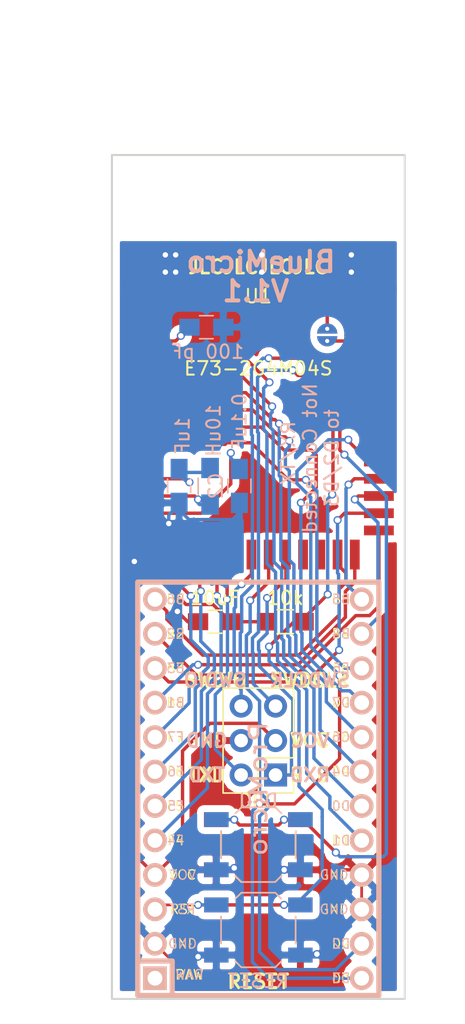
<source format=kicad_pcb>
(kicad_pcb (version 4) (host pcbnew 4.0.7)

  (general
    (links 66)
    (no_connects 0)
    (area 98.349999 91.364999 120.090001 153.745001)
    (thickness 1.6)
    (drawings 21)
    (tracks 494)
    (zones 0)
    (modules 14)
    (nets 32)
  )

  (page A4)
  (layers
    (0 F.Cu signal)
    (31 B.Cu signal)
    (32 B.Adhes user)
    (33 F.Adhes user)
    (34 B.Paste user)
    (35 F.Paste user)
    (36 B.SilkS user)
    (37 F.SilkS user)
    (38 B.Mask user)
    (39 F.Mask user)
    (40 Dwgs.User user)
    (41 Cmts.User user)
    (42 Eco1.User user)
    (43 Eco2.User user)
    (44 Edge.Cuts user)
    (45 Margin user)
    (46 B.CrtYd user)
    (47 F.CrtYd user)
    (48 B.Fab user)
    (49 F.Fab user)
  )

  (setup
    (last_trace_width 0.25)
    (user_trace_width 0.2)
    (user_trace_width 0.5)
    (trace_clearance 0.2)
    (zone_clearance 0.508)
    (zone_45_only yes)
    (trace_min 0.2)
    (segment_width 0.2)
    (edge_width 0.15)
    (via_size 0.6)
    (via_drill 0.4)
    (via_min_size 0.4)
    (via_min_drill 0.3)
    (uvia_size 0.3)
    (uvia_drill 0.1)
    (uvias_allowed no)
    (uvia_min_size 0.2)
    (uvia_min_drill 0.1)
    (pcb_text_width 0.3)
    (pcb_text_size 1.5 1.5)
    (mod_edge_width 0.15)
    (mod_text_size 1 1)
    (mod_text_width 0.15)
    (pad_size 3.25 3.25)
    (pad_drill 0)
    (pad_to_mask_clearance 0.2)
    (aux_axis_origin 0 0)
    (visible_elements 7FFFFFFF)
    (pcbplotparams
      (layerselection 0x010f0_80000001)
      (usegerberextensions false)
      (excludeedgelayer true)
      (linewidth 0.100000)
      (plotframeref false)
      (viasonmask false)
      (mode 1)
      (useauxorigin false)
      (hpglpennumber 1)
      (hpglpenspeed 20)
      (hpglpendiameter 15)
      (hpglpenoverlay 2)
      (psnegative false)
      (psa4output false)
      (plotreference true)
      (plotvalue true)
      (plotinvisibletext false)
      (padsonsilk false)
      (subtractmaskfromsilk false)
      (outputformat 1)
      (mirror false)
      (drillshape 0)
      (scaleselection 1)
      (outputdirectory gerber/))
  )

  (net 0 "")
  (net 1 GND)
  (net 2 "Net-(C1-Pad1)")
  (net 3 "Net-(C2-Pad1)")
  (net 4 VCC)
  (net 5 SWDIO)
  (net 6 RESET)
  (net 7 SWDCLK)
  (net 8 "Net-(L1-Pad2)")
  (net 9 DFU)
  (net 10 SCK)
  (net 11 /P0.11)
  (net 12 RXD)
  (net 13 TXD)
  (net 14 /P0.05)
  (net 15 /P0.04)
  (net 16 /P0.03)
  (net 17 /P0.02)
  (net 18 MOSI)
  (net 19 MISO)
  (net 20 /P0.15)
  (net 21 /P0.16)
  (net 22 SDA)
  (net 23 SCL)
  (net 24 /P0.27)
  (net 25 /P0.28)
  (net 26 /P0.29)
  (net 27 /P0.30)
  (net 28 "Net-(JP2-Pad1)")
  (net 29 /P0.07)
  (net 30 /P0.17)
  (net 31 "Net-(C4-Pad1)")

  (net_class Default "This is the default net class."
    (clearance 0.2)
    (trace_width 0.25)
    (via_dia 0.6)
    (via_drill 0.4)
    (uvia_dia 0.3)
    (uvia_drill 0.1)
    (add_net /P0.02)
    (add_net /P0.03)
    (add_net /P0.04)
    (add_net /P0.05)
    (add_net /P0.07)
    (add_net /P0.11)
    (add_net /P0.15)
    (add_net /P0.16)
    (add_net /P0.17)
    (add_net /P0.27)
    (add_net /P0.28)
    (add_net /P0.29)
    (add_net /P0.30)
    (add_net DFU)
    (add_net GND)
    (add_net MISO)
    (add_net MOSI)
    (add_net "Net-(C1-Pad1)")
    (add_net "Net-(C2-Pad1)")
    (add_net "Net-(C4-Pad1)")
    (add_net "Net-(JP2-Pad1)")
    (add_net "Net-(L1-Pad2)")
    (add_net RESET)
    (add_net RXD)
    (add_net SCK)
    (add_net SCL)
    (add_net SDA)
    (add_net SWDCLK)
    (add_net SWDIO)
    (add_net TXD)
    (add_net VCC)
  )

  (net_class Power ""
    (clearance 0.2)
    (trace_width 0.5)
    (via_dia 0.6)
    (via_drill 0.4)
    (uvia_dia 0.3)
    (uvia_drill 0.1)
  )

  (module E73:SW_TACT_ALPS_SKQGABE010 (layer B.Cu) (tedit 5AC8EA88) (tstamp 5AC2B418)
    (at 109.2315 142.295)
    (descr "Low-profile SMD Tactile Switch, https://www.e-switch.com/system/asset/product_line/data_sheet/165/TL3342.pdf")
    (tags "SPST Tactile Switch")
    (path /5AC2B849)
    (attr smd)
    (fp_text reference SW3 (at 0 3.75) (layer B.SilkS) hide
      (effects (font (size 1 1) (thickness 0.15)) (justify mirror))
    )
    (fp_text value DFU (at 0 -3.23) (layer B.SilkS)
      (effects (font (size 1 1) (thickness 0.15)) (justify mirror))
    )
    (fp_line (start 4 0.9) (end 3.6 1.3) (layer Eco1.User) (width 0.1))
    (fp_line (start 3.2 1.3) (end 4 0.5) (layer Eco1.User) (width 0.1))
    (fp_line (start 4 0.1) (end 2.8 1.3) (layer Eco1.User) (width 0.1))
    (fp_line (start 2.4 1.3) (end 4 -0.3) (layer Eco1.User) (width 0.1))
    (fp_line (start 4 -0.7) (end 2 1.3) (layer Eco1.User) (width 0.1))
    (fp_line (start 1.6 1.3) (end 4 -1.1) (layer Eco1.User) (width 0.1))
    (fp_line (start 1 -0.9) (end 1.4 -1.3) (layer Eco1.User) (width 0.1))
    (fp_line (start 1.8 -1.3) (end 1 -0.5) (layer Eco1.User) (width 0.1))
    (fp_line (start 1 -0.1) (end 2.2 -1.3) (layer Eco1.User) (width 0.1))
    (fp_line (start 2.6 -1.3) (end 1 0.3) (layer Eco1.User) (width 0.1))
    (fp_line (start 3 -1.3) (end 1 0.7) (layer Eco1.User) (width 0.1))
    (fp_line (start 1 1.1) (end 3.4 -1.3) (layer Eco1.User) (width 0.1))
    (fp_line (start 1.2 1.3) (end 3.8 -1.3) (layer Eco1.User) (width 0.1))
    (fp_line (start -1 0.9) (end -1.4 1.3) (layer Eco1.User) (width 0.1))
    (fp_line (start -1.8 1.3) (end -1 0.5) (layer Eco1.User) (width 0.1))
    (fp_line (start -1 0.1) (end -2.2 1.3) (layer Eco1.User) (width 0.1))
    (fp_line (start -2.6 1.3) (end -1 -0.3) (layer Eco1.User) (width 0.1))
    (fp_line (start -1 -0.7) (end -3 1.3) (layer Eco1.User) (width 0.1))
    (fp_line (start -4 -0.9) (end -3.6 -1.3) (layer Eco1.User) (width 0.1))
    (fp_line (start -3.2 -1.3) (end -4 -0.5) (layer Eco1.User) (width 0.1))
    (fp_line (start -4 -0.1) (end -2.8 -1.3) (layer Eco1.User) (width 0.1))
    (fp_line (start -2.4 -1.3) (end -4 0.3) (layer Eco1.User) (width 0.1))
    (fp_line (start -4 0.7) (end -2 -1.3) (layer Eco1.User) (width 0.1))
    (fp_line (start -1.6 -1.3) (end -4 1.1) (layer Eco1.User) (width 0.1))
    (fp_line (start -3.4 1.3) (end -1 -1.1) (layer Eco1.User) (width 0.1))
    (fp_line (start -3.8 1.3) (end -1.2 -1.3) (layer Eco1.User) (width 0.1))
    (fp_line (start 4 -1.3) (end 4 1.3) (layer Eco1.User) (width 0.1))
    (fp_line (start 1 -1.3) (end 4 -1.3) (layer Eco1.User) (width 0.1))
    (fp_line (start 1 1.3) (end 1 -1.3) (layer Eco1.User) (width 0.1))
    (fp_line (start 4 1.3) (end 1 1.3) (layer Eco1.User) (width 0.1))
    (fp_line (start -1 1.3) (end -4 1.3) (layer Eco1.User) (width 0.1))
    (fp_line (start -1 -1.3) (end -1 1.3) (layer Eco1.User) (width 0.1))
    (fp_line (start -4 -1.3) (end -1 -1.3) (layer Eco1.User) (width 0.1))
    (fp_line (start -4 1.3) (end -4 -1.3) (layer Eco1.User) (width 0.1))
    (fp_text user %R (at 0 3.75) (layer B.Fab)
      (effects (font (size 1 1) (thickness 0.15)) (justify mirror))
    )
    (fp_line (start 3.2 -2.1) (end 3.2 -1.6) (layer B.Fab) (width 0.1))
    (fp_line (start 3.2 2.1) (end 3.2 1.6) (layer B.Fab) (width 0.1))
    (fp_line (start -3.2 -2.1) (end -3.2 -1.6) (layer B.Fab) (width 0.1))
    (fp_line (start -3.2 2.1) (end -3.2 1.6) (layer B.Fab) (width 0.1))
    (fp_line (start 2.7 2.1) (end 2.7 1.6) (layer B.Fab) (width 0.1))
    (fp_line (start 1.7 2.1) (end 3.2 2.1) (layer B.Fab) (width 0.1))
    (fp_line (start 3.2 1.6) (end 2.2 1.6) (layer B.Fab) (width 0.1))
    (fp_line (start -2.7 2.1) (end -2.7 1.6) (layer B.Fab) (width 0.1))
    (fp_line (start -1.7 2.1) (end -3.2 2.1) (layer B.Fab) (width 0.1))
    (fp_line (start -3.2 1.6) (end -2.2 1.6) (layer B.Fab) (width 0.1))
    (fp_line (start -2.7 -2.1) (end -2.7 -1.6) (layer B.Fab) (width 0.1))
    (fp_line (start -3.2 -1.6) (end -2.2 -1.6) (layer B.Fab) (width 0.1))
    (fp_line (start -1.7 -2.1) (end -3.2 -2.1) (layer B.Fab) (width 0.1))
    (fp_line (start 1.7 -2.1) (end 3.2 -2.1) (layer B.Fab) (width 0.1))
    (fp_line (start 2.7 -2.1) (end 2.7 -1.6) (layer B.Fab) (width 0.1))
    (fp_line (start 3.2 -1.6) (end 2.2 -1.6) (layer B.Fab) (width 0.1))
    (fp_line (start -1.7 -2.3) (end -1.25 -2.75) (layer B.SilkS) (width 0.12))
    (fp_line (start 1.7 -2.3) (end 1.25 -2.75) (layer B.SilkS) (width 0.12))
    (fp_line (start 1.7 2.3) (end 1.25 2.75) (layer B.SilkS) (width 0.12))
    (fp_line (start -1.7 2.3) (end -1.25 2.75) (layer B.SilkS) (width 0.12))
    (fp_line (start -2 1) (end -1 2) (layer B.Fab) (width 0.1))
    (fp_line (start -1 2) (end 1 2) (layer B.Fab) (width 0.1))
    (fp_line (start 1 2) (end 2 1) (layer B.Fab) (width 0.1))
    (fp_line (start 2 1) (end 2 -1) (layer B.Fab) (width 0.1))
    (fp_line (start 2 -1) (end 1 -2) (layer B.Fab) (width 0.1))
    (fp_line (start 1 -2) (end -1 -2) (layer B.Fab) (width 0.1))
    (fp_line (start -1 -2) (end -2 -1) (layer B.Fab) (width 0.1))
    (fp_line (start -2 -1) (end -2 1) (layer B.Fab) (width 0.1))
    (fp_line (start 2.75 1) (end 2.75 -1) (layer B.SilkS) (width 0.12))
    (fp_line (start -1.25 -2.75) (end 1.25 -2.75) (layer B.SilkS) (width 0.12))
    (fp_line (start -2.75 1) (end -2.75 -1) (layer B.SilkS) (width 0.12))
    (fp_line (start -1.25 2.75) (end 1.25 2.75) (layer B.SilkS) (width 0.12))
    (fp_line (start -2.6 1.2) (end -2.6 -1.2) (layer B.Fab) (width 0.1))
    (fp_line (start -2.6 -1.2) (end -1.2 -2.6) (layer B.Fab) (width 0.1))
    (fp_line (start -1.2 -2.6) (end 1.2 -2.6) (layer B.Fab) (width 0.1))
    (fp_line (start 1.2 -2.6) (end 2.6 -1.2) (layer B.Fab) (width 0.1))
    (fp_line (start 2.6 -1.2) (end 2.6 1.2) (layer B.Fab) (width 0.1))
    (fp_line (start 2.6 1.2) (end 1.2 2.6) (layer B.Fab) (width 0.1))
    (fp_line (start 1.2 2.6) (end -1.2 2.6) (layer B.Fab) (width 0.1))
    (fp_line (start -1.2 2.6) (end -2.6 1.2) (layer B.Fab) (width 0.1))
    (fp_line (start -4.25 3) (end 4.25 3) (layer B.CrtYd) (width 0.05))
    (fp_line (start 4.25 3) (end 4.25 -3) (layer B.CrtYd) (width 0.05))
    (fp_line (start 4.25 -3) (end -4.25 -3) (layer B.CrtYd) (width 0.05))
    (fp_line (start -4.25 -3) (end -4.25 3) (layer B.CrtYd) (width 0.05))
    (fp_circle (center 0 0) (end 1 0) (layer B.Fab) (width 0.1))
    (pad 1 smd rect (at -3.1 1.85) (size 1.8 1.1) (layers B.Cu B.Paste B.Mask)
      (net 1 GND))
    (pad 1 smd rect (at 3.1 1.85) (size 1.8 1.1) (layers B.Cu B.Paste B.Mask)
      (net 1 GND))
    (pad 2 smd rect (at -3.1 -1.85) (size 1.8 1.1) (layers B.Cu B.Paste B.Mask)
      (net 9 DFU))
    (pad 2 smd rect (at 3.1 -1.85) (size 1.8 1.1) (layers B.Cu B.Paste B.Mask)
      (net 9 DFU))
    (model ${KISYS3DMOD}/Buttons_Switches_SMD.3dshapes/SW_SPST_TL3342.wrl
      (at (xyz 0 0 0))
      (scale (xyz 1 1 1))
      (rotate (xyz 0 0 0))
    )
  )

  (module footprints:Pro_Micro (layer B.Cu) (tedit 5AC8109B) (tstamp 5AC2AF10)
    (at 109.22 139.7)
    (path /5AC0283B)
    (fp_text reference U2 (at 0.508 14.732) (layer Eco1.User)
      (effects (font (size 1.27 1.524) (thickness 0.2032)))
    )
    (fp_text value ProMicro (at 0 -1.524 90) (layer B.SilkS)
      (effects (font (size 1.27 1.524) (thickness 0.2032)) (justify mirror))
    )
    (fp_line (start -6.35 11.176) (end -8.89 11.176) (layer F.SilkS) (width 0.381))
    (fp_line (start -6.35 13.716) (end -6.35 11.176) (layer F.SilkS) (width 0.381))
    (fp_line (start 8.89 -16.764) (end 8.89 13.716) (layer F.SilkS) (width 0.381))
    (fp_line (start -8.89 -16.764) (end 8.89 -16.764) (layer F.SilkS) (width 0.381))
    (fp_line (start -8.89 13.716) (end -8.89 -16.764) (layer F.SilkS) (width 0.381))
    (fp_line (start 8.89 13.716) (end -8.89 13.716) (layer F.SilkS) (width 0.381))
    (fp_text user RAW (at -5.08 12.192) (layer F.SilkS)
      (effects (font (size 0.7 0.7) (thickness 0.1)))
    )
    (fp_text user GND (at -5.588 9.906) (layer F.SilkS)
      (effects (font (size 0.7 0.7) (thickness 0.1)))
    )
    (fp_text user RST (at -5.588 7.366) (layer F.SilkS)
      (effects (font (size 0.7 0.7) (thickness 0.1)))
    )
    (fp_text user VCC (at -5.588 4.826) (layer F.SilkS)
      (effects (font (size 0.7 0.7) (thickness 0.1)))
    )
    (fp_text user F4 (at -6.096 2.286) (layer F.SilkS)
      (effects (font (size 0.7 0.7) (thickness 0.1)))
    )
    (fp_text user F5 (at -6.096 -0.254) (layer F.SilkS)
      (effects (font (size 0.7 0.7) (thickness 0.1)))
    )
    (fp_text user F7 (at -6.096 -5.334) (layer F.SilkS)
      (effects (font (size 0.7 0.7) (thickness 0.1)))
    )
    (fp_text user F6 (at -6.096 -2.794) (layer F.SilkS)
      (effects (font (size 0.7 0.7) (thickness 0.1)))
    )
    (fp_text user B1 (at -6.096 -7.874) (layer F.SilkS)
      (effects (font (size 0.7 0.7) (thickness 0.1)))
    )
    (fp_text user B3 (at -6.096 -10.414) (layer F.SilkS)
      (effects (font (size 0.7 0.7) (thickness 0.1)))
    )
    (fp_text user B2 (at -6.096 -12.954) (layer F.SilkS)
      (effects (font (size 0.7 0.7) (thickness 0.1)))
    )
    (fp_text user B6 (at -6.096 -15.494) (layer F.SilkS)
      (effects (font (size 0.7 0.7) (thickness 0.1)))
    )
    (fp_text user D3 (at 6.096 12.446) (layer F.SilkS)
      (effects (font (size 0.7 0.7) (thickness 0.1)))
    )
    (fp_text user D2 (at 6.096 9.906) (layer F.SilkS)
      (effects (font (size 0.7 0.7) (thickness 0.1)))
    )
    (fp_text user GND (at 5.588 7.366) (layer F.SilkS)
      (effects (font (size 0.7 0.7) (thickness 0.1)))
    )
    (fp_text user GND (at 5.588 4.826) (layer F.SilkS)
      (effects (font (size 0.7 0.7) (thickness 0.1)))
    )
    (fp_text user D1 (at 6.096 2.286) (layer F.SilkS)
      (effects (font (size 0.7 0.7) (thickness 0.1)))
    )
    (fp_text user D0 (at 6.096 -0.254) (layer F.SilkS)
      (effects (font (size 0.7 0.7) (thickness 0.1)))
    )
    (fp_text user D4 (at 6.096 -2.794) (layer F.SilkS)
      (effects (font (size 0.7 0.7) (thickness 0.1)))
    )
    (fp_text user C6 (at 6.096 -5.334) (layer F.SilkS)
      (effects (font (size 0.7 0.7) (thickness 0.1)))
    )
    (fp_text user D7 (at 6.096 -7.874) (layer F.SilkS)
      (effects (font (size 0.7 0.7) (thickness 0.1)))
    )
    (fp_text user E6 (at 6.096 -10.414) (layer F.SilkS)
      (effects (font (size 0.7 0.7) (thickness 0.1)))
    )
    (fp_text user B4 (at 6.096 -12.954) (layer F.SilkS)
      (effects (font (size 0.7 0.7) (thickness 0.1)))
    )
    (fp_text user B5 (at 6.096 -15.494) (layer F.SilkS)
      (effects (font (size 0.7 0.7) (thickness 0.1)))
    )
    (fp_text user B5 (at 6.096 -15.494) (layer B.SilkS)
      (effects (font (size 0.7 0.7) (thickness 0.1)) (justify mirror))
    )
    (fp_text user B4 (at 6.096 -12.954) (layer B.SilkS)
      (effects (font (size 0.7 0.7) (thickness 0.1)) (justify mirror))
    )
    (fp_text user E6 (at 6.096 -10.414) (layer B.SilkS)
      (effects (font (size 0.7 0.7) (thickness 0.1)) (justify mirror))
    )
    (fp_text user D7 (at 6.096 -7.874) (layer B.SilkS)
      (effects (font (size 0.7 0.7) (thickness 0.1)) (justify mirror))
    )
    (fp_text user C6 (at 6.096 -5.334) (layer B.SilkS)
      (effects (font (size 0.7 0.7) (thickness 0.1)) (justify mirror))
    )
    (fp_text user D4 (at 6.096 -2.794) (layer B.SilkS)
      (effects (font (size 0.7 0.7) (thickness 0.1)) (justify mirror))
    )
    (fp_text user D0 (at 6.096 -0.254) (layer B.SilkS)
      (effects (font (size 0.7 0.7) (thickness 0.1)) (justify mirror))
    )
    (fp_text user D1 (at 6.096 2.286) (layer B.SilkS)
      (effects (font (size 0.7 0.7) (thickness 0.1)) (justify mirror))
    )
    (fp_text user GND (at 5.588 4.826) (layer B.SilkS)
      (effects (font (size 0.7 0.7) (thickness 0.1)) (justify mirror))
    )
    (fp_text user GND (at 5.588 7.366) (layer B.SilkS)
      (effects (font (size 0.7 0.7) (thickness 0.1)) (justify mirror))
    )
    (fp_text user D2 (at 6.096 9.906) (layer B.SilkS)
      (effects (font (size 0.7 0.7) (thickness 0.1)) (justify mirror))
    )
    (fp_text user D3 (at 6.096 12.446) (layer B.SilkS)
      (effects (font (size 0.7 0.7) (thickness 0.1)) (justify mirror))
    )
    (fp_text user B6 (at -6.096 -15.494) (layer B.SilkS)
      (effects (font (size 0.7 0.7) (thickness 0.1)) (justify mirror))
    )
    (fp_text user B2 (at -6.096 -12.954) (layer B.SilkS)
      (effects (font (size 0.7 0.7) (thickness 0.1)) (justify mirror))
    )
    (fp_text user B3 (at -6.096 -10.414) (layer B.SilkS)
      (effects (font (size 0.7 0.7) (thickness 0.1)) (justify mirror))
    )
    (fp_text user B1 (at -6.096 -7.874) (layer B.SilkS)
      (effects (font (size 0.7 0.7) (thickness 0.1)) (justify mirror))
    )
    (fp_text user F6 (at -6.096 -2.794) (layer B.SilkS)
      (effects (font (size 0.7 0.7) (thickness 0.1)) (justify mirror))
    )
    (fp_text user F7 (at -6.096 -5.334) (layer B.SilkS)
      (effects (font (size 0.7 0.7) (thickness 0.1)) (justify mirror))
    )
    (fp_text user F5 (at -6.096 -0.254) (layer B.SilkS)
      (effects (font (size 0.7 0.7) (thickness 0.1)) (justify mirror))
    )
    (fp_text user F4 (at -6.096 2.286) (layer B.SilkS)
      (effects (font (size 0.7 0.7) (thickness 0.1)) (justify mirror))
    )
    (fp_text user VCC (at -5.588 4.826) (layer B.SilkS)
      (effects (font (size 0.7 0.7) (thickness 0.1)) (justify mirror))
    )
    (fp_text user RST (at -5.588 7.366) (layer B.SilkS)
      (effects (font (size 0.7 0.7) (thickness 0.1)) (justify mirror))
    )
    (fp_text user GND (at -5.588 9.906) (layer B.SilkS)
      (effects (font (size 0.7 0.7) (thickness 0.1)) (justify mirror))
    )
    (fp_text user RAW (at -5.08 12.192) (layer B.SilkS)
      (effects (font (size 0.7 0.7) (thickness 0.1)) (justify mirror))
    )
    (fp_line (start 8.89 13.716) (end -8.89 13.716) (layer B.SilkS) (width 0.381))
    (fp_line (start -8.89 13.716) (end -8.89 -16.764) (layer B.SilkS) (width 0.381))
    (fp_line (start -8.89 -16.764) (end 8.89 -16.764) (layer B.SilkS) (width 0.381))
    (fp_line (start 8.89 -16.764) (end 8.89 13.716) (layer B.SilkS) (width 0.381))
    (fp_line (start -6.35 13.716) (end -6.35 11.176) (layer B.SilkS) (width 0.381))
    (fp_line (start -6.35 11.176) (end -8.89 11.176) (layer B.SilkS) (width 0.381))
    (pad 1 thru_hole rect (at -7.62 12.446 90) (size 1.7526 1.7526) (drill 1.0922) (layers *.Cu *.SilkS *.Mask))
    (pad 2 thru_hole circle (at -7.62 9.906 90) (size 1.7526 1.7526) (drill 1.0922) (layers *.Cu *.SilkS *.Mask)
      (net 1 GND))
    (pad 3 thru_hole circle (at -7.62 7.366 90) (size 1.7526 1.7526) (drill 1.0922) (layers *.Cu *.SilkS *.Mask)
      (net 6 RESET))
    (pad 4 thru_hole circle (at -7.62 4.826 90) (size 1.7526 1.7526) (drill 1.0922) (layers *.Cu *.SilkS *.Mask)
      (net 4 VCC))
    (pad 5 thru_hole circle (at -7.62 2.286 90) (size 1.7526 1.7526) (drill 1.0922) (layers *.Cu *.SilkS *.Mask)
      (net 14 /P0.05))
    (pad 6 thru_hole circle (at -7.62 -0.254 90) (size 1.7526 1.7526) (drill 1.0922) (layers *.Cu *.SilkS *.Mask)
      (net 15 /P0.04))
    (pad 7 thru_hole circle (at -7.62 -2.794 90) (size 1.7526 1.7526) (drill 1.0922) (layers *.Cu *.SilkS *.Mask)
      (net 16 /P0.03))
    (pad 8 thru_hole circle (at -7.62 -5.334 90) (size 1.7526 1.7526) (drill 1.0922) (layers *.Cu *.SilkS *.Mask)
      (net 17 /P0.02))
    (pad 9 thru_hole circle (at -7.62 -7.874 90) (size 1.7526 1.7526) (drill 1.0922) (layers *.Cu *.SilkS *.Mask)
      (net 10 SCK))
    (pad 10 thru_hole circle (at -7.62 -10.414 90) (size 1.7526 1.7526) (drill 1.0922) (layers *.Cu *.SilkS *.Mask)
      (net 19 MISO))
    (pad 11 thru_hole circle (at -7.62 -12.954 90) (size 1.7526 1.7526) (drill 1.0922) (layers *.Cu *.SilkS *.Mask)
      (net 18 MOSI))
    (pad 12 thru_hole circle (at -7.62 -15.494 90) (size 1.7526 1.7526) (drill 1.0922) (layers *.Cu *.SilkS *.Mask)
      (net 11 /P0.11))
    (pad 24 thru_hole circle (at 7.62 -15.494 90) (size 1.7526 1.7526) (drill 1.0922) (layers *.Cu *.SilkS *.Mask)
      (net 21 /P0.16))
    (pad 23 thru_hole circle (at 7.62 -12.954 90) (size 1.7526 1.7526) (drill 1.0922) (layers *.Cu *.SilkS *.Mask)
      (net 20 /P0.15))
    (pad 22 thru_hole circle (at 7.62 -10.414 90) (size 1.7526 1.7526) (drill 1.0922) (layers *.Cu *.SilkS *.Mask)
      (net 27 /P0.30))
    (pad 21 thru_hole circle (at 7.62 -7.874 90) (size 1.7526 1.7526) (drill 1.0922) (layers *.Cu *.SilkS *.Mask)
      (net 26 /P0.29))
    (pad 20 thru_hole circle (at 7.62 -5.334 90) (size 1.7526 1.7526) (drill 1.0922) (layers *.Cu *.SilkS *.Mask)
      (net 25 /P0.28))
    (pad 19 thru_hole circle (at 7.62 -2.794 90) (size 1.7526 1.7526) (drill 1.0922) (layers *.Cu *.SilkS *.Mask)
      (net 24 /P0.27))
    (pad 18 thru_hole circle (at 7.62 -0.254 90) (size 1.7526 1.7526) (drill 1.0922) (layers *.Cu *.SilkS *.Mask)
      (net 23 SCL))
    (pad 17 thru_hole circle (at 7.62 2.286 90) (size 1.7526 1.7526) (drill 1.0922) (layers *.Cu *.SilkS *.Mask)
      (net 22 SDA))
    (pad 16 thru_hole circle (at 7.62 4.826 90) (size 1.7526 1.7526) (drill 1.0922) (layers *.Cu *.SilkS *.Mask)
      (net 1 GND))
    (pad 15 thru_hole circle (at 7.62 7.366 90) (size 1.7526 1.7526) (drill 1.0922) (layers *.Cu *.SilkS *.Mask)
      (net 1 GND))
    (pad 14 thru_hole circle (at 7.62 9.906 90) (size 1.7526 1.7526) (drill 1.0922) (layers *.Cu *.SilkS *.Mask)
      (net 29 /P0.07))
    (pad 13 thru_hole circle (at 7.62 12.446 90) (size 1.7526 1.7526) (drill 1.0922) (layers *.Cu *.SilkS *.Mask)
      (net 30 /P0.17))
  )

  (module Capacitors_SMD:C_0805_HandSoldering (layer B.Cu) (tedit 5AC810F1) (tstamp 5AC2AE6E)
    (at 103.378 115.844 270)
    (descr "Capacitor SMD 0805, hand soldering")
    (tags "capacitor 0805")
    (path /5ABAB8FF)
    (attr smd)
    (fp_text reference C1 (at 0 1.75 270) (layer B.SilkS) hide
      (effects (font (size 1 1) (thickness 0.15)) (justify mirror))
    )
    (fp_text value 1uF (at -3.703 -0.254 270) (layer B.SilkS)
      (effects (font (size 1 1) (thickness 0.15)) (justify mirror))
    )
    (fp_text user %R (at 0 1.75 270) (layer B.Fab)
      (effects (font (size 1 1) (thickness 0.15)) (justify mirror))
    )
    (fp_line (start -1 -0.62) (end -1 0.62) (layer B.Fab) (width 0.1))
    (fp_line (start 1 -0.62) (end -1 -0.62) (layer B.Fab) (width 0.1))
    (fp_line (start 1 0.62) (end 1 -0.62) (layer B.Fab) (width 0.1))
    (fp_line (start -1 0.62) (end 1 0.62) (layer B.Fab) (width 0.1))
    (fp_line (start 0.5 0.85) (end -0.5 0.85) (layer B.SilkS) (width 0.12))
    (fp_line (start -0.5 -0.85) (end 0.5 -0.85) (layer B.SilkS) (width 0.12))
    (fp_line (start -2.25 0.88) (end 2.25 0.88) (layer B.CrtYd) (width 0.05))
    (fp_line (start -2.25 0.88) (end -2.25 -0.87) (layer B.CrtYd) (width 0.05))
    (fp_line (start 2.25 -0.87) (end 2.25 0.88) (layer B.CrtYd) (width 0.05))
    (fp_line (start 2.25 -0.87) (end -2.25 -0.87) (layer B.CrtYd) (width 0.05))
    (pad 1 smd rect (at -1.25 0 270) (size 1.5 1.25) (layers B.Cu B.Paste B.Mask)
      (net 2 "Net-(C1-Pad1)"))
    (pad 2 smd rect (at 1.25 0 270) (size 1.5 1.25) (layers B.Cu B.Paste B.Mask)
      (net 1 GND))
    (model Capacitors_SMD.3dshapes/C_0805.wrl
      (at (xyz 0 0 0))
      (scale (xyz 1 1 1))
      (rotate (xyz 0 0 0))
    )
  )

  (module Capacitors_SMD:C_0805_HandSoldering (layer F.Cu) (tedit 5AC80F93) (tstamp 5AC2AE7A)
    (at 106.025 125.857 180)
    (descr "Capacitor SMD 0805, hand soldering")
    (tags "capacitor 0805")
    (path /5ABAB958)
    (attr smd)
    (fp_text reference C3 (at 0 -1.75 180) (layer F.SilkS) hide
      (effects (font (size 1 1) (thickness 0.15)))
    )
    (fp_text value 10uF (at 0 1.75 180) (layer F.SilkS)
      (effects (font (size 1 1) (thickness 0.15)))
    )
    (fp_text user %R (at 0 -1.75 180) (layer F.Fab)
      (effects (font (size 1 1) (thickness 0.15)))
    )
    (fp_line (start -1 0.62) (end -1 -0.62) (layer F.Fab) (width 0.1))
    (fp_line (start 1 0.62) (end -1 0.62) (layer F.Fab) (width 0.1))
    (fp_line (start 1 -0.62) (end 1 0.62) (layer F.Fab) (width 0.1))
    (fp_line (start -1 -0.62) (end 1 -0.62) (layer F.Fab) (width 0.1))
    (fp_line (start 0.5 -0.85) (end -0.5 -0.85) (layer F.SilkS) (width 0.12))
    (fp_line (start -0.5 0.85) (end 0.5 0.85) (layer F.SilkS) (width 0.12))
    (fp_line (start -2.25 -0.88) (end 2.25 -0.88) (layer F.CrtYd) (width 0.05))
    (fp_line (start -2.25 -0.88) (end -2.25 0.87) (layer F.CrtYd) (width 0.05))
    (fp_line (start 2.25 0.87) (end 2.25 -0.88) (layer F.CrtYd) (width 0.05))
    (fp_line (start 2.25 0.87) (end -2.25 0.87) (layer F.CrtYd) (width 0.05))
    (pad 1 smd rect (at -1.25 0 180) (size 1.5 1.25) (layers F.Cu F.Paste F.Mask)
      (net 4 VCC))
    (pad 2 smd rect (at 1.25 0 180) (size 1.5 1.25) (layers F.Cu F.Paste F.Mask)
      (net 1 GND))
    (model Capacitors_SMD.3dshapes/C_0805.wrl
      (at (xyz 0 0 0))
      (scale (xyz 1 1 1))
      (rotate (xyz 0 0 0))
    )
  )

  (module E73:SolderJumperSingle (layer F.Cu) (tedit 5ABA3B37) (tstamp 5AC2AEA8)
    (at 114.3 104.706 90)
    (path /5AC0108C)
    (solder_mask_margin 0.001)
    (solder_paste_margin -0.02)
    (clearance 0.001)
    (fp_text reference JP2 (at -0.508 1.016 90) (layer Cmts.User) hide
      (effects (font (size 0.3 0.3) (thickness 0.03)))
    )
    (fp_text value "Factory Reset" (at 0 -1.524 90) (layer F.SilkS) hide
      (effects (font (size 0.4 0.4) (thickness 0.04)))
    )
    (fp_poly (pts (xy -0.1 -0.75) (xy -0.3565 -0.7048) (xy -0.5821 -0.5745) (xy -0.7495 -0.375)
      (xy -0.8386 -0.1302) (xy -0.8386 0.1302) (xy -0.7495 0.375) (xy -0.5821 0.5745)
      (xy -0.3565 0.7048) (xy -0.1 0.75) (xy -0.1 -0.75)) (layer F.Cu) (width 0.01))
    (fp_poly (pts (xy 0.1 0.75) (xy 0.3565 0.7048) (xy 0.5821 0.5745) (xy 0.7495 0.375)
      (xy 0.8386 0.1302) (xy 0.8386 -0.1302) (xy 0.7495 -0.375) (xy 0.5821 -0.5745)
      (xy 0.3565 -0.7048) (xy 0.1 -0.75) (xy 0.1 0.75)) (layer F.Cu) (width 0.01))
    (fp_poly (pts (xy -0.1 -0.75) (xy -0.3565 -0.7048) (xy -0.5821 -0.5745) (xy -0.7495 -0.375)
      (xy -0.8386 -0.1302) (xy -0.8386 0.1302) (xy -0.7495 0.375) (xy -0.5821 0.5745)
      (xy -0.3565 0.7048) (xy -0.1 0.75) (xy -0.1 -0.75)) (layer B.Cu) (width 0.01))
    (fp_poly (pts (xy 0.1 0.75) (xy 0.3565 0.7048) (xy 0.5821 0.5745) (xy 0.7495 0.375)
      (xy 0.8386 0.1302) (xy 0.8386 -0.1302) (xy 0.7495 -0.375) (xy 0.5821 -0.5745)
      (xy 0.3565 -0.7048) (xy 0.1 -0.75) (xy 0.1 0.75)) (layer B.Cu) (width 0.01))
    (pad 2 thru_hole circle (at 0.45 0 90) (size 0.4 0.4) (drill 0.3) (layers *.Cu *.Mask)
      (net 1 GND))
    (pad 1 thru_hole circle (at -0.45 0 90) (size 0.4 0.4) (drill 0.3) (layers *.Cu *.Mask)
      (net 28 "Net-(JP2-Pad1)"))
    (pad 1 thru_hole circle (at -0.45 0 90) (size 0.4 0.4) (drill 0.3) (layers *.Cu *.Mask)
      (net 28 "Net-(JP2-Pad1)"))
    (pad 2 thru_hole circle (at 0.45 0 90) (size 0.4 0.4) (drill 0.3) (layers *.Cu *.Mask)
      (net 1 GND))
  )

  (module Inductors_SMD:L_0805_HandSoldering (layer B.Cu) (tedit 5AC810DE) (tstamp 5AC2AEAE)
    (at 105.664 115.871 270)
    (descr "Resistor SMD 0805, hand soldering")
    (tags "resistor 0805")
    (path /5ABAB844)
    (attr smd)
    (fp_text reference L1 (at 0 2.1 270) (layer B.SilkS) hide
      (effects (font (size 1 1) (thickness 0.15)) (justify mirror))
    )
    (fp_text value 10uH (at -4.111 -0.254 270) (layer B.SilkS)
      (effects (font (size 1 1) (thickness 0.15)) (justify mirror))
    )
    (fp_text user %R (at 0 0 270) (layer B.Fab) hide
      (effects (font (size 0.5 0.5) (thickness 0.075)) (justify mirror))
    )
    (fp_line (start -1 -0.62) (end -1 0.62) (layer B.Fab) (width 0.1))
    (fp_line (start 1 -0.62) (end -1 -0.62) (layer B.Fab) (width 0.1))
    (fp_line (start 1 0.62) (end 1 -0.62) (layer B.Fab) (width 0.1))
    (fp_line (start -1 0.62) (end 1 0.62) (layer B.Fab) (width 0.1))
    (fp_line (start -2.4 1) (end 2.4 1) (layer B.CrtYd) (width 0.05))
    (fp_line (start -2.4 -1) (end 2.4 -1) (layer B.CrtYd) (width 0.05))
    (fp_line (start -2.4 1) (end -2.4 -1) (layer B.CrtYd) (width 0.05))
    (fp_line (start 2.4 1) (end 2.4 -1) (layer B.CrtYd) (width 0.05))
    (fp_line (start 0.6 -0.88) (end -0.6 -0.88) (layer B.SilkS) (width 0.12))
    (fp_line (start -0.6 0.88) (end 0.6 0.88) (layer B.SilkS) (width 0.12))
    (pad 1 smd rect (at -1.35 0 270) (size 1.5 1.3) (layers B.Cu B.Paste B.Mask)
      (net 2 "Net-(C1-Pad1)"))
    (pad 2 smd rect (at 1.35 0 270) (size 1.5 1.3) (layers B.Cu B.Paste B.Mask)
      (net 8 "Net-(L1-Pad2)"))
    (model ${KISYS3DMOD}/Inductors_SMD.3dshapes/L_0805.wrl
      (at (xyz 0 0 0))
      (scale (xyz 1 1 1))
      (rotate (xyz 0 0 0))
    )
  )

  (module Resistors_SMD:R_0805_HandSoldering (layer F.Cu) (tedit 5AC80FAE) (tstamp 5AC2AEB4)
    (at 111.205 125.857 180)
    (descr "Resistor SMD 0805, hand soldering")
    (tags "resistor 0805")
    (path /5ABC4496)
    (attr smd)
    (fp_text reference R1 (at 0 -1.7 180) (layer F.SilkS) hide
      (effects (font (size 1 1) (thickness 0.15)))
    )
    (fp_text value 10k (at 0 1.75 180) (layer F.SilkS)
      (effects (font (size 1 1) (thickness 0.15)))
    )
    (fp_text user %R (at 0 0 180) (layer F.Fab)
      (effects (font (size 0.5 0.5) (thickness 0.075)))
    )
    (fp_line (start -1 0.62) (end -1 -0.62) (layer F.Fab) (width 0.1))
    (fp_line (start 1 0.62) (end -1 0.62) (layer F.Fab) (width 0.1))
    (fp_line (start 1 -0.62) (end 1 0.62) (layer F.Fab) (width 0.1))
    (fp_line (start -1 -0.62) (end 1 -0.62) (layer F.Fab) (width 0.1))
    (fp_line (start 0.6 0.88) (end -0.6 0.88) (layer F.SilkS) (width 0.12))
    (fp_line (start -0.6 -0.88) (end 0.6 -0.88) (layer F.SilkS) (width 0.12))
    (fp_line (start -2.35 -0.9) (end 2.35 -0.9) (layer F.CrtYd) (width 0.05))
    (fp_line (start -2.35 -0.9) (end -2.35 0.9) (layer F.CrtYd) (width 0.05))
    (fp_line (start 2.35 0.9) (end 2.35 -0.9) (layer F.CrtYd) (width 0.05))
    (fp_line (start 2.35 0.9) (end -2.35 0.9) (layer F.CrtYd) (width 0.05))
    (pad 1 smd rect (at -1.35 0 180) (size 1.5 1.3) (layers F.Cu F.Paste F.Mask)
      (net 6 RESET))
    (pad 2 smd rect (at 1.35 0 180) (size 1.5 1.3) (layers F.Cu F.Paste F.Mask)
      (net 4 VCC))
    (model ${KISYS3DMOD}/Resistors_SMD.3dshapes/R_0805.wrl
      (at (xyz 0 0 0))
      (scale (xyz 1 1 1))
      (rotate (xyz 0 0 0))
    )
  )

  (module E73:SW_TACT_ALPS_SKQGABE010 (layer F.Cu) (tedit 5AC8EA7E) (tstamp 5AC2AEBC)
    (at 109.2085 142.3035 180)
    (descr "Low-profile SMD Tactile Switch, https://www.e-switch.com/system/asset/product_line/data_sheet/165/TL3342.pdf")
    (tags "SPST Tactile Switch")
    (path /5ABC3E0E)
    (attr smd)
    (fp_text reference SW1 (at 0 -3.75 180) (layer F.SilkS) hide
      (effects (font (size 1 1) (thickness 0.15)))
    )
    (fp_text value DFU (at -0.0115 3.2385 180) (layer F.SilkS)
      (effects (font (size 1 1) (thickness 0.15)))
    )
    (fp_line (start 4 -0.9) (end 3.6 -1.3) (layer Eco1.User) (width 0.1))
    (fp_line (start 3.2 -1.3) (end 4 -0.5) (layer Eco1.User) (width 0.1))
    (fp_line (start 4 -0.1) (end 2.8 -1.3) (layer Eco1.User) (width 0.1))
    (fp_line (start 2.4 -1.3) (end 4 0.3) (layer Eco1.User) (width 0.1))
    (fp_line (start 4 0.7) (end 2 -1.3) (layer Eco1.User) (width 0.1))
    (fp_line (start 1.6 -1.3) (end 4 1.1) (layer Eco1.User) (width 0.1))
    (fp_line (start 1 0.9) (end 1.4 1.3) (layer Eco1.User) (width 0.1))
    (fp_line (start 1.8 1.3) (end 1 0.5) (layer Eco1.User) (width 0.1))
    (fp_line (start 1 0.1) (end 2.2 1.3) (layer Eco1.User) (width 0.1))
    (fp_line (start 2.6 1.3) (end 1 -0.3) (layer Eco1.User) (width 0.1))
    (fp_line (start 3 1.3) (end 1 -0.7) (layer Eco1.User) (width 0.1))
    (fp_line (start 1 -1.1) (end 3.4 1.3) (layer Eco1.User) (width 0.1))
    (fp_line (start 1.2 -1.3) (end 3.8 1.3) (layer Eco1.User) (width 0.1))
    (fp_line (start -1 -0.9) (end -1.4 -1.3) (layer Eco1.User) (width 0.1))
    (fp_line (start -1.8 -1.3) (end -1 -0.5) (layer Eco1.User) (width 0.1))
    (fp_line (start -1 -0.1) (end -2.2 -1.3) (layer Eco1.User) (width 0.1))
    (fp_line (start -2.6 -1.3) (end -1 0.3) (layer Eco1.User) (width 0.1))
    (fp_line (start -1 0.7) (end -3 -1.3) (layer Eco1.User) (width 0.1))
    (fp_line (start -4 0.9) (end -3.6 1.3) (layer Eco1.User) (width 0.1))
    (fp_line (start -3.2 1.3) (end -4 0.5) (layer Eco1.User) (width 0.1))
    (fp_line (start -4 0.1) (end -2.8 1.3) (layer Eco1.User) (width 0.1))
    (fp_line (start -2.4 1.3) (end -4 -0.3) (layer Eco1.User) (width 0.1))
    (fp_line (start -4 -0.7) (end -2 1.3) (layer Eco1.User) (width 0.1))
    (fp_line (start -1.6 1.3) (end -4 -1.1) (layer Eco1.User) (width 0.1))
    (fp_line (start -3.4 -1.3) (end -1 1.1) (layer Eco1.User) (width 0.1))
    (fp_line (start -3.8 -1.3) (end -1.2 1.3) (layer Eco1.User) (width 0.1))
    (fp_line (start 4 1.3) (end 4 -1.3) (layer Eco1.User) (width 0.1))
    (fp_line (start 1 1.3) (end 4 1.3) (layer Eco1.User) (width 0.1))
    (fp_line (start 1 -1.3) (end 1 1.3) (layer Eco1.User) (width 0.1))
    (fp_line (start 4 -1.3) (end 1 -1.3) (layer Eco1.User) (width 0.1))
    (fp_line (start -1 -1.3) (end -4 -1.3) (layer Eco1.User) (width 0.1))
    (fp_line (start -1 1.3) (end -1 -1.3) (layer Eco1.User) (width 0.1))
    (fp_line (start -4 1.3) (end -1 1.3) (layer Eco1.User) (width 0.1))
    (fp_line (start -4 -1.3) (end -4 1.3) (layer Eco1.User) (width 0.1))
    (fp_text user %R (at 0 -3.75 180) (layer F.Fab)
      (effects (font (size 1 1) (thickness 0.15)))
    )
    (fp_line (start 3.2 2.1) (end 3.2 1.6) (layer F.Fab) (width 0.1))
    (fp_line (start 3.2 -2.1) (end 3.2 -1.6) (layer F.Fab) (width 0.1))
    (fp_line (start -3.2 2.1) (end -3.2 1.6) (layer F.Fab) (width 0.1))
    (fp_line (start -3.2 -2.1) (end -3.2 -1.6) (layer F.Fab) (width 0.1))
    (fp_line (start 2.7 -2.1) (end 2.7 -1.6) (layer F.Fab) (width 0.1))
    (fp_line (start 1.7 -2.1) (end 3.2 -2.1) (layer F.Fab) (width 0.1))
    (fp_line (start 3.2 -1.6) (end 2.2 -1.6) (layer F.Fab) (width 0.1))
    (fp_line (start -2.7 -2.1) (end -2.7 -1.6) (layer F.Fab) (width 0.1))
    (fp_line (start -1.7 -2.1) (end -3.2 -2.1) (layer F.Fab) (width 0.1))
    (fp_line (start -3.2 -1.6) (end -2.2 -1.6) (layer F.Fab) (width 0.1))
    (fp_line (start -2.7 2.1) (end -2.7 1.6) (layer F.Fab) (width 0.1))
    (fp_line (start -3.2 1.6) (end -2.2 1.6) (layer F.Fab) (width 0.1))
    (fp_line (start -1.7 2.1) (end -3.2 2.1) (layer F.Fab) (width 0.1))
    (fp_line (start 1.7 2.1) (end 3.2 2.1) (layer F.Fab) (width 0.1))
    (fp_line (start 2.7 2.1) (end 2.7 1.6) (layer F.Fab) (width 0.1))
    (fp_line (start 3.2 1.6) (end 2.2 1.6) (layer F.Fab) (width 0.1))
    (fp_line (start -1.7 2.3) (end -1.25 2.75) (layer F.SilkS) (width 0.12))
    (fp_line (start 1.7 2.3) (end 1.25 2.75) (layer F.SilkS) (width 0.12))
    (fp_line (start 1.7 -2.3) (end 1.25 -2.75) (layer F.SilkS) (width 0.12))
    (fp_line (start -1.7 -2.3) (end -1.25 -2.75) (layer F.SilkS) (width 0.12))
    (fp_line (start -2 -1) (end -1 -2) (layer F.Fab) (width 0.1))
    (fp_line (start -1 -2) (end 1 -2) (layer F.Fab) (width 0.1))
    (fp_line (start 1 -2) (end 2 -1) (layer F.Fab) (width 0.1))
    (fp_line (start 2 -1) (end 2 1) (layer F.Fab) (width 0.1))
    (fp_line (start 2 1) (end 1 2) (layer F.Fab) (width 0.1))
    (fp_line (start 1 2) (end -1 2) (layer F.Fab) (width 0.1))
    (fp_line (start -1 2) (end -2 1) (layer F.Fab) (width 0.1))
    (fp_line (start -2 1) (end -2 -1) (layer F.Fab) (width 0.1))
    (fp_line (start 2.75 -1) (end 2.75 1) (layer F.SilkS) (width 0.12))
    (fp_line (start -1.25 2.75) (end 1.25 2.75) (layer F.SilkS) (width 0.12))
    (fp_line (start -2.75 -1) (end -2.75 1) (layer F.SilkS) (width 0.12))
    (fp_line (start -1.25 -2.75) (end 1.25 -2.75) (layer F.SilkS) (width 0.12))
    (fp_line (start -2.6 -1.2) (end -2.6 1.2) (layer F.Fab) (width 0.1))
    (fp_line (start -2.6 1.2) (end -1.2 2.6) (layer F.Fab) (width 0.1))
    (fp_line (start -1.2 2.6) (end 1.2 2.6) (layer F.Fab) (width 0.1))
    (fp_line (start 1.2 2.6) (end 2.6 1.2) (layer F.Fab) (width 0.1))
    (fp_line (start 2.6 1.2) (end 2.6 -1.2) (layer F.Fab) (width 0.1))
    (fp_line (start 2.6 -1.2) (end 1.2 -2.6) (layer F.Fab) (width 0.1))
    (fp_line (start 1.2 -2.6) (end -1.2 -2.6) (layer F.Fab) (width 0.1))
    (fp_line (start -1.2 -2.6) (end -2.6 -1.2) (layer F.Fab) (width 0.1))
    (fp_line (start -4.25 -3) (end 4.25 -3) (layer F.CrtYd) (width 0.05))
    (fp_line (start 4.25 -3) (end 4.25 3) (layer F.CrtYd) (width 0.05))
    (fp_line (start 4.25 3) (end -4.25 3) (layer F.CrtYd) (width 0.05))
    (fp_line (start -4.25 3) (end -4.25 -3) (layer F.CrtYd) (width 0.05))
    (fp_circle (center 0 0) (end 1 0) (layer F.Fab) (width 0.1))
    (pad 1 smd rect (at -3.1 -1.85 180) (size 1.8 1.1) (layers F.Cu F.Paste F.Mask)
      (net 1 GND))
    (pad 1 smd rect (at 3.1 -1.85 180) (size 1.8 1.1) (layers F.Cu F.Paste F.Mask)
      (net 1 GND))
    (pad 2 smd rect (at -3.1 1.85 180) (size 1.8 1.1) (layers F.Cu F.Paste F.Mask)
      (net 9 DFU))
    (pad 2 smd rect (at 3.1 1.85 180) (size 1.8 1.1) (layers F.Cu F.Paste F.Mask)
      (net 9 DFU))
    (model ${KISYS3DMOD}/Buttons_Switches_SMD.3dshapes/SW_SPST_TL3342.wrl
      (at (xyz 0 0 0))
      (scale (xyz 1 1 1))
      (rotate (xyz 0 0 0))
    )
  )

  (module E73:SW_TACT_ALPS_SKQGABE010 (layer F.Cu) (tedit 5AC80F22) (tstamp 5AC2AEC4)
    (at 109.22 148.59)
    (descr "Low-profile SMD Tactile Switch, https://www.e-switch.com/system/asset/product_line/data_sheet/165/TL3342.pdf")
    (tags "SPST Tactile Switch")
    (path /5ABC3ED6)
    (attr smd)
    (fp_text reference SW2 (at 0 -3.75) (layer F.SilkS) hide
      (effects (font (size 1 1) (thickness 0.15)))
    )
    (fp_text value RESET (at 0 3.75) (layer F.SilkS)
      (effects (font (size 1 1) (thickness 0.15)))
    )
    (fp_line (start 4 -0.9) (end 3.6 -1.3) (layer Eco1.User) (width 0.1))
    (fp_line (start 3.2 -1.3) (end 4 -0.5) (layer Eco1.User) (width 0.1))
    (fp_line (start 4 -0.1) (end 2.8 -1.3) (layer Eco1.User) (width 0.1))
    (fp_line (start 2.4 -1.3) (end 4 0.3) (layer Eco1.User) (width 0.1))
    (fp_line (start 4 0.7) (end 2 -1.3) (layer Eco1.User) (width 0.1))
    (fp_line (start 1.6 -1.3) (end 4 1.1) (layer Eco1.User) (width 0.1))
    (fp_line (start 1 0.9) (end 1.4 1.3) (layer Eco1.User) (width 0.1))
    (fp_line (start 1.8 1.3) (end 1 0.5) (layer Eco1.User) (width 0.1))
    (fp_line (start 1 0.1) (end 2.2 1.3) (layer Eco1.User) (width 0.1))
    (fp_line (start 2.6 1.3) (end 1 -0.3) (layer Eco1.User) (width 0.1))
    (fp_line (start 3 1.3) (end 1 -0.7) (layer Eco1.User) (width 0.1))
    (fp_line (start 1 -1.1) (end 3.4 1.3) (layer Eco1.User) (width 0.1))
    (fp_line (start 1.2 -1.3) (end 3.8 1.3) (layer Eco1.User) (width 0.1))
    (fp_line (start -1 -0.9) (end -1.4 -1.3) (layer Eco1.User) (width 0.1))
    (fp_line (start -1.8 -1.3) (end -1 -0.5) (layer Eco1.User) (width 0.1))
    (fp_line (start -1 -0.1) (end -2.2 -1.3) (layer Eco1.User) (width 0.1))
    (fp_line (start -2.6 -1.3) (end -1 0.3) (layer Eco1.User) (width 0.1))
    (fp_line (start -1 0.7) (end -3 -1.3) (layer Eco1.User) (width 0.1))
    (fp_line (start -4 0.9) (end -3.6 1.3) (layer Eco1.User) (width 0.1))
    (fp_line (start -3.2 1.3) (end -4 0.5) (layer Eco1.User) (width 0.1))
    (fp_line (start -4 0.1) (end -2.8 1.3) (layer Eco1.User) (width 0.1))
    (fp_line (start -2.4 1.3) (end -4 -0.3) (layer Eco1.User) (width 0.1))
    (fp_line (start -4 -0.7) (end -2 1.3) (layer Eco1.User) (width 0.1))
    (fp_line (start -1.6 1.3) (end -4 -1.1) (layer Eco1.User) (width 0.1))
    (fp_line (start -3.4 -1.3) (end -1 1.1) (layer Eco1.User) (width 0.1))
    (fp_line (start -3.8 -1.3) (end -1.2 1.3) (layer Eco1.User) (width 0.1))
    (fp_line (start 4 1.3) (end 4 -1.3) (layer Eco1.User) (width 0.1))
    (fp_line (start 1 1.3) (end 4 1.3) (layer Eco1.User) (width 0.1))
    (fp_line (start 1 -1.3) (end 1 1.3) (layer Eco1.User) (width 0.1))
    (fp_line (start 4 -1.3) (end 1 -1.3) (layer Eco1.User) (width 0.1))
    (fp_line (start -1 -1.3) (end -4 -1.3) (layer Eco1.User) (width 0.1))
    (fp_line (start -1 1.3) (end -1 -1.3) (layer Eco1.User) (width 0.1))
    (fp_line (start -4 1.3) (end -1 1.3) (layer Eco1.User) (width 0.1))
    (fp_line (start -4 -1.3) (end -4 1.3) (layer Eco1.User) (width 0.1))
    (fp_text user %R (at 0 -3.75) (layer F.Fab)
      (effects (font (size 1 1) (thickness 0.15)))
    )
    (fp_line (start 3.2 2.1) (end 3.2 1.6) (layer F.Fab) (width 0.1))
    (fp_line (start 3.2 -2.1) (end 3.2 -1.6) (layer F.Fab) (width 0.1))
    (fp_line (start -3.2 2.1) (end -3.2 1.6) (layer F.Fab) (width 0.1))
    (fp_line (start -3.2 -2.1) (end -3.2 -1.6) (layer F.Fab) (width 0.1))
    (fp_line (start 2.7 -2.1) (end 2.7 -1.6) (layer F.Fab) (width 0.1))
    (fp_line (start 1.7 -2.1) (end 3.2 -2.1) (layer F.Fab) (width 0.1))
    (fp_line (start 3.2 -1.6) (end 2.2 -1.6) (layer F.Fab) (width 0.1))
    (fp_line (start -2.7 -2.1) (end -2.7 -1.6) (layer F.Fab) (width 0.1))
    (fp_line (start -1.7 -2.1) (end -3.2 -2.1) (layer F.Fab) (width 0.1))
    (fp_line (start -3.2 -1.6) (end -2.2 -1.6) (layer F.Fab) (width 0.1))
    (fp_line (start -2.7 2.1) (end -2.7 1.6) (layer F.Fab) (width 0.1))
    (fp_line (start -3.2 1.6) (end -2.2 1.6) (layer F.Fab) (width 0.1))
    (fp_line (start -1.7 2.1) (end -3.2 2.1) (layer F.Fab) (width 0.1))
    (fp_line (start 1.7 2.1) (end 3.2 2.1) (layer F.Fab) (width 0.1))
    (fp_line (start 2.7 2.1) (end 2.7 1.6) (layer F.Fab) (width 0.1))
    (fp_line (start 3.2 1.6) (end 2.2 1.6) (layer F.Fab) (width 0.1))
    (fp_line (start -1.7 2.3) (end -1.25 2.75) (layer F.SilkS) (width 0.12))
    (fp_line (start 1.7 2.3) (end 1.25 2.75) (layer F.SilkS) (width 0.12))
    (fp_line (start 1.7 -2.3) (end 1.25 -2.75) (layer F.SilkS) (width 0.12))
    (fp_line (start -1.7 -2.3) (end -1.25 -2.75) (layer F.SilkS) (width 0.12))
    (fp_line (start -2 -1) (end -1 -2) (layer F.Fab) (width 0.1))
    (fp_line (start -1 -2) (end 1 -2) (layer F.Fab) (width 0.1))
    (fp_line (start 1 -2) (end 2 -1) (layer F.Fab) (width 0.1))
    (fp_line (start 2 -1) (end 2 1) (layer F.Fab) (width 0.1))
    (fp_line (start 2 1) (end 1 2) (layer F.Fab) (width 0.1))
    (fp_line (start 1 2) (end -1 2) (layer F.Fab) (width 0.1))
    (fp_line (start -1 2) (end -2 1) (layer F.Fab) (width 0.1))
    (fp_line (start -2 1) (end -2 -1) (layer F.Fab) (width 0.1))
    (fp_line (start 2.75 -1) (end 2.75 1) (layer F.SilkS) (width 0.12))
    (fp_line (start -1.25 2.75) (end 1.25 2.75) (layer F.SilkS) (width 0.12))
    (fp_line (start -2.75 -1) (end -2.75 1) (layer F.SilkS) (width 0.12))
    (fp_line (start -1.25 -2.75) (end 1.25 -2.75) (layer F.SilkS) (width 0.12))
    (fp_line (start -2.6 -1.2) (end -2.6 1.2) (layer F.Fab) (width 0.1))
    (fp_line (start -2.6 1.2) (end -1.2 2.6) (layer F.Fab) (width 0.1))
    (fp_line (start -1.2 2.6) (end 1.2 2.6) (layer F.Fab) (width 0.1))
    (fp_line (start 1.2 2.6) (end 2.6 1.2) (layer F.Fab) (width 0.1))
    (fp_line (start 2.6 1.2) (end 2.6 -1.2) (layer F.Fab) (width 0.1))
    (fp_line (start 2.6 -1.2) (end 1.2 -2.6) (layer F.Fab) (width 0.1))
    (fp_line (start 1.2 -2.6) (end -1.2 -2.6) (layer F.Fab) (width 0.1))
    (fp_line (start -1.2 -2.6) (end -2.6 -1.2) (layer F.Fab) (width 0.1))
    (fp_line (start -4.25 -3) (end 4.25 -3) (layer F.CrtYd) (width 0.05))
    (fp_line (start 4.25 -3) (end 4.25 3) (layer F.CrtYd) (width 0.05))
    (fp_line (start 4.25 3) (end -4.25 3) (layer F.CrtYd) (width 0.05))
    (fp_line (start -4.25 3) (end -4.25 -3) (layer F.CrtYd) (width 0.05))
    (fp_circle (center 0 0) (end 1 0) (layer F.Fab) (width 0.1))
    (pad 1 smd rect (at -3.1 -1.85) (size 1.8 1.1) (layers F.Cu F.Paste F.Mask)
      (net 6 RESET))
    (pad 1 smd rect (at 3.1 -1.85) (size 1.8 1.1) (layers F.Cu F.Paste F.Mask)
      (net 6 RESET))
    (pad 2 smd rect (at -3.1 1.85) (size 1.8 1.1) (layers F.Cu F.Paste F.Mask)
      (net 1 GND))
    (pad 2 smd rect (at 3.1 1.85) (size 1.8 1.1) (layers F.Cu F.Paste F.Mask)
      (net 1 GND))
    (model ${KISYS3DMOD}/Buttons_Switches_SMD.3dshapes/SW_SPST_TL3342.wrl
      (at (xyz 0 0 0))
      (scale (xyz 1 1 1))
      (rotate (xyz 0 0 0))
    )
  )

  (module E73:E73-2G4M04S (layer F.Cu) (tedit 5AC810FE) (tstamp 5AC2AEF4)
    (at 109.22 106.68 180)
    (path /5ABAB5A8)
    (fp_text reference U1 (at 0 4.826 180) (layer F.SilkS)
      (effects (font (size 1 1) (thickness 0.15)))
    )
    (fp_text value E73-2G4M04S (at 0 -0.5 180) (layer F.SilkS)
      (effects (font (size 1 1) (thickness 0.15)))
    )
    (fp_line (start -8.89 14.478) (end 8.636 14.478) (layer F.Fab) (width 0.15))
    (fp_line (start 8.636 -14.224) (end 8.636 14.478) (layer F.Fab) (width 0.15))
    (fp_line (start -8.89 -14.224) (end -8.89 14.478) (layer F.Fab) (width 0.15))
    (fp_line (start -8.89 -14.224) (end 8.636 -14.224) (layer F.Fab) (width 0.15))
    (pad 27 smd rect (at -7.112 -14.224 180) (size 0.72 2.2) (layers F.Cu F.Paste F.Mask)
      (net 10 SCK))
    (pad 26 smd rect (at -5.842 -14.224 180) (size 0.72 2.2) (layers F.Cu F.Paste F.Mask)
      (net 11 /P0.11))
    (pad 25 smd rect (at -4.572 -14.224 180) (size 0.72 2.2) (layers F.Cu F.Paste F.Mask))
    (pad 24 smd rect (at -3.302 -14.224 180) (size 0.72 2.2) (layers F.Cu F.Paste F.Mask))
    (pad 23 smd rect (at -2.032 -14.224 180) (size 0.72 2.2) (layers F.Cu F.Paste F.Mask)
      (net 12 RXD))
    (pad 22 smd rect (at -0.762 -14.224 180) (size 0.72 2.2) (layers F.Cu F.Paste F.Mask)
      (net 29 /P0.07))
    (pad 21 smd rect (at 0.508 -14.224 180) (size 0.72 2.2) (layers F.Cu F.Paste F.Mask)
      (net 13 TXD))
    (pad 20 smd rect (at 1.778 -14.224 180) (size 0.72 2.2) (layers F.Cu F.Paste F.Mask)
      (net 14 /P0.05))
    (pad 19 smd rect (at 3.048 -14.224 180) (size 0.72 2.2) (layers F.Cu F.Paste F.Mask)
      (net 15 /P0.04))
    (pad 18 smd rect (at 4.318 -14.224 180) (size 0.72 2.2) (layers F.Cu F.Paste F.Mask)
      (net 16 /P0.03))
    (pad 17 smd rect (at 5.588 -14.224 180) (size 0.72 2.2) (layers F.Cu F.Paste F.Mask)
      (net 17 /P0.02))
    (pad 16 smd rect (at 6.858 -14.224 180) (size 0.72 2.2) (layers F.Cu F.Paste F.Mask)
      (net 4 VCC))
    (pad 28 smd rect (at -8.89 -12.446 180) (size 2.2 0.72) (layers F.Cu F.Paste F.Mask)
      (net 18 MOSI))
    (pad 29 smd rect (at -8.89 -11.176 180) (size 2.2 0.72) (layers F.Cu F.Paste F.Mask)
      (net 19 MISO))
    (pad 30 smd rect (at -8.89 -9.906 180) (size 2.2 0.72) (layers F.Cu F.Paste F.Mask)
      (net 20 /P0.15))
    (pad 31 smd rect (at -8.89 -8.636 180) (size 2.2 0.72) (layers F.Cu F.Paste F.Mask)
      (net 21 /P0.16))
    (pad 32 smd rect (at -8.89 -7.366 180) (size 2.2 0.72) (layers F.Cu F.Paste F.Mask)
      (net 30 /P0.17))
    (pad 33 smd rect (at -8.89 -6.096 180) (size 2.2 0.72) (layers F.Cu F.Paste F.Mask))
    (pad 34 smd rect (at -8.89 -4.826 180) (size 2.2 0.72) (layers F.Cu F.Paste F.Mask))
    (pad 35 smd rect (at -8.89 -3.556 180) (size 2.2 0.72) (layers F.Cu F.Paste F.Mask)
      (net 9 DFU))
    (pad 36 smd rect (at -8.89 -2.286 180) (size 2.2 0.72) (layers F.Cu F.Paste F.Mask)
      (net 6 RESET))
    (pad 37 smd rect (at -8.89 -1.016 180) (size 2.2 0.72) (layers F.Cu F.Paste F.Mask)
      (net 7 SWDCLK))
    (pad 38 smd rect (at -8.89 0.254 180) (size 2.2 0.72) (layers F.Cu F.Paste F.Mask)
      (net 5 SWDIO))
    (pad 39 smd rect (at -8.89 1.524 180) (size 2.2 0.72) (layers F.Cu F.Paste F.Mask)
      (net 28 "Net-(JP2-Pad1)"))
    (pad 40 smd rect (at -8.89 2.794 180) (size 2.2 0.72) (layers F.Cu F.Paste F.Mask))
    (pad 41 smd rect (at -8.89 4.064 180) (size 2.2 0.72) (layers F.Cu F.Paste F.Mask))
    (pad 42 smd rect (at -8.89 6.604 180) (size 2.2 0.72) (layers F.Cu F.Paste F.Mask)
      (net 1 GND))
    (pad 43 smd rect (at -8.89 7.874 180) (size 2.2 0.72) (layers F.Cu F.Paste F.Mask)
      (net 1 GND))
    (pad 0 smd rect (at 8.636 7.874 180) (size 2.2 0.72) (layers F.Cu F.Paste F.Mask)
      (net 1 GND))
    (pad 1 smd rect (at 8.636 6.604 180) (size 2.2 0.72) (layers F.Cu F.Paste F.Mask)
      (net 1 GND))
    (pad 2 smd rect (at 8.636 4.064 180) (size 2.2 0.72) (layers F.Cu F.Paste F.Mask)
      (net 1 GND))
    (pad 3 smd rect (at 8.636 2.794 180) (size 2.2 0.72) (layers F.Cu F.Paste F.Mask))
    (pad 4 smd rect (at 8.636 1.524 180) (size 2.2 0.72) (layers F.Cu F.Paste F.Mask)
      (net 31 "Net-(C4-Pad1)"))
    (pad 5 smd rect (at 8.636 0.254 180) (size 2.2 0.72) (layers F.Cu F.Paste F.Mask)
      (net 22 SDA))
    (pad 6 smd rect (at 8.636 -1.016 180) (size 2.2 0.72) (layers F.Cu F.Paste F.Mask)
      (net 23 SCL))
    (pad 7 smd rect (at 8.636 -2.286 180) (size 2.2 0.72) (layers F.Cu F.Paste F.Mask)
      (net 24 /P0.27))
    (pad 8 smd rect (at 8.636 -3.556 180) (size 2.2 0.72) (layers F.Cu F.Paste F.Mask)
      (net 25 /P0.28))
    (pad 9 smd rect (at 8.636 -4.826 180) (size 2.2 0.72) (layers F.Cu F.Paste F.Mask)
      (net 26 /P0.29))
    (pad 10 smd rect (at 8.636 -6.096 180) (size 2.2 0.72) (layers F.Cu F.Paste F.Mask)
      (net 27 /P0.30))
    (pad 11 smd rect (at 8.636 -7.366 180) (size 2.2 0.72) (layers F.Cu F.Paste F.Mask))
    (pad 12 smd rect (at 8.636 -8.636 180) (size 2.2 0.72) (layers F.Cu F.Paste F.Mask)
      (net 2 "Net-(C1-Pad1)"))
    (pad 13 smd rect (at 8.636 -9.906 180) (size 2.2 0.72) (layers F.Cu F.Paste F.Mask)
      (net 8 "Net-(L1-Pad2)"))
    (pad 14 smd rect (at 8.636 -11.176 180) (size 2.2 0.72) (layers F.Cu F.Paste F.Mask)
      (net 3 "Net-(C2-Pad1)"))
    (pad 15 smd rect (at 8.636 -12.446 180) (size 2.2 0.72) (layers F.Cu F.Paste F.Mask)
      (net 1 GND))
  )

  (module E73:SW_TACT_ALPS_SKQGABE010 (layer B.Cu) (tedit 5AC80F2F) (tstamp 5AC2B420)
    (at 109.22 148.59 180)
    (descr "Low-profile SMD Tactile Switch, https://www.e-switch.com/system/asset/product_line/data_sheet/165/TL3342.pdf")
    (tags "SPST Tactile Switch")
    (path /5AC2B507)
    (attr smd)
    (fp_text reference SW4 (at 0 3.75 180) (layer B.SilkS) hide
      (effects (font (size 1 1) (thickness 0.15)) (justify mirror))
    )
    (fp_text value RESET (at 0 -3.75 180) (layer B.SilkS)
      (effects (font (size 1 1) (thickness 0.15)) (justify mirror))
    )
    (fp_line (start 4 0.9) (end 3.6 1.3) (layer Eco1.User) (width 0.1))
    (fp_line (start 3.2 1.3) (end 4 0.5) (layer Eco1.User) (width 0.1))
    (fp_line (start 4 0.1) (end 2.8 1.3) (layer Eco1.User) (width 0.1))
    (fp_line (start 2.4 1.3) (end 4 -0.3) (layer Eco1.User) (width 0.1))
    (fp_line (start 4 -0.7) (end 2 1.3) (layer Eco1.User) (width 0.1))
    (fp_line (start 1.6 1.3) (end 4 -1.1) (layer Eco1.User) (width 0.1))
    (fp_line (start 1 -0.9) (end 1.4 -1.3) (layer Eco1.User) (width 0.1))
    (fp_line (start 1.8 -1.3) (end 1 -0.5) (layer Eco1.User) (width 0.1))
    (fp_line (start 1 -0.1) (end 2.2 -1.3) (layer Eco1.User) (width 0.1))
    (fp_line (start 2.6 -1.3) (end 1 0.3) (layer Eco1.User) (width 0.1))
    (fp_line (start 3 -1.3) (end 1 0.7) (layer Eco1.User) (width 0.1))
    (fp_line (start 1 1.1) (end 3.4 -1.3) (layer Eco1.User) (width 0.1))
    (fp_line (start 1.2 1.3) (end 3.8 -1.3) (layer Eco1.User) (width 0.1))
    (fp_line (start -1 0.9) (end -1.4 1.3) (layer Eco1.User) (width 0.1))
    (fp_line (start -1.8 1.3) (end -1 0.5) (layer Eco1.User) (width 0.1))
    (fp_line (start -1 0.1) (end -2.2 1.3) (layer Eco1.User) (width 0.1))
    (fp_line (start -2.6 1.3) (end -1 -0.3) (layer Eco1.User) (width 0.1))
    (fp_line (start -1 -0.7) (end -3 1.3) (layer Eco1.User) (width 0.1))
    (fp_line (start -4 -0.9) (end -3.6 -1.3) (layer Eco1.User) (width 0.1))
    (fp_line (start -3.2 -1.3) (end -4 -0.5) (layer Eco1.User) (width 0.1))
    (fp_line (start -4 -0.1) (end -2.8 -1.3) (layer Eco1.User) (width 0.1))
    (fp_line (start -2.4 -1.3) (end -4 0.3) (layer Eco1.User) (width 0.1))
    (fp_line (start -4 0.7) (end -2 -1.3) (layer Eco1.User) (width 0.1))
    (fp_line (start -1.6 -1.3) (end -4 1.1) (layer Eco1.User) (width 0.1))
    (fp_line (start -3.4 1.3) (end -1 -1.1) (layer Eco1.User) (width 0.1))
    (fp_line (start -3.8 1.3) (end -1.2 -1.3) (layer Eco1.User) (width 0.1))
    (fp_line (start 4 -1.3) (end 4 1.3) (layer Eco1.User) (width 0.1))
    (fp_line (start 1 -1.3) (end 4 -1.3) (layer Eco1.User) (width 0.1))
    (fp_line (start 1 1.3) (end 1 -1.3) (layer Eco1.User) (width 0.1))
    (fp_line (start 4 1.3) (end 1 1.3) (layer Eco1.User) (width 0.1))
    (fp_line (start -1 1.3) (end -4 1.3) (layer Eco1.User) (width 0.1))
    (fp_line (start -1 -1.3) (end -1 1.3) (layer Eco1.User) (width 0.1))
    (fp_line (start -4 -1.3) (end -1 -1.3) (layer Eco1.User) (width 0.1))
    (fp_line (start -4 1.3) (end -4 -1.3) (layer Eco1.User) (width 0.1))
    (fp_text user %R (at 0 3.75 180) (layer B.Fab)
      (effects (font (size 1 1) (thickness 0.15)) (justify mirror))
    )
    (fp_line (start 3.2 -2.1) (end 3.2 -1.6) (layer B.Fab) (width 0.1))
    (fp_line (start 3.2 2.1) (end 3.2 1.6) (layer B.Fab) (width 0.1))
    (fp_line (start -3.2 -2.1) (end -3.2 -1.6) (layer B.Fab) (width 0.1))
    (fp_line (start -3.2 2.1) (end -3.2 1.6) (layer B.Fab) (width 0.1))
    (fp_line (start 2.7 2.1) (end 2.7 1.6) (layer B.Fab) (width 0.1))
    (fp_line (start 1.7 2.1) (end 3.2 2.1) (layer B.Fab) (width 0.1))
    (fp_line (start 3.2 1.6) (end 2.2 1.6) (layer B.Fab) (width 0.1))
    (fp_line (start -2.7 2.1) (end -2.7 1.6) (layer B.Fab) (width 0.1))
    (fp_line (start -1.7 2.1) (end -3.2 2.1) (layer B.Fab) (width 0.1))
    (fp_line (start -3.2 1.6) (end -2.2 1.6) (layer B.Fab) (width 0.1))
    (fp_line (start -2.7 -2.1) (end -2.7 -1.6) (layer B.Fab) (width 0.1))
    (fp_line (start -3.2 -1.6) (end -2.2 -1.6) (layer B.Fab) (width 0.1))
    (fp_line (start -1.7 -2.1) (end -3.2 -2.1) (layer B.Fab) (width 0.1))
    (fp_line (start 1.7 -2.1) (end 3.2 -2.1) (layer B.Fab) (width 0.1))
    (fp_line (start 2.7 -2.1) (end 2.7 -1.6) (layer B.Fab) (width 0.1))
    (fp_line (start 3.2 -1.6) (end 2.2 -1.6) (layer B.Fab) (width 0.1))
    (fp_line (start -1.7 -2.3) (end -1.25 -2.75) (layer B.SilkS) (width 0.12))
    (fp_line (start 1.7 -2.3) (end 1.25 -2.75) (layer B.SilkS) (width 0.12))
    (fp_line (start 1.7 2.3) (end 1.25 2.75) (layer B.SilkS) (width 0.12))
    (fp_line (start -1.7 2.3) (end -1.25 2.75) (layer B.SilkS) (width 0.12))
    (fp_line (start -2 1) (end -1 2) (layer B.Fab) (width 0.1))
    (fp_line (start -1 2) (end 1 2) (layer B.Fab) (width 0.1))
    (fp_line (start 1 2) (end 2 1) (layer B.Fab) (width 0.1))
    (fp_line (start 2 1) (end 2 -1) (layer B.Fab) (width 0.1))
    (fp_line (start 2 -1) (end 1 -2) (layer B.Fab) (width 0.1))
    (fp_line (start 1 -2) (end -1 -2) (layer B.Fab) (width 0.1))
    (fp_line (start -1 -2) (end -2 -1) (layer B.Fab) (width 0.1))
    (fp_line (start -2 -1) (end -2 1) (layer B.Fab) (width 0.1))
    (fp_line (start 2.75 1) (end 2.75 -1) (layer B.SilkS) (width 0.12))
    (fp_line (start -1.25 -2.75) (end 1.25 -2.75) (layer B.SilkS) (width 0.12))
    (fp_line (start -2.75 1) (end -2.75 -1) (layer B.SilkS) (width 0.12))
    (fp_line (start -1.25 2.75) (end 1.25 2.75) (layer B.SilkS) (width 0.12))
    (fp_line (start -2.6 1.2) (end -2.6 -1.2) (layer B.Fab) (width 0.1))
    (fp_line (start -2.6 -1.2) (end -1.2 -2.6) (layer B.Fab) (width 0.1))
    (fp_line (start -1.2 -2.6) (end 1.2 -2.6) (layer B.Fab) (width 0.1))
    (fp_line (start 1.2 -2.6) (end 2.6 -1.2) (layer B.Fab) (width 0.1))
    (fp_line (start 2.6 -1.2) (end 2.6 1.2) (layer B.Fab) (width 0.1))
    (fp_line (start 2.6 1.2) (end 1.2 2.6) (layer B.Fab) (width 0.1))
    (fp_line (start 1.2 2.6) (end -1.2 2.6) (layer B.Fab) (width 0.1))
    (fp_line (start -1.2 2.6) (end -2.6 1.2) (layer B.Fab) (width 0.1))
    (fp_line (start -4.25 3) (end 4.25 3) (layer B.CrtYd) (width 0.05))
    (fp_line (start 4.25 3) (end 4.25 -3) (layer B.CrtYd) (width 0.05))
    (fp_line (start 4.25 -3) (end -4.25 -3) (layer B.CrtYd) (width 0.05))
    (fp_line (start -4.25 -3) (end -4.25 3) (layer B.CrtYd) (width 0.05))
    (fp_circle (center 0 0) (end 1 0) (layer B.Fab) (width 0.1))
    (pad 1 smd rect (at -3.1 1.85 180) (size 1.8 1.1) (layers B.Cu B.Paste B.Mask)
      (net 6 RESET))
    (pad 1 smd rect (at 3.1 1.85 180) (size 1.8 1.1) (layers B.Cu B.Paste B.Mask)
      (net 6 RESET))
    (pad 2 smd rect (at -3.1 -1.85 180) (size 1.8 1.1) (layers B.Cu B.Paste B.Mask)
      (net 1 GND))
    (pad 2 smd rect (at 3.1 -1.85 180) (size 1.8 1.1) (layers B.Cu B.Paste B.Mask)
      (net 1 GND))
    (model ${KISYS3DMOD}/Buttons_Switches_SMD.3dshapes/SW_SPST_TL3342.wrl
      (at (xyz 0 0 0))
      (scale (xyz 1 1 1))
      (rotate (xyz 0 0 0))
    )
  )

  (module Pin_Headers:Pin_Header_Straight_2x03_Pitch2.54mm (layer F.Cu) (tedit 5AC80F6D) (tstamp 5AC807CB)
    (at 110.49 137.16 180)
    (descr "Through hole straight pin header, 2x03, 2.54mm pitch, double rows")
    (tags "Through hole pin header THT 2x03 2.54mm double row")
    (path /5AC0089B)
    (fp_text reference J2 (at 1.27 -2.33 180) (layer F.SilkS) hide
      (effects (font (size 1 1) (thickness 0.15)))
    )
    (fp_text value "Serial Connector" (at 1.27 7.41 180) (layer F.Fab) hide
      (effects (font (size 1 1) (thickness 0.15)))
    )
    (fp_line (start 0 -1.27) (end 3.81 -1.27) (layer F.Fab) (width 0.1))
    (fp_line (start 3.81 -1.27) (end 3.81 6.35) (layer F.Fab) (width 0.1))
    (fp_line (start 3.81 6.35) (end -1.27 6.35) (layer F.Fab) (width 0.1))
    (fp_line (start -1.27 6.35) (end -1.27 0) (layer F.Fab) (width 0.1))
    (fp_line (start -1.27 0) (end 0 -1.27) (layer F.Fab) (width 0.1))
    (fp_line (start -1.33 6.41) (end 3.87 6.41) (layer F.SilkS) (width 0.12))
    (fp_line (start -1.33 1.27) (end -1.33 6.41) (layer F.SilkS) (width 0.12))
    (fp_line (start 3.87 -1.33) (end 3.87 6.41) (layer F.SilkS) (width 0.12))
    (fp_line (start -1.33 1.27) (end 1.27 1.27) (layer F.SilkS) (width 0.12))
    (fp_line (start 1.27 1.27) (end 1.27 -1.33) (layer F.SilkS) (width 0.12))
    (fp_line (start 1.27 -1.33) (end 3.87 -1.33) (layer F.SilkS) (width 0.12))
    (fp_line (start -1.33 0) (end -1.33 -1.33) (layer F.SilkS) (width 0.12))
    (fp_line (start -1.33 -1.33) (end 0 -1.33) (layer F.SilkS) (width 0.12))
    (fp_line (start -1.8 -1.8) (end -1.8 6.85) (layer F.CrtYd) (width 0.05))
    (fp_line (start -1.8 6.85) (end 4.35 6.85) (layer F.CrtYd) (width 0.05))
    (fp_line (start 4.35 6.85) (end 4.35 -1.8) (layer F.CrtYd) (width 0.05))
    (fp_line (start 4.35 -1.8) (end -1.8 -1.8) (layer F.CrtYd) (width 0.05))
    (fp_text user %R (at 1.27 2.54 270) (layer F.Fab)
      (effects (font (size 1 1) (thickness 0.15)))
    )
    (pad 1 thru_hole rect (at 0 0 180) (size 1.7 1.7) (drill 1) (layers *.Cu *.Mask)
      (net 12 RXD))
    (pad 2 thru_hole oval (at 2.54 0 180) (size 1.7 1.7) (drill 1) (layers *.Cu *.Mask)
      (net 13 TXD))
    (pad 3 thru_hole oval (at 0 2.54 180) (size 1.7 1.7) (drill 1) (layers *.Cu *.Mask)
      (net 4 VCC))
    (pad 4 thru_hole oval (at 2.54 2.54 180) (size 1.7 1.7) (drill 1) (layers *.Cu *.Mask)
      (net 1 GND))
    (pad 5 thru_hole oval (at 0 5.08 180) (size 1.7 1.7) (drill 1) (layers *.Cu *.Mask)
      (net 7 SWDCLK))
    (pad 6 thru_hole oval (at 2.54 5.08 180) (size 1.7 1.7) (drill 1) (layers *.Cu *.Mask)
      (net 5 SWDIO))
    (model ${KISYS3DMOD}/Pin_Headers.3dshapes/Pin_Header_Straight_2x03_Pitch2.54mm.wrl
      (at (xyz 0 0 0))
      (scale (xyz 1 1 1))
      (rotate (xyz 0 0 0))
    )
  )

  (module Capacitors_SMD:C_0805_HandSoldering (layer B.Cu) (tedit 5AC8E98F) (tstamp 5AC8E942)
    (at 107.823 115.844 270)
    (descr "Capacitor SMD 0805, hand soldering")
    (tags "capacitor 0805")
    (path /5ABABB01)
    (attr smd)
    (fp_text reference C2 (at 0 1.75 270) (layer B.SilkS)
      (effects (font (size 1 1) (thickness 0.15)) (justify mirror))
    )
    (fp_text value 0.1uF (at -4.765 0 270) (layer B.SilkS)
      (effects (font (size 1 1) (thickness 0.15)) (justify mirror))
    )
    (fp_text user %R (at 0 1.75 270) (layer B.Fab)
      (effects (font (size 1 1) (thickness 0.15)) (justify mirror))
    )
    (fp_line (start -1 -0.62) (end -1 0.62) (layer B.Fab) (width 0.1))
    (fp_line (start 1 -0.62) (end -1 -0.62) (layer B.Fab) (width 0.1))
    (fp_line (start 1 0.62) (end 1 -0.62) (layer B.Fab) (width 0.1))
    (fp_line (start -1 0.62) (end 1 0.62) (layer B.Fab) (width 0.1))
    (fp_line (start 0.5 0.85) (end -0.5 0.85) (layer B.SilkS) (width 0.12))
    (fp_line (start -0.5 -0.85) (end 0.5 -0.85) (layer B.SilkS) (width 0.12))
    (fp_line (start -2.25 0.88) (end 2.25 0.88) (layer B.CrtYd) (width 0.05))
    (fp_line (start -2.25 0.88) (end -2.25 -0.87) (layer B.CrtYd) (width 0.05))
    (fp_line (start 2.25 -0.87) (end 2.25 0.88) (layer B.CrtYd) (width 0.05))
    (fp_line (start 2.25 -0.87) (end -2.25 -0.87) (layer B.CrtYd) (width 0.05))
    (pad 1 smd rect (at -1.25 0 270) (size 1.5 1.25) (layers B.Cu B.Paste B.Mask)
      (net 3 "Net-(C2-Pad1)"))
    (pad 2 smd rect (at 1.25 0 270) (size 1.5 1.25) (layers B.Cu B.Paste B.Mask)
      (net 1 GND))
    (model Capacitors_SMD.3dshapes/C_0805.wrl
      (at (xyz 0 0 0))
      (scale (xyz 1 1 1))
      (rotate (xyz 0 0 0))
    )
  )

  (module Capacitors_SMD:C_0805_HandSoldering (layer B.Cu) (tedit 5AD35CAB) (tstamp 5AD35C38)
    (at 105.39 104.14)
    (descr "Capacitor SMD 0805, hand soldering")
    (tags "capacitor 0805")
    (path /5AD35C24)
    (attr smd)
    (fp_text reference C4 (at 0 1.75) (layer B.SilkS) hide
      (effects (font (size 1 1) (thickness 0.15)) (justify mirror))
    )
    (fp_text value "100 pF" (at 0.08096 1.80848) (layer B.SilkS)
      (effects (font (size 1 1) (thickness 0.15)) (justify mirror))
    )
    (fp_text user %R (at 0 1.75) (layer B.Fab)
      (effects (font (size 1 1) (thickness 0.15)) (justify mirror))
    )
    (fp_line (start -1 -0.62) (end -1 0.62) (layer B.Fab) (width 0.1))
    (fp_line (start 1 -0.62) (end -1 -0.62) (layer B.Fab) (width 0.1))
    (fp_line (start 1 0.62) (end 1 -0.62) (layer B.Fab) (width 0.1))
    (fp_line (start -1 0.62) (end 1 0.62) (layer B.Fab) (width 0.1))
    (fp_line (start 0.5 0.85) (end -0.5 0.85) (layer B.SilkS) (width 0.12))
    (fp_line (start -0.5 -0.85) (end 0.5 -0.85) (layer B.SilkS) (width 0.12))
    (fp_line (start -2.25 0.88) (end 2.25 0.88) (layer B.CrtYd) (width 0.05))
    (fp_line (start -2.25 0.88) (end -2.25 -0.87) (layer B.CrtYd) (width 0.05))
    (fp_line (start 2.25 -0.87) (end 2.25 0.88) (layer B.CrtYd) (width 0.05))
    (fp_line (start 2.25 -0.87) (end -2.25 -0.87) (layer B.CrtYd) (width 0.05))
    (pad 1 smd rect (at -1.25 0) (size 1.5 1.25) (layers B.Cu B.Paste B.Mask)
      (net 31 "Net-(C4-Pad1)"))
    (pad 2 smd rect (at 1.25 0) (size 1.5 1.25) (layers B.Cu B.Paste B.Mask)
      (net 1 GND))
    (model Capacitors_SMD.3dshapes/C_0805.wrl
      (at (xyz 0 0 0))
      (scale (xyz 1 1 1))
      (rotate (xyz 0 0 0))
    )
  )

  (gr_text "RX/TX \nNot Connected\nto D2/D3" (at 113.03 113.79708 90) (layer B.SilkS)
    (effects (font (size 1 1) (thickness 0.15)) (justify mirror))
  )
  (gr_text V1.1 (at 109.03204 101.4857) (layer B.SilkS)
    (effects (font (size 1.5 1.5) (thickness 0.3)) (justify mirror))
  )
  (gr_text BlueMicro (at 109.4105 99.32416) (layer B.SilkS)
    (effects (font (size 1.5 1.5) (thickness 0.3)) (justify mirror))
  )
  (gr_text SWDIO (at 106.045 130.175) (layer B.SilkS)
    (effects (font (size 1 1) (thickness 0.2)) (justify mirror))
  )
  (gr_text SWDCLK (at 113.03 130.175) (layer B.SilkS)
    (effects (font (size 1 1) (thickness 0.2)) (justify mirror))
  )
  (gr_text GND (at 105.41 134.62) (layer B.SilkS)
    (effects (font (size 1 1) (thickness 0.2)) (justify mirror))
  )
  (gr_text VCC (at 113.03 134.62) (layer B.SilkS)
    (effects (font (size 1 1) (thickness 0.2)) (justify mirror))
  )
  (gr_text TXD (at 105.41 137.16) (layer B.SilkS)
    (effects (font (size 1 1) (thickness 0.2)) (justify mirror))
  )
  (gr_text RXD (at 113.03 137.16) (layer B.SilkS)
    (effects (font (size 1 1) (thickness 0.2)) (justify mirror))
  )
  (gr_text SWDIO (at 106.045 130.175) (layer F.SilkS)
    (effects (font (size 1 1) (thickness 0.2)))
  )
  (gr_text TXD (at 105.41 137.16) (layer F.SilkS)
    (effects (font (size 1 1) (thickness 0.2)))
  )
  (gr_text GND (at 105.41 134.62) (layer F.SilkS)
    (effects (font (size 1 1) (thickness 0.2)))
  )
  (gr_text SWDCLK (at 113.03 130.175) (layer F.SilkS)
    (effects (font (size 1 1) (thickness 0.2)))
  )
  (gr_text VCC (at 113.03 134.62) (layer F.SilkS)
    (effects (font (size 1 1) (thickness 0.2)))
  )
  (gr_text RXD (at 113.03 137.16) (layer F.SilkS)
    (effects (font (size 1 1) (thickness 0.2)))
  )
  (gr_text JLCJLCJLCJLC (at 109.22 99.695) (layer F.SilkS)
    (effects (font (size 1 1) (thickness 0.2)))
  )
  (gr_text RESET (at 109.22 152.4) (layer F.SilkS)
    (effects (font (size 1 1) (thickness 0.2)))
  )
  (gr_line (start 120.015 153.67) (end 98.425 153.67) (layer Edge.Cuts) (width 0.15))
  (gr_line (start 120.015 91.44) (end 120.015 153.67) (layer Edge.Cuts) (width 0.15))
  (gr_line (start 98.425 91.44) (end 120.015 91.44) (layer Edge.Cuts) (width 0.15))
  (gr_line (start 98.425 153.67) (end 98.425 91.44) (layer Edge.Cuts) (width 0.15))

  (segment (start 106.64 104.14) (end 107.64 104.14) (width 0.25) (layer B.Cu) (net 1))
  (segment (start 107.64 104.14) (end 109.474 102.306) (width 0.25) (layer B.Cu) (net 1))
  (segment (start 109.474 102.306) (end 109.474 100.500264) (width 0.25) (layer B.Cu) (net 1))
  (segment (start 109.474 100.500264) (end 109.474 100.076) (width 0.25) (layer B.Cu) (net 1))
  (segment (start 107.442 144.018) (end 110.9895 144.018) (width 0.25) (layer F.Cu) (net 1))
  (segment (start 110.9895 144.018) (end 111.125 144.1535) (width 0.25) (layer F.Cu) (net 1))
  (segment (start 112.3085 144.1535) (end 111.125 144.1535) (width 0.25) (layer F.Cu) (net 1))
  (segment (start 112.3315 144.145) (end 111.1335 144.145) (width 0.25) (layer B.Cu) (net 1))
  (segment (start 111.1335 144.145) (end 111.125 144.1535) (width 0.25) (layer B.Cu) (net 1))
  (via (at 111.125 144.1535) (size 0.6) (drill 0.4) (layers F.Cu B.Cu) (net 1))
  (segment (start 106.1315 144.145) (end 107.315 144.145) (width 0.25) (layer B.Cu) (net 1))
  (segment (start 107.315 144.145) (end 107.442 144.018) (width 0.25) (layer B.Cu) (net 1))
  (segment (start 106.1085 144.1535) (end 104.9585 144.1535) (width 0.25) (layer F.Cu) (net 1))
  (segment (start 104.9585 144.1535) (end 104.267 143.462) (width 0.25) (layer F.Cu) (net 1))
  (segment (start 104.267 143.462) (end 104.267 136.779) (width 0.25) (layer F.Cu) (net 1))
  (segment (start 104.267 136.779) (end 106.426 134.62) (width 0.25) (layer F.Cu) (net 1))
  (segment (start 106.426 134.62) (end 107.95 134.62) (width 0.25) (layer F.Cu) (net 1))
  (segment (start 103.251 117.348) (end 103.251 117.473) (width 0.25) (layer B.Cu) (net 1))
  (segment (start 103.251 117.473) (end 104.103 118.325) (width 0.25) (layer B.Cu) (net 1))
  (segment (start 104.103 118.325) (end 107.325 118.325) (width 0.25) (layer B.Cu) (net 1))
  (segment (start 107.325 118.325) (end 107.95 117.7) (width 0.25) (layer B.Cu) (net 1))
  (segment (start 107.95 117.7) (end 107.95 117.475) (width 0.25) (layer B.Cu) (net 1))
  (segment (start 102.616 118.618) (end 102.616 117.983) (width 0.25) (layer B.Cu) (net 1))
  (segment (start 102.616 117.983) (end 103.251 117.348) (width 0.25) (layer B.Cu) (net 1))
  (segment (start 100.584 119.126) (end 102.108 119.126) (width 0.25) (layer F.Cu) (net 1))
  (segment (start 102.108 119.126) (end 102.616 118.618) (width 0.25) (layer F.Cu) (net 1))
  (via (at 102.616 118.618) (size 0.6) (drill 0.4) (layers F.Cu B.Cu) (net 1))
  (segment (start 103.251 125.095) (end 103.251 124.079074) (width 0.25) (layer B.Cu) (net 1))
  (segment (start 103.251 124.079074) (end 100.583926 121.412) (width 0.25) (layer B.Cu) (net 1))
  (segment (start 100.583926 121.412) (end 100.076 121.412) (width 0.25) (layer B.Cu) (net 1))
  (via (at 100.076 121.412) (size 0.6) (drill 0.4) (layers F.Cu B.Cu) (net 1))
  (segment (start 104.775 125.857) (end 104.013 125.857) (width 0.25) (layer F.Cu) (net 1))
  (segment (start 104.013 125.857) (end 103.251 125.095) (width 0.25) (layer F.Cu) (net 1))
  (via (at 103.251 125.095) (size 0.6) (drill 0.4) (layers F.Cu B.Cu) (net 1))
  (segment (start 112.3085 144.1535) (end 116.4675 144.1535) (width 0.25) (layer F.Cu) (net 1))
  (segment (start 116.4675 144.1535) (end 116.84 144.526) (width 0.25) (layer F.Cu) (net 1))
  (segment (start 112.7125 144.526) (end 112.3315 144.145) (width 0.25) (layer B.Cu) (net 1))
  (segment (start 112.3315 144.145) (end 113.103499 144.145) (width 0.25) (layer B.Cu) (net 1))
  (segment (start 112.32 150.44) (end 113.466 150.44) (width 0.25) (layer B.Cu) (net 1))
  (segment (start 113.466 150.44) (end 113.538 150.368) (width 0.25) (layer B.Cu) (net 1))
  (segment (start 104.774982 150.5585) (end 106.0015 150.5585) (width 0.25) (layer B.Cu) (net 1))
  (segment (start 106.0015 150.5585) (end 106.12 150.44) (width 0.25) (layer B.Cu) (net 1))
  (segment (start 112.32 150.44) (end 106.12 150.44) (width 0.25) (layer F.Cu) (net 1))
  (segment (start 112.32 150.44) (end 113.466 150.44) (width 0.25) (layer F.Cu) (net 1))
  (segment (start 113.466 150.44) (end 113.538 150.368) (width 0.25) (layer F.Cu) (net 1))
  (segment (start 106.12 150.44) (end 104.893482 150.44) (width 0.25) (layer F.Cu) (net 1))
  (segment (start 104.893482 150.44) (end 104.774982 150.5585) (width 0.25) (layer F.Cu) (net 1))
  (segment (start 112.3315 144.0815) (end 112.879226 144.1535) (width 0.2) (layer F.Cu) (net 1))
  (segment (start 112.3085 144.1535) (end 112.879226 144.1535) (width 0.25) (layer F.Cu) (net 1))
  (segment (start 106.1085 144.1535) (end 107.3065 144.1535) (width 0.25) (layer F.Cu) (net 1))
  (segment (start 107.3065 144.1535) (end 107.442 144.018) (width 0.25) (layer F.Cu) (net 1))
  (via (at 107.442 144.018) (size 0.6) (drill 0.4) (layers F.Cu B.Cu) (net 1))
  (via (at 113.538 150.368) (size 0.6) (drill 0.4) (layers F.Cu B.Cu) (net 1))
  (segment (start 114.3 103.146) (end 114.3 104.256) (width 0.25) (layer F.Cu) (net 1))
  (segment (start 102.362 100.076) (end 103.124 100.076) (width 0.25) (layer B.Cu) (net 1))
  (via (at 103.124 100.076) (size 0.6) (drill 0.4) (layers F.Cu B.Cu) (net 1))
  (segment (start 100.584 100.076) (end 102.362 100.076) (width 0.25) (layer F.Cu) (net 1))
  (via (at 102.362 100.076) (size 0.6) (drill 0.4) (layers F.Cu B.Cu) (net 1))
  (segment (start 109.474 100.076) (end 103.124 100.076) (width 0.25) (layer F.Cu) (net 1))
  (segment (start 116.078 100.076) (end 109.474 100.076) (width 0.25) (layer B.Cu) (net 1))
  (via (at 109.474 100.076) (size 0.6) (drill 0.4) (layers F.Cu B.Cu) (net 1))
  (via (at 116.078 100.076) (size 0.6) (drill 0.4) (layers F.Cu B.Cu) (net 1))
  (segment (start 118.11 100.076) (end 116.078 100.076) (width 0.25) (layer F.Cu) (net 1))
  (segment (start 116.078 98.806) (end 118.11 98.806) (width 0.25) (layer F.Cu) (net 1))
  (segment (start 109.474 98.806) (end 116.078 98.806) (width 0.25) (layer B.Cu) (net 1))
  (via (at 116.078 98.806) (size 0.6) (drill 0.4) (layers F.Cu B.Cu) (net 1))
  (via (at 109.474 98.806) (size 0.6) (drill 0.4) (layers F.Cu B.Cu) (net 1))
  (segment (start 103.124 98.806) (end 109.474 98.806) (width 0.25) (layer F.Cu) (net 1))
  (segment (start 102.362 98.806) (end 103.124 98.806) (width 0.25) (layer B.Cu) (net 1))
  (via (at 103.124 98.806) (size 0.6) (drill 0.4) (layers F.Cu B.Cu) (net 1))
  (segment (start 100.584 98.806) (end 102.362 98.806) (width 0.25) (layer F.Cu) (net 1))
  (via (at 102.362 98.806) (size 0.6) (drill 0.4) (layers F.Cu B.Cu) (net 1))
  (segment (start 100.584 119.126) (end 100.076 119.634) (width 0.25) (layer F.Cu) (net 1))
  (segment (start 100.076 119.634) (end 100.076 121.412) (width 0.25) (layer F.Cu) (net 1))
  (segment (start 99.314 147.32) (end 101.6 149.606) (width 0.25) (layer F.Cu) (net 1))
  (segment (start 100.076 121.412) (end 99.314 122.174) (width 0.25) (layer F.Cu) (net 1))
  (segment (start 99.314 122.174) (end 99.314 147.32) (width 0.25) (layer F.Cu) (net 1))
  (segment (start 100.584 100.076) (end 100.584 102.616) (width 0.25) (layer F.Cu) (net 1))
  (segment (start 100.584 98.806) (end 100.584 100.076) (width 0.25) (layer F.Cu) (net 1))
  (segment (start 118.11 100.076) (end 118.11 98.806) (width 0.25) (layer F.Cu) (net 1))
  (segment (start 114.3 103.146) (end 117.37 100.076) (width 0.25) (layer F.Cu) (net 1))
  (segment (start 117.37 100.076) (end 118.11 100.076) (width 0.25) (layer F.Cu) (net 1))
  (segment (start 104.350718 150.5585) (end 104.774982 150.5585) (width 0.2) (layer F.Cu) (net 1))
  (segment (start 102.5525 150.5585) (end 104.350718 150.5585) (width 0.2) (layer F.Cu) (net 1))
  (segment (start 101.6 149.606) (end 102.5525 150.5585) (width 0.2) (layer F.Cu) (net 1))
  (via (at 104.774982 150.5585) (size 0.6) (drill 0.4) (layers F.Cu B.Cu) (net 1))
  (segment (start 116.3955 144.0815) (end 116.84 144.526) (width 0.2) (layer F.Cu) (net 1))
  (segment (start 116.84 147.066) (end 116.84 145.826725) (width 0.2) (layer F.Cu) (net 1))
  (segment (start 116.84 145.826725) (end 116.84 144.526) (width 0.2) (layer F.Cu) (net 1))
  (segment (start 113.466 150.44) (end 116.84 147.066) (width 0.2) (layer F.Cu) (net 1))
  (segment (start 104.14 115.57) (end 103.973 115.57) (width 0.25) (layer B.Cu) (net 2))
  (segment (start 103.973 115.57) (end 103.251 114.848) (width 0.25) (layer B.Cu) (net 2))
  (segment (start 100.584 115.316) (end 103.886 115.316) (width 0.25) (layer F.Cu) (net 2))
  (segment (start 103.886 115.316) (end 104.14 115.57) (width 0.25) (layer F.Cu) (net 2))
  (via (at 104.14 115.57) (size 0.6) (drill 0.4) (layers F.Cu B.Cu) (net 2))
  (segment (start 103.251 114.848) (end 105.464 114.848) (width 0.25) (layer B.Cu) (net 2))
  (segment (start 105.464 114.848) (end 105.791 114.521) (width 0.25) (layer B.Cu) (net 2))
  (segment (start 100.584 115.316) (end 101.324 115.316) (width 0.25) (layer F.Cu) (net 2))
  (segment (start 107.95 114.554) (end 107.188 113.792) (width 0.25) (layer B.Cu) (net 3))
  (segment (start 107.188 113.792) (end 107.188 113.411008) (width 0.25) (layer B.Cu) (net 3))
  (segment (start 107.188 113.835272) (end 107.188 113.411008) (width 0.25) (layer F.Cu) (net 3))
  (segment (start 105.029 117.856) (end 107.188 115.697) (width 0.25) (layer F.Cu) (net 3))
  (segment (start 107.188 115.697) (end 107.188 113.835272) (width 0.25) (layer F.Cu) (net 3))
  (via (at 107.188 113.411008) (size 0.6) (drill 0.4) (layers F.Cu B.Cu) (net 3))
  (segment (start 100.584 117.856) (end 105.029 117.856) (width 0.25) (layer F.Cu) (net 3))
  (segment (start 107.275 125.857) (end 109.755 125.857) (width 0.25) (layer F.Cu) (net 4))
  (segment (start 109.755 125.857) (end 109.855 125.857) (width 0.25) (layer F.Cu) (net 4))
  (segment (start 105.664 133.35) (end 109.22 133.35) (width 0.25) (layer F.Cu) (net 4))
  (segment (start 109.22 133.35) (end 110.49 134.62) (width 0.25) (layer F.Cu) (net 4))
  (segment (start 103.632 135.382) (end 105.664 133.35) (width 0.25) (layer F.Cu) (net 4))
  (segment (start 103.632 142.494) (end 103.632 135.382) (width 0.25) (layer F.Cu) (net 4))
  (segment (start 101.6 144.526) (end 103.632 142.494) (width 0.25) (layer F.Cu) (net 4))
  (segment (start 103.886 124.587) (end 102.362 123.063) (width 0.25) (layer F.Cu) (net 4))
  (segment (start 102.362 123.063) (end 102.362 120.904) (width 0.25) (layer F.Cu) (net 4))
  (segment (start 105.88 124.587) (end 103.886 124.587) (width 0.25) (layer F.Cu) (net 4))
  (segment (start 107.275 125.857) (end 107.15 125.857) (width 0.25) (layer F.Cu) (net 4))
  (segment (start 107.15 125.857) (end 105.88 124.587) (width 0.25) (layer F.Cu) (net 4))
  (segment (start 101.6 144.526) (end 99.822 142.748) (width 0.25) (layer F.Cu) (net 4))
  (segment (start 99.822 142.748) (end 99.822 122.682) (width 0.25) (layer F.Cu) (net 4))
  (segment (start 99.822 122.682) (end 101.6 120.904) (width 0.25) (layer F.Cu) (net 4))
  (segment (start 101.6 120.904) (end 101.854 120.904) (width 0.25) (layer F.Cu) (net 4))
  (segment (start 101.854 120.904) (end 102.362 120.904) (width 0.25) (layer F.Cu) (net 4))
  (segment (start 102.362 120.904) (end 102.362 120.164) (width 0.25) (layer F.Cu) (net 4))
  (segment (start 107.95 130.877919) (end 107.887585 130.815504) (width 0.25) (layer B.Cu) (net 5))
  (segment (start 108.710977 112.053212) (end 108.710977 107.272759) (width 0.25) (layer B.Cu) (net 5))
  (segment (start 107.992901 123.989361) (end 108.779988 123.202274) (width 0.25) (layer B.Cu) (net 5))
  (segment (start 107.887585 126.692429) (end 107.992901 126.587113) (width 0.25) (layer B.Cu) (net 5))
  (segment (start 108.779988 123.202274) (end 108.779988 112.122223) (width 0.25) (layer B.Cu) (net 5))
  (segment (start 107.992901 126.587113) (end 107.992901 123.989361) (width 0.25) (layer B.Cu) (net 5))
  (segment (start 109.557736 106.426) (end 109.982 106.426) (width 0.25) (layer B.Cu) (net 5))
  (segment (start 107.95 132.08) (end 107.95 130.877919) (width 0.25) (layer B.Cu) (net 5))
  (segment (start 108.779988 112.122223) (end 108.710977 112.053212) (width 0.25) (layer B.Cu) (net 5))
  (segment (start 108.710977 107.272759) (end 109.557736 106.426) (width 0.25) (layer B.Cu) (net 5))
  (segment (start 107.887585 130.815504) (end 107.887585 126.692429) (width 0.25) (layer B.Cu) (net 5))
  (segment (start 118.11 106.426) (end 109.982 106.426) (width 0.25) (layer F.Cu) (net 5))
  (via (at 109.982 106.426) (size 0.6) (drill 0.4) (layers F.Cu B.Cu) (net 5))
  (segment (start 114.33302 123.418518) (end 114.33302 123.842782) (width 0.25) (layer B.Cu) (net 6))
  (segment (start 114.67084 116.4717) (end 114.33302 116.80952) (width 0.25) (layer B.Cu) (net 6))
  (segment (start 114.033021 124.142781) (end 114.33302 123.842782) (width 0.25) (layer F.Cu) (net 6))
  (segment (start 112.455 125.857) (end 112.455 125.720802) (width 0.25) (layer F.Cu) (net 6))
  (segment (start 112.455 125.720802) (end 114.033021 124.142781) (width 0.25) (layer F.Cu) (net 6))
  (via (at 114.33302 123.842782) (size 0.6) (drill 0.4) (layers F.Cu B.Cu) (net 6))
  (segment (start 114.33302 116.80952) (end 114.33302 123.418518) (width 0.25) (layer B.Cu) (net 6))
  (segment (start 110.312479 127.39282) (end 110.01248 127.692819) (width 0.25) (layer F.Cu) (net 6))
  (segment (start 112.455 125.857) (end 111.848299 125.857) (width 0.25) (layer F.Cu) (net 6))
  (segment (start 111.848299 125.857) (end 110.312479 127.39282) (width 0.25) (layer F.Cu) (net 6))
  (segment (start 113.93151 139.71251) (end 112.220171 138.001171) (width 0.25) (layer B.Cu) (net 6))
  (segment (start 113.93151 140.2586) (end 113.93151 139.71251) (width 0.25) (layer B.Cu) (net 6))
  (segment (start 110.01248 128.757115) (end 110.01248 128.117083) (width 0.25) (layer B.Cu) (net 6))
  (via (at 110.01248 127.692819) (size 0.6) (drill 0.4) (layers F.Cu B.Cu) (net 6))
  (segment (start 112.220171 138.001171) (end 112.220171 130.964806) (width 0.25) (layer B.Cu) (net 6))
  (segment (start 110.01248 128.117083) (end 110.01248 127.692819) (width 0.25) (layer B.Cu) (net 6))
  (segment (start 112.220171 130.964806) (end 110.01248 128.757115) (width 0.25) (layer B.Cu) (net 6))
  (segment (start 118.11 108.966) (end 117.37 108.966) (width 0.25) (layer F.Cu) (net 6))
  (segment (start 117.37 108.966) (end 114.72418 111.61182) (width 0.25) (layer F.Cu) (net 6))
  (segment (start 114.72418 111.61182) (end 114.72418 116.2939) (width 0.25) (layer F.Cu) (net 6))
  (segment (start 114.72418 116.2939) (end 114.60861 116.40947) (width 0.25) (layer F.Cu) (net 6))
  (segment (start 114.60861 116.40947) (end 114.67084 116.4717) (width 0.25) (layer F.Cu) (net 6))
  (via (at 114.67084 116.4717) (size 0.6) (drill 0.4) (layers F.Cu B.Cu) (net 6))
  (segment (start 112.555 125.857) (end 112.455 125.857) (width 0.25) (layer F.Cu) (net 6))
  (segment (start 111.539274 146.74) (end 111.11501 146.74) (width 0.25) (layer B.Cu) (net 6))
  (segment (start 111.959 146.74) (end 111.539274 146.74) (width 0.25) (layer B.Cu) (net 6))
  (segment (start 113.93151 144.76749) (end 111.959 146.74) (width 0.25) (layer B.Cu) (net 6))
  (segment (start 113.93151 140.2586) (end 113.93151 144.76749) (width 0.25) (layer B.Cu) (net 6))
  (segment (start 112.32 146.74) (end 111.11501 146.74) (width 0.25) (layer F.Cu) (net 6))
  (segment (start 112.32 146.74) (end 111.11501 146.74) (width 0.25) (layer B.Cu) (net 6))
  (via (at 111.11501 146.74) (size 0.6) (drill 0.4) (layers F.Cu B.Cu) (net 6))
  (segment (start 113.93151 140.2586) (end 113.919 140.24609) (width 0.25) (layer B.Cu) (net 6))
  (segment (start 106.12 146.74) (end 104.775 146.74) (width 0.25) (layer B.Cu) (net 6))
  (segment (start 106.12 146.74) (end 104.775 146.74) (width 0.25) (layer F.Cu) (net 6))
  (segment (start 106.12 146.74) (end 112.32 146.74) (width 0.25) (layer F.Cu) (net 6))
  (segment (start 104.775 146.74) (end 101.926 146.74) (width 0.2) (layer F.Cu) (net 6))
  (via (at 104.775 146.74) (size 0.6) (drill 0.4) (layers F.Cu B.Cu) (net 6))
  (segment (start 101.926 146.74) (end 101.6 147.066) (width 0.2) (layer F.Cu) (net 6))
  (segment (start 109.229999 123.651677) (end 109.229999 111.935823) (width 0.25) (layer B.Cu) (net 7))
  (segment (start 109.242913 123.664591) (end 109.229999 123.651677) (width 0.25) (layer B.Cu) (net 7))
  (segment (start 110.49 132.08) (end 108.843702 130.433702) (width 0.25) (layer B.Cu) (net 7))
  (segment (start 108.843702 128.180037) (end 108.787607 128.123942) (width 0.25) (layer B.Cu) (net 7))
  (segment (start 109.691992 107.315) (end 111.335736 107.315) (width 0.25) (layer B.Cu) (net 7))
  (segment (start 108.787607 127.065229) (end 109.242913 126.609923) (width 0.25) (layer B.Cu) (net 7))
  (segment (start 111.335736 107.315) (end 111.76 107.315) (width 0.25) (layer B.Cu) (net 7))
  (segment (start 109.160988 111.866812) (end 109.160988 107.846004) (width 0.25) (layer B.Cu) (net 7))
  (segment (start 109.229999 111.935823) (end 109.160988 111.866812) (width 0.25) (layer B.Cu) (net 7))
  (segment (start 108.787607 128.123942) (end 108.787607 127.065229) (width 0.25) (layer B.Cu) (net 7))
  (segment (start 109.242913 126.609923) (end 109.242913 123.664591) (width 0.25) (layer B.Cu) (net 7))
  (segment (start 108.843702 130.433702) (end 108.843702 128.180037) (width 0.25) (layer B.Cu) (net 7))
  (segment (start 109.160988 107.846004) (end 109.691992 107.315) (width 0.25) (layer B.Cu) (net 7))
  (segment (start 112.059999 107.614999) (end 111.76 107.315) (width 0.25) (layer F.Cu) (net 7))
  (segment (start 112.141 107.696) (end 112.059999 107.614999) (width 0.25) (layer F.Cu) (net 7))
  (segment (start 118.11 107.696) (end 112.141 107.696) (width 0.25) (layer F.Cu) (net 7))
  (via (at 111.76 107.315) (size 0.6) (drill 0.4) (layers F.Cu B.Cu) (net 7))
  (segment (start 104.521 116.586) (end 104.775 116.84) (width 0.25) (layer F.Cu) (net 8))
  (segment (start 100.584 116.586) (end 104.521 116.586) (width 0.25) (layer F.Cu) (net 8))
  (segment (start 104.775 117.105) (end 104.775 116.84) (width 0.25) (layer B.Cu) (net 8))
  (segment (start 104.891 117.221) (end 104.775 117.105) (width 0.25) (layer B.Cu) (net 8))
  (segment (start 105.791 117.221) (end 104.891 117.221) (width 0.25) (layer B.Cu) (net 8))
  (via (at 104.775 116.84) (size 0.6) (drill 0.4) (layers F.Cu B.Cu) (net 8))
  (segment (start 100.584 116.586) (end 101.324 116.586) (width 0.25) (layer F.Cu) (net 8))
  (segment (start 110.815011 140.753499) (end 111.11501 140.4535) (width 0.25) (layer F.Cu) (net 9))
  (segment (start 107.839282 140.850782) (end 110.717728 140.850782) (width 0.25) (layer F.Cu) (net 9))
  (segment (start 110.717728 140.850782) (end 110.815011 140.753499) (width 0.25) (layer F.Cu) (net 9))
  (segment (start 107.442 140.4535) (end 107.839282 140.850782) (width 0.25) (layer F.Cu) (net 9))
  (segment (start 115.229478 111.766522) (end 115.229478 113.19748) (width 0.25) (layer F.Cu) (net 9))
  (segment (start 116.76 110.236) (end 115.229478 111.766522) (width 0.25) (layer F.Cu) (net 9))
  (segment (start 115.270001 113.238003) (end 115.57 113.538002) (width 0.25) (layer F.Cu) (net 9))
  (segment (start 115.229478 113.19748) (end 115.270001 113.238003) (width 0.25) (layer F.Cu) (net 9))
  (segment (start 118.11 110.236) (end 116.76 110.236) (width 0.25) (layer F.Cu) (net 9))
  (segment (start 114.935 142.875) (end 112.5135 140.4535) (width 0.25) (layer F.Cu) (net 9))
  (segment (start 112.5135 140.4535) (end 111.11501 140.4535) (width 0.25) (layer F.Cu) (net 9))
  (segment (start 116.223801 143.187301) (end 115.247301 143.187301) (width 0.25) (layer B.Cu) (net 9))
  (segment (start 115.247301 143.187301) (end 114.935 142.875) (width 0.25) (layer B.Cu) (net 9))
  (via (at 114.935 142.875) (size 0.6) (drill 0.4) (layers F.Cu B.Cu) (net 9))
  (segment (start 111.12351 140.445) (end 111.11501 140.4535) (width 0.25) (layer B.Cu) (net 9))
  (via (at 111.11501 140.4535) (size 0.6) (drill 0.4) (layers F.Cu B.Cu) (net 9))
  (segment (start 112.3315 140.445) (end 111.12351 140.445) (width 0.25) (layer B.Cu) (net 9))
  (segment (start 112.3085 140.4535) (end 111.11501 140.4535) (width 0.25) (layer F.Cu) (net 9))
  (segment (start 107.2585 140.4535) (end 107.442 140.4535) (width 0.25) (layer F.Cu) (net 9))
  (segment (start 106.1315 140.445) (end 107.4335 140.445) (width 0.25) (layer B.Cu) (net 9))
  (segment (start 107.4335 140.445) (end 107.442 140.4535) (width 0.25) (layer B.Cu) (net 9))
  (via (at 107.442 140.4535) (size 0.6) (drill 0.4) (layers F.Cu B.Cu) (net 9))
  (segment (start 118.432699 143.187301) (end 118.663997 142.956003) (width 0.25) (layer B.Cu) (net 9))
  (segment (start 115.869999 113.838001) (end 115.57 113.538002) (width 0.25) (layer B.Cu) (net 9))
  (segment (start 118.663997 142.956003) (end 118.663997 116.631999) (width 0.25) (layer B.Cu) (net 9))
  (segment (start 118.663997 116.631999) (end 115.869999 113.838001) (width 0.25) (layer B.Cu) (net 9))
  (segment (start 116.223801 143.187301) (end 118.432699 143.187301) (width 0.25) (layer B.Cu) (net 9))
  (via (at 115.57 113.538002) (size 0.6) (drill 0.4) (layers F.Cu B.Cu) (net 9))
  (segment (start 106.1085 140.4535) (end 107.2585 140.4535) (width 0.25) (layer F.Cu) (net 9))
  (segment (start 115.638699 123.629375) (end 115.638699 125.532965) (width 0.25) (layer F.Cu) (net 10))
  (segment (start 105.199264 129.02946) (end 104.775 129.02946) (width 0.25) (layer F.Cu) (net 10))
  (segment (start 112.142204 129.02946) (end 105.199264 129.02946) (width 0.25) (layer F.Cu) (net 10))
  (segment (start 115.638699 125.532965) (end 112.142204 129.02946) (width 0.25) (layer F.Cu) (net 10))
  (segment (start 116.332 122.936074) (end 115.638699 123.629375) (width 0.25) (layer F.Cu) (net 10))
  (segment (start 104.39654 129.02946) (end 104.775 129.02946) (width 0.25) (layer B.Cu) (net 10))
  (segment (start 116.332 120.904) (end 116.332 122.936074) (width 0.25) (layer F.Cu) (net 10))
  (via (at 104.775 129.02946) (size 0.6) (drill 0.4) (layers F.Cu B.Cu) (net 10))
  (segment (start 101.6 131.826) (end 104.39654 129.02946) (width 0.25) (layer B.Cu) (net 10))
  (segment (start 101.854 131.826) (end 101.6 131.826) (width 0.25) (layer B.Cu) (net 10))
  (segment (start 115.188688 123.442975) (end 115.188688 125.346566) (width 0.25) (layer F.Cu) (net 11))
  (segment (start 115.188688 125.346566) (end 112.217425 128.317829) (width 0.25) (layer F.Cu) (net 11))
  (segment (start 115.062 121.644) (end 115.672 122.254) (width 0.25) (layer F.Cu) (net 11))
  (segment (start 112.217425 128.317829) (end 105.112832 128.317829) (width 0.25) (layer F.Cu) (net 11))
  (segment (start 115.062 120.904) (end 115.062 121.644) (width 0.25) (layer F.Cu) (net 11))
  (segment (start 105.112832 128.317829) (end 102.476299 125.681296) (width 0.25) (layer F.Cu) (net 11))
  (segment (start 102.476299 125.082299) (end 101.6 124.206) (width 0.25) (layer F.Cu) (net 11))
  (segment (start 102.476299 125.681296) (end 102.476299 125.082299) (width 0.25) (layer F.Cu) (net 11))
  (segment (start 115.672 122.959663) (end 115.188688 123.442975) (width 0.25) (layer F.Cu) (net 11))
  (segment (start 115.672 122.254) (end 115.672 122.959663) (width 0.25) (layer F.Cu) (net 11))
  (segment (start 111.59 137.16) (end 111.665001 137.084999) (width 0.25) (layer B.Cu) (net 12))
  (segment (start 111.77016 133.95084) (end 111.77016 131.621158) (width 0.25) (layer B.Cu) (net 12))
  (segment (start 111.77016 131.621158) (end 109.293713 129.144711) (width 0.25) (layer B.Cu) (net 12))
  (segment (start 109.293713 129.144711) (end 109.293713 127.993637) (width 0.25) (layer B.Cu) (net 12))
  (segment (start 109.867915 126.707241) (end 109.867915 124.530285) (width 0.25) (layer B.Cu) (net 12))
  (segment (start 111.665001 134.055999) (end 111.77016 133.95084) (width 0.25) (layer B.Cu) (net 12))
  (segment (start 109.293713 127.993637) (end 109.237618 127.937542) (width 0.25) (layer B.Cu) (net 12))
  (segment (start 109.867915 124.530285) (end 109.867915 124.106021) (width 0.25) (layer B.Cu) (net 12))
  (segment (start 109.237618 127.337538) (end 109.867915 126.707241) (width 0.25) (layer B.Cu) (net 12))
  (segment (start 109.237618 127.937542) (end 109.237618 127.337538) (width 0.25) (layer B.Cu) (net 12))
  (segment (start 110.49 137.16) (end 111.59 137.16) (width 0.25) (layer B.Cu) (net 12))
  (segment (start 111.665001 137.084999) (end 111.665001 134.055999) (width 0.25) (layer B.Cu) (net 12))
  (segment (start 111.252 122.721936) (end 110.167914 123.806022) (width 0.25) (layer F.Cu) (net 12))
  (segment (start 111.252 120.904) (end 111.252 122.721936) (width 0.25) (layer F.Cu) (net 12))
  (segment (start 110.167914 123.806022) (end 109.867915 124.106021) (width 0.25) (layer F.Cu) (net 12))
  (via (at 109.867915 124.106021) (size 0.6) (drill 0.4) (layers F.Cu B.Cu) (net 12))
  (segment (start 107.54289 124.775765) (end 107.54289 123.525819) (width 0.25) (layer B.Cu) (net 13))
  (segment (start 107.437574 124.881081) (end 107.54289 124.775765) (width 0.25) (layer B.Cu) (net 13))
  (segment (start 107.437574 129.837534) (end 107.437574 124.881081) (width 0.25) (layer B.Cu) (net 13))
  (segment (start 106.045 131.230108) (end 107.437574 129.837534) (width 0.25) (layer B.Cu) (net 13))
  (segment (start 106.045 135.255) (end 106.045 131.230108) (width 0.25) (layer B.Cu) (net 13))
  (segment (start 107.95 137.16) (end 106.045 135.255) (width 0.25) (layer B.Cu) (net 13))
  (segment (start 107.68139 123.387319) (end 107.981389 123.08732) (width 0.25) (layer B.Cu) (net 13))
  (segment (start 107.54289 123.525819) (end 107.68139 123.387319) (width 0.25) (layer B.Cu) (net 13))
  (segment (start 108.281388 122.787321) (end 107.981389 123.08732) (width 0.25) (layer F.Cu) (net 13))
  (segment (start 108.712 122.356709) (end 108.281388 122.787321) (width 0.25) (layer F.Cu) (net 13))
  (segment (start 108.712 120.904) (end 108.712 122.356709) (width 0.25) (layer F.Cu) (net 13))
  (via (at 107.981389 123.08732) (size 0.6) (drill 0.4) (layers F.Cu B.Cu) (net 13))
  (segment (start 108.712 120.904) (end 108.712 120.164) (width 0.25) (layer F.Cu) (net 13))
  (segment (start 106.94328 124.231404) (end 106.91788 124.206004) (width 0.25) (layer B.Cu) (net 14))
  (segment (start 105.467991 131.170706) (end 106.94328 129.695417) (width 0.25) (layer B.Cu) (net 14))
  (segment (start 105.467991 138.118009) (end 105.467991 131.170706) (width 0.25) (layer B.Cu) (net 14))
  (segment (start 101.6 141.986) (end 105.467991 138.118009) (width 0.25) (layer B.Cu) (net 14))
  (segment (start 106.94328 129.695417) (end 106.94328 124.231404) (width 0.25) (layer B.Cu) (net 14))
  (segment (start 106.91788 122.77812) (end 106.91788 124.206004) (width 0.25) (layer F.Cu) (net 14))
  (via (at 106.91788 124.206004) (size 0.6) (drill 0.4) (layers F.Cu B.Cu) (net 14))
  (segment (start 107.442 120.904) (end 107.442 122.254) (width 0.25) (layer F.Cu) (net 14))
  (segment (start 107.442 122.254) (end 106.91788 122.77812) (width 0.25) (layer F.Cu) (net 14))
  (segment (start 106.160576 124.372373) (end 106.160576 123.948109) (width 0.25) (layer B.Cu) (net 15))
  (segment (start 101.6 139.446) (end 105.01798 136.02802) (width 0.25) (layer B.Cu) (net 15))
  (segment (start 105.01798 136.02802) (end 105.01798 130.984306) (width 0.25) (layer B.Cu) (net 15))
  (segment (start 106.472003 124.6838) (end 106.160576 124.372373) (width 0.25) (layer B.Cu) (net 15))
  (segment (start 106.472003 129.530283) (end 106.472003 124.6838) (width 0.25) (layer B.Cu) (net 15))
  (segment (start 105.01798 130.984306) (end 106.472003 129.530283) (width 0.25) (layer B.Cu) (net 15))
  (via (at 106.160576 123.948109) (size 0.6) (drill 0.4) (layers F.Cu B.Cu) (net 15))
  (segment (start 106.172 120.904) (end 106.172 123.936685) (width 0.25) (layer F.Cu) (net 15))
  (segment (start 106.172 123.936685) (end 106.160576 123.948109) (width 0.25) (layer F.Cu) (net 15))
  (segment (start 104.976278 124.027707) (end 104.976278 123.603443) (width 0.25) (layer B.Cu) (net 16))
  (segment (start 105.977013 128.291598) (end 104.976278 127.290863) (width 0.25) (layer B.Cu) (net 16))
  (segment (start 105.977013 129.388862) (end 105.977013 128.291598) (width 0.25) (layer B.Cu) (net 16))
  (segment (start 104.567969 133.938031) (end 104.567969 130.797906) (width 0.25) (layer B.Cu) (net 16))
  (segment (start 101.6 136.906) (end 104.567969 133.938031) (width 0.25) (layer B.Cu) (net 16))
  (segment (start 104.567969 130.797906) (end 105.977013 129.388862) (width 0.25) (layer B.Cu) (net 16))
  (segment (start 104.976278 127.290863) (end 104.976278 124.027707) (width 0.25) (layer B.Cu) (net 16))
  (via (at 104.976278 123.603443) (size 0.6) (drill 0.4) (layers F.Cu B.Cu) (net 16))
  (segment (start 104.902 123.529165) (end 104.976278 123.603443) (width 0.25) (layer F.Cu) (net 16))
  (segment (start 104.902 120.904) (end 104.902 123.529165) (width 0.25) (layer F.Cu) (net 16))
  (segment (start 104.239847 127.190843) (end 104.239847 124.386254) (width 0.25) (layer B.Cu) (net 17))
  (segment (start 104.239847 124.386254) (end 104.239847 123.96199) (width 0.25) (layer B.Cu) (net 17))
  (segment (start 105.527002 128.477998) (end 104.239847 127.190843) (width 0.25) (layer B.Cu) (net 17))
  (segment (start 104.117958 130.611506) (end 105.527002 129.202462) (width 0.25) (layer B.Cu) (net 17))
  (segment (start 104.117958 131.848042) (end 104.117958 130.611506) (width 0.25) (layer B.Cu) (net 17))
  (segment (start 101.6 134.366) (end 104.117958 131.848042) (width 0.25) (layer B.Cu) (net 17))
  (segment (start 105.527002 129.202462) (end 105.527002 128.477998) (width 0.25) (layer B.Cu) (net 17))
  (segment (start 103.632 120.904) (end 103.632 123.354143) (width 0.25) (layer F.Cu) (net 17))
  (segment (start 103.632 123.354143) (end 103.939848 123.661991) (width 0.25) (layer F.Cu) (net 17))
  (segment (start 103.939848 123.661991) (end 104.239847 123.96199) (width 0.25) (layer F.Cu) (net 17))
  (via (at 104.239847 123.96199) (size 0.6) (drill 0.4) (layers F.Cu B.Cu) (net 17))
  (segment (start 103.632 120.904) (end 103.632 121.644) (width 0.25) (layer F.Cu) (net 17))
  (segment (start 117.416625 125.407301) (end 118.11 124.713926) (width 0.25) (layer F.Cu) (net 18))
  (segment (start 118.11 124.713926) (end 118.11 119.736) (width 0.25) (layer F.Cu) (net 18))
  (segment (start 101.6 126.746) (end 104.648 129.794) (width 0.25) (layer F.Cu) (net 18))
  (segment (start 118.11 119.736) (end 118.11 119.126) (width 0.25) (layer F.Cu) (net 18))
  (segment (start 112.014074 129.794) (end 116.400773 125.407301) (width 0.25) (layer F.Cu) (net 18))
  (segment (start 104.648 129.794) (end 112.014074 129.794) (width 0.25) (layer F.Cu) (net 18))
  (segment (start 116.400773 125.407301) (end 117.416625 125.407301) (width 0.25) (layer F.Cu) (net 18))
  (segment (start 115.1763 122.98946) (end 115.1763 127.520616) (width 0.25) (layer B.Cu) (net 19))
  (segment (start 115.135821 122.948981) (end 115.1763 122.98946) (width 0.25) (layer B.Cu) (net 19))
  (segment (start 115.062 118.364) (end 115.062 122.275158) (width 0.25) (layer B.Cu) (net 19))
  (segment (start 115.062 122.275158) (end 115.135821 122.348979) (width 0.25) (layer B.Cu) (net 19))
  (segment (start 115.135821 122.348979) (end 115.135821 122.948981) (width 0.25) (layer B.Cu) (net 19))
  (segment (start 115.1763 127.520616) (end 115.1763 127.94488) (width 0.25) (layer B.Cu) (net 19))
  (segment (start 102.616 130.302) (end 112.81918 130.302) (width 0.25) (layer F.Cu) (net 19))
  (segment (start 101.6 129.286) (end 102.616 130.302) (width 0.25) (layer F.Cu) (net 19))
  (via (at 115.1763 127.94488) (size 0.6) (drill 0.4) (layers F.Cu B.Cu) (net 19))
  (segment (start 112.81918 130.302) (end 114.876301 128.244879) (width 0.25) (layer F.Cu) (net 19))
  (segment (start 114.876301 128.244879) (end 115.1763 127.94488) (width 0.25) (layer F.Cu) (net 19))
  (segment (start 115.062 118.364) (end 115.57 117.856) (width 0.25) (layer F.Cu) (net 19))
  (segment (start 115.57 117.856) (end 118.11 117.856) (width 0.25) (layer F.Cu) (net 19))
  (via (at 115.062 118.364) (size 0.6) (drill 0.4) (layers F.Cu B.Cu) (net 19))
  (segment (start 116.332 116.84) (end 118.041301 118.549301) (width 0.25) (layer B.Cu) (net 20))
  (segment (start 118.041301 118.549301) (end 118.041301 125.544699) (width 0.25) (layer B.Cu) (net 20))
  (segment (start 118.041301 125.544699) (end 117.716299 125.869701) (width 0.25) (layer B.Cu) (net 20))
  (segment (start 117.716299 125.869701) (end 116.84 126.746) (width 0.25) (layer B.Cu) (net 20))
  (segment (start 118.11 116.586) (end 116.586 116.586) (width 0.25) (layer F.Cu) (net 20))
  (segment (start 116.586 116.586) (end 116.332 116.84) (width 0.25) (layer F.Cu) (net 20))
  (via (at 116.332 116.84) (size 0.6) (drill 0.4) (layers F.Cu B.Cu) (net 20))
  (segment (start 116.84 124.206) (end 115.687002 123.053002) (width 0.25) (layer B.Cu) (net 21))
  (segment (start 115.687002 123.053002) (end 115.687002 116.024498) (width 0.25) (layer B.Cu) (net 21))
  (segment (start 115.86972 115.84178) (end 115.86972 115.74272) (width 0.25) (layer B.Cu) (net 21))
  (segment (start 115.687002 116.024498) (end 115.86972 115.84178) (width 0.25) (layer B.Cu) (net 21))
  (segment (start 116.169719 115.442721) (end 115.86972 115.74272) (width 0.25) (layer F.Cu) (net 21))
  (segment (start 116.29644 115.316) (end 116.169719 115.442721) (width 0.25) (layer F.Cu) (net 21))
  (segment (start 118.11 115.316) (end 116.29644 115.316) (width 0.25) (layer F.Cu) (net 21))
  (via (at 115.86972 115.74272) (size 0.6) (drill 0.4) (layers F.Cu B.Cu) (net 21))
  (segment (start 110.637481 127.431517) (end 110.492925 127.286961) (width 0.25) (layer B.Cu) (net 22))
  (segment (start 110.492925 127.286961) (end 110.492925 122.208534) (width 0.25) (layer B.Cu) (net 22))
  (segment (start 109.741022 108.503999) (end 110.041021 108.204) (width 0.25) (layer B.Cu) (net 22))
  (segment (start 109.610999 111.680412) (end 109.610999 108.634022) (width 0.25) (layer B.Cu) (net 22))
  (segment (start 110.492925 122.208534) (end 109.855009 121.570618) (width 0.25) (layer B.Cu) (net 22))
  (segment (start 109.855009 121.570618) (end 109.855009 111.924422) (width 0.25) (layer B.Cu) (net 22))
  (segment (start 116.84 141.986) (end 114.496011 139.642011) (width 0.25) (layer B.Cu) (net 22))
  (segment (start 114.496011 139.642011) (end 114.496011 138.7516) (width 0.25) (layer B.Cu) (net 22))
  (segment (start 114.496011 138.7516) (end 112.7887 137.044289) (width 0.25) (layer B.Cu) (net 22))
  (segment (start 112.7887 137.044289) (end 112.7887 130.896924) (width 0.25) (layer B.Cu) (net 22))
  (segment (start 109.610999 108.634022) (end 109.741022 108.503999) (width 0.25) (layer B.Cu) (net 22))
  (segment (start 112.7887 130.896924) (end 110.637481 128.745705) (width 0.25) (layer B.Cu) (net 22))
  (segment (start 109.855009 111.924422) (end 109.610999 111.680412) (width 0.25) (layer B.Cu) (net 22))
  (segment (start 110.637481 128.745705) (end 110.637481 127.431517) (width 0.25) (layer B.Cu) (net 22))
  (segment (start 108.263021 106.426) (end 109.741022 107.904001) (width 0.25) (layer F.Cu) (net 22))
  (segment (start 109.741022 107.904001) (end 110.041021 108.204) (width 0.25) (layer F.Cu) (net 22))
  (segment (start 100.584 106.426) (end 108.263021 106.426) (width 0.25) (layer F.Cu) (net 22))
  (via (at 110.041021 108.204) (size 0.6) (drill 0.4) (layers F.Cu B.Cu) (net 22))
  (segment (start 110.118999 110.523265) (end 110.236 110.406264) (width 0.25) (layer B.Cu) (net 23))
  (segment (start 110.313449 111.746451) (end 110.118999 111.552001) (width 0.25) (layer B.Cu) (net 23))
  (segment (start 110.118999 111.552001) (end 110.118999 110.523265) (width 0.25) (layer B.Cu) (net 23))
  (segment (start 116.84 139.446) (end 113.321669 135.927669) (width 0.25) (layer B.Cu) (net 23))
  (segment (start 110.236 110.406264) (end 110.236 109.982) (width 0.25) (layer B.Cu) (net 23))
  (segment (start 113.321669 135.927669) (end 113.321669 130.793481) (width 0.25) (layer B.Cu) (net 23))
  (segment (start 113.321669 130.793481) (end 111.087492 128.559304) (width 0.25) (layer B.Cu) (net 23))
  (segment (start 111.087492 128.559304) (end 111.087492 127.245117) (width 0.25) (layer B.Cu) (net 23))
  (segment (start 110.942936 127.100561) (end 110.942936 122.022134) (width 0.25) (layer B.Cu) (net 23))
  (segment (start 110.942936 122.022134) (end 110.372998 121.452196) (width 0.25) (layer B.Cu) (net 23))
  (segment (start 111.087492 127.245117) (end 110.942936 127.100561) (width 0.25) (layer B.Cu) (net 23))
  (segment (start 110.313449 115.275761) (end 110.313449 111.746451) (width 0.25) (layer B.Cu) (net 23))
  (segment (start 110.372998 121.452196) (end 110.372998 115.33531) (width 0.25) (layer B.Cu) (net 23))
  (segment (start 110.372998 115.33531) (end 110.313449 115.275761) (width 0.25) (layer B.Cu) (net 23))
  (segment (start 100.584 107.696) (end 107.95 107.696) (width 0.25) (layer F.Cu) (net 23))
  (segment (start 109.936001 109.682001) (end 110.236 109.982) (width 0.25) (layer F.Cu) (net 23))
  (segment (start 107.95 107.696) (end 109.936001 109.682001) (width 0.25) (layer F.Cu) (net 23))
  (via (at 110.236 109.982) (size 0.6) (drill 0.4) (layers F.Cu B.Cu) (net 23))
  (segment (start 111.392947 121.835734) (end 110.880998 121.323785) (width 0.25) (layer B.Cu) (net 24))
  (segment (start 113.77168 133.83768) (end 113.77168 130.607081) (width 0.25) (layer B.Cu) (net 24))
  (segment (start 110.76346 115.089361) (end 110.76346 111.27146) (width 0.25) (layer B.Cu) (net 24))
  (segment (start 110.76346 111.27146) (end 110.744 111.252) (width 0.25) (layer B.Cu) (net 24))
  (segment (start 111.537503 128.372904) (end 111.537503 127.058717) (width 0.25) (layer B.Cu) (net 24))
  (segment (start 111.392947 126.914161) (end 111.392947 121.835734) (width 0.25) (layer B.Cu) (net 24))
  (segment (start 111.537503 127.058717) (end 111.392947 126.914161) (width 0.25) (layer B.Cu) (net 24))
  (segment (start 110.880998 121.323785) (end 110.880998 115.206899) (width 0.25) (layer B.Cu) (net 24))
  (segment (start 116.84 136.906) (end 113.77168 133.83768) (width 0.25) (layer B.Cu) (net 24))
  (segment (start 113.77168 130.607081) (end 111.537503 128.372904) (width 0.25) (layer B.Cu) (net 24))
  (segment (start 110.880998 115.206899) (end 110.76346 115.089361) (width 0.25) (layer B.Cu) (net 24))
  (segment (start 100.584 108.966) (end 108.294996 108.966) (width 0.25) (layer F.Cu) (net 24))
  (segment (start 110.280997 110.952001) (end 110.444001 110.952001) (width 0.25) (layer F.Cu) (net 24))
  (segment (start 108.294996 108.966) (end 110.280997 110.952001) (width 0.25) (layer F.Cu) (net 24))
  (via (at 110.744 111.252) (size 0.6) (drill 0.4) (layers F.Cu B.Cu) (net 24))
  (segment (start 110.444001 110.952001) (end 110.744 111.252) (width 0.25) (layer F.Cu) (net 24))
  (segment (start 111.987514 128.186504) (end 111.987514 126.872317) (width 0.25) (layer B.Cu) (net 25))
  (segment (start 111.213471 114.443221) (end 111.213471 113.238793) (width 0.25) (layer B.Cu) (net 25))
  (segment (start 114.23396 131.75996) (end 114.23396 130.43295) (width 0.25) (layer B.Cu) (net 25))
  (segment (start 114.23396 130.43295) (end 111.987514 128.186504) (width 0.25) (layer B.Cu) (net 25))
  (segment (start 116.84 134.366) (end 114.23396 131.75996) (width 0.25) (layer B.Cu) (net 25))
  (segment (start 111.987514 126.872317) (end 111.842958 126.727761) (width 0.25) (layer B.Cu) (net 25))
  (segment (start 111.842958 126.727761) (end 111.842958 121.649334) (width 0.25) (layer B.Cu) (net 25))
  (segment (start 111.842958 121.649334) (end 111.506 121.312376) (width 0.25) (layer B.Cu) (net 25))
  (segment (start 111.506 121.312376) (end 111.506 114.73575) (width 0.25) (layer B.Cu) (net 25))
  (segment (start 111.213471 113.238793) (end 111.506 112.946264) (width 0.25) (layer B.Cu) (net 25))
  (segment (start 111.506 112.946264) (end 111.506 112.522) (width 0.25) (layer B.Cu) (net 25))
  (segment (start 111.506 114.73575) (end 111.213471 114.443221) (width 0.25) (layer B.Cu) (net 25))
  (segment (start 108.802996 110.236) (end 110.788997 112.222001) (width 0.25) (layer F.Cu) (net 25))
  (segment (start 100.584 110.236) (end 108.802996 110.236) (width 0.25) (layer F.Cu) (net 25))
  (segment (start 110.788997 112.222001) (end 111.206001 112.222001) (width 0.25) (layer F.Cu) (net 25))
  (segment (start 111.206001 112.222001) (end 111.506 112.522) (width 0.25) (layer F.Cu) (net 25))
  (via (at 111.506 112.522) (size 0.6) (drill 0.4) (layers F.Cu B.Cu) (net 25))
  (segment (start 115.963701 130.949701) (end 115.387121 130.949701) (width 0.25) (layer B.Cu) (net 26))
  (segment (start 112.3569 117.513184) (end 112.3569 117.08892) (width 0.25) (layer B.Cu) (net 26))
  (segment (start 112.3569 126.605292) (end 112.3569 117.513184) (width 0.25) (layer B.Cu) (net 26))
  (segment (start 112.437525 126.685917) (end 112.3569 126.605292) (width 0.25) (layer B.Cu) (net 26))
  (segment (start 116.84 131.826) (end 115.963701 130.949701) (width 0.25) (layer B.Cu) (net 26))
  (segment (start 112.437525 128.000105) (end 112.437525 126.685917) (width 0.25) (layer B.Cu) (net 26))
  (segment (start 115.387121 130.949701) (end 112.437525 128.000105) (width 0.25) (layer B.Cu) (net 26))
  (segment (start 113.48974 113.568036) (end 113.48974 115.95608) (width 0.25) (layer F.Cu) (net 26))
  (segment (start 109.417465 111.506) (end 111.109987 113.198522) (width 0.25) (layer F.Cu) (net 26))
  (segment (start 111.109987 113.198522) (end 113.120226 113.198522) (width 0.25) (layer F.Cu) (net 26))
  (segment (start 113.48974 115.95608) (end 112.656899 116.788921) (width 0.25) (layer F.Cu) (net 26))
  (via (at 112.3569 117.08892) (size 0.6) (drill 0.4) (layers F.Cu B.Cu) (net 26))
  (segment (start 113.120226 113.198522) (end 113.48974 113.568036) (width 0.25) (layer F.Cu) (net 26))
  (segment (start 100.584 111.506) (end 109.417465 111.506) (width 0.25) (layer F.Cu) (net 26))
  (segment (start 112.656899 116.788921) (end 112.3569 117.08892) (width 0.25) (layer F.Cu) (net 26))
  (segment (start 113.536053 116.210673) (end 113.017579 115.692199) (width 0.25) (layer B.Cu) (net 27))
  (segment (start 113.536053 127.221328) (end 113.536053 116.210673) (width 0.25) (layer B.Cu) (net 27))
  (segment (start 116.84 129.286) (end 115.600725 129.286) (width 0.25) (layer B.Cu) (net 27))
  (segment (start 115.600725 129.286) (end 113.536053 127.221328) (width 0.25) (layer B.Cu) (net 27))
  (segment (start 113.017579 115.692199) (end 112.71758 115.3922) (width 0.25) (layer B.Cu) (net 27))
  (segment (start 108.685996 112.658998) (end 111.419198 115.3922) (width 0.25) (layer F.Cu) (net 27))
  (segment (start 111.419198 115.3922) (end 112.293316 115.3922) (width 0.25) (layer F.Cu) (net 27))
  (segment (start 100.584 112.776) (end 106.770996 112.776) (width 0.25) (layer F.Cu) (net 27))
  (via (at 112.71758 115.3922) (size 0.6) (drill 0.4) (layers F.Cu B.Cu) (net 27))
  (segment (start 106.887998 112.658998) (end 108.685996 112.658998) (width 0.25) (layer F.Cu) (net 27))
  (segment (start 112.293316 115.3922) (end 112.71758 115.3922) (width 0.25) (layer F.Cu) (net 27))
  (segment (start 106.770996 112.776) (end 106.887998 112.658998) (width 0.25) (layer F.Cu) (net 27))
  (segment (start 114.3 105.156) (end 118.11 105.156) (width 0.25) (layer F.Cu) (net 28))
  (segment (start 109.921201 139.029159) (end 109.31144 138.419398) (width 0.25) (layer B.Cu) (net 29))
  (segment (start 109.921201 139.591061) (end 109.921201 139.029159) (width 0.25) (layer B.Cu) (net 29))
  (segment (start 109.31144 131.702438) (end 108.393691 130.784689) (width 0.25) (layer B.Cu) (net 29))
  (segment (start 109.31144 140.200822) (end 109.921201 139.591061) (width 0.25) (layer B.Cu) (net 29))
  (segment (start 110.617 151.511) (end 109.31144 150.20544) (width 0.25) (layer B.Cu) (net 29))
  (segment (start 108.337596 126.878829) (end 108.617903 126.598522) (width 0.25) (layer B.Cu) (net 29))
  (segment (start 108.393691 128.366437) (end 108.337596 128.310342) (width 0.25) (layer B.Cu) (net 29))
  (segment (start 108.617903 126.598522) (end 108.617903 124.713627) (width 0.25) (layer B.Cu) (net 29))
  (segment (start 108.617903 124.713627) (end 108.617903 124.289363) (width 0.25) (layer B.Cu) (net 29))
  (segment (start 108.337596 128.310342) (end 108.337596 126.878829) (width 0.25) (layer B.Cu) (net 29))
  (segment (start 108.393691 130.784689) (end 108.393691 128.366437) (width 0.25) (layer B.Cu) (net 29))
  (segment (start 109.31144 150.20544) (end 109.31144 140.200822) (width 0.25) (layer B.Cu) (net 29))
  (segment (start 109.31144 138.419398) (end 109.31144 131.702438) (width 0.25) (layer B.Cu) (net 29))
  (segment (start 114.935 151.511) (end 110.617 151.511) (width 0.25) (layer B.Cu) (net 29))
  (segment (start 116.84 149.606) (end 114.935 151.511) (width 0.25) (layer B.Cu) (net 29))
  (via (at 108.617903 124.289363) (size 0.6) (drill 0.4) (layers F.Cu B.Cu) (net 29))
  (segment (start 108.917902 123.989364) (end 108.617903 124.289363) (width 0.25) (layer F.Cu) (net 29))
  (segment (start 109.982 122.925266) (end 108.917902 123.989364) (width 0.25) (layer F.Cu) (net 29))
  (segment (start 109.982 120.904) (end 109.982 122.925266) (width 0.25) (layer F.Cu) (net 29))
  (segment (start 115.430216 112.43564) (end 115.85448 112.43564) (width 0.25) (layer B.Cu) (net 30))
  (segment (start 112.067179 114.757361) (end 114.3889 112.43564) (width 0.25) (layer B.Cu) (net 30))
  (segment (start 113.086042 127.696122) (end 113.086042 116.685664) (width 0.25) (layer B.Cu) (net 30))
  (segment (start 115.21186 129.82194) (end 113.086042 127.696122) (width 0.25) (layer B.Cu) (net 30))
  (segment (start 113.086042 116.685664) (end 112.067179 115.666801) (width 0.25) (layer B.Cu) (net 30))
  (segment (start 112.067179 115.666801) (end 112.067179 114.757361) (width 0.25) (layer B.Cu) (net 30))
  (segment (start 114.3889 112.43564) (end 115.430216 112.43564) (width 0.25) (layer B.Cu) (net 30))
  (segment (start 109.982 152.146) (end 108.782841 150.946841) (width 0.25) (layer B.Cu) (net 30))
  (segment (start 116.84 152.146) (end 109.982 152.146) (width 0.25) (layer B.Cu) (net 30))
  (segment (start 109.720464 139.29106) (end 109.2962 139.29106) (width 0.25) (layer F.Cu) (net 30))
  (segment (start 115.21186 129.82194) (end 115.21186 135.96366) (width 0.25) (layer F.Cu) (net 30))
  (segment (start 115.21186 135.96366) (end 111.88446 139.29106) (width 0.25) (layer F.Cu) (net 30))
  (segment (start 111.88446 139.29106) (end 109.720464 139.29106) (width 0.25) (layer F.Cu) (net 30))
  (segment (start 108.782841 150.946841) (end 108.782841 139.804419) (width 0.25) (layer B.Cu) (net 30))
  (via (at 109.2962 139.29106) (size 0.6) (drill 0.4) (layers F.Cu B.Cu) (net 30))
  (segment (start 108.782841 139.804419) (end 108.996201 139.591059) (width 0.25) (layer B.Cu) (net 30))
  (segment (start 108.996201 139.591059) (end 109.2962 139.29106) (width 0.25) (layer B.Cu) (net 30))
  (segment (start 115.85448 112.53048) (end 115.85448 112.43564) (width 0.25) (layer F.Cu) (net 30))
  (segment (start 118.11 114.046) (end 117.37 114.046) (width 0.25) (layer F.Cu) (net 30))
  (segment (start 117.37 114.046) (end 115.85448 112.53048) (width 0.25) (layer F.Cu) (net 30))
  (via (at 115.85448 112.43564) (size 0.6) (drill 0.4) (layers F.Cu B.Cu) (net 30))
  (via (at 115.21186 129.82194) (size 0.6) (drill 0.4) (layers F.Cu B.Cu) (net 30))
  (segment (start 103.505 104.775) (end 104.14 104.14) (width 0.25) (layer B.Cu) (net 31))
  (segment (start 100.584 105.156) (end 103.124 105.156) (width 0.25) (layer F.Cu) (net 31))
  (segment (start 103.124 105.156) (end 103.505 104.775) (width 0.25) (layer F.Cu) (net 31))
  (via (at 103.505 104.775) (size 0.6) (drill 0.4) (layers F.Cu B.Cu) (net 31))

  (zone (net 1) (net_name GND) (layer B.Cu) (tstamp 0) (hatch full 0.508)
    (connect_pads (clearance 0.508))
    (min_thickness 0.254)
    (fill yes (arc_segments 16) (thermal_gap 0.508) (thermal_bridge_width 0.508))
    (polygon
      (pts
        (xy 93.98 83.82) (xy 121.92 83.82) (xy 121.92 154.94) (xy 96.52 154.94)
      )
    )
    (filled_polygon
      (pts
        (xy 119.305 116.24965) (xy 119.201398 116.094598) (xy 116.505122 113.398322) (xy 116.505162 113.352835) (xy 116.433315 113.178952)
        (xy 116.646672 112.965967) (xy 116.789318 112.622439) (xy 116.789642 112.250473) (xy 116.647597 111.906697) (xy 116.384807 111.643448)
        (xy 116.041279 111.500802) (xy 115.669313 111.500478) (xy 115.325537 111.642523) (xy 115.292362 111.67564) (xy 114.3889 111.67564)
        (xy 114.09806 111.733492) (xy 113.851499 111.898239) (xy 111.973471 113.776267) (xy 111.973471 113.553595) (xy 112.043401 113.483665)
        (xy 112.208148 113.237104) (xy 112.231699 113.118704) (xy 112.298192 113.052327) (xy 112.440838 112.708799) (xy 112.441162 112.336833)
        (xy 112.299117 111.993057) (xy 112.036327 111.729808) (xy 111.692799 111.587162) (xy 111.617259 111.587096) (xy 111.678838 111.438799)
        (xy 111.679162 111.066833) (xy 111.537117 110.723057) (xy 111.274327 110.459808) (xy 111.082991 110.380358) (xy 111.170838 110.168799)
        (xy 111.171162 109.796833) (xy 111.029117 109.453057) (xy 110.766327 109.189808) (xy 110.43579 109.052556) (xy 110.569964 108.997117)
        (xy 110.833213 108.734327) (xy 110.975859 108.390799) (xy 110.976134 108.075) (xy 111.197537 108.075) (xy 111.229673 108.107192)
        (xy 111.573201 108.249838) (xy 111.945167 108.250162) (xy 112.288943 108.108117) (xy 112.552192 107.845327) (xy 112.694838 107.501799)
        (xy 112.695162 107.129833) (xy 112.553117 106.786057) (xy 112.290327 106.522808) (xy 111.946799 106.380162) (xy 111.574833 106.379838)
        (xy 111.231057 106.521883) (xy 111.197882 106.555) (xy 110.916888 106.555) (xy 110.917162 106.240833) (xy 110.775117 105.897057)
        (xy 110.512327 105.633808) (xy 110.168799 105.491162) (xy 109.796833 105.490838) (xy 109.453057 105.632883) (xy 109.385578 105.700245)
        (xy 109.266897 105.723852) (xy 109.020335 105.888599) (xy 108.173576 106.735358) (xy 108.008829 106.98192) (xy 107.950977 107.272759)
        (xy 107.950977 112.053212) (xy 108.008829 112.344051) (xy 108.019988 112.360752) (xy 108.019988 112.97614) (xy 107.981117 112.882065)
        (xy 107.718327 112.618816) (xy 107.374799 112.47617) (xy 107.002833 112.475846) (xy 106.659057 112.617891) (xy 106.395808 112.880681)
        (xy 106.294955 113.12356) (xy 105.014 113.12356) (xy 104.778683 113.167838) (xy 104.562559 113.30691) (xy 104.48501 113.420407)
        (xy 104.46709 113.392559) (xy 104.25489 113.247569) (xy 104.003 113.19656) (xy 102.753 113.19656) (xy 102.517683 113.240838)
        (xy 102.301559 113.37991) (xy 102.156569 113.59211) (xy 102.10556 113.844) (xy 102.10556 115.344) (xy 102.149838 115.579317)
        (xy 102.28891 115.795441) (xy 102.357006 115.841969) (xy 102.214673 115.984302) (xy 102.118 116.217691) (xy 102.118 116.80825)
        (xy 102.27675 116.967) (xy 103.251 116.967) (xy 103.251 116.947) (xy 103.505 116.947) (xy 103.505 116.967)
        (xy 103.525 116.967) (xy 103.525 117.221) (xy 103.505 117.221) (xy 103.505 118.32025) (xy 103.66375 118.479)
        (xy 104.12931 118.479) (xy 104.362699 118.382327) (xy 104.460904 118.284122) (xy 104.54991 118.422441) (xy 104.76211 118.567431)
        (xy 105.014 118.61844) (xy 106.314 118.61844) (xy 106.549317 118.574162) (xy 106.765441 118.43509) (xy 106.816434 118.36046)
        (xy 106.838301 118.382327) (xy 107.07169 118.479) (xy 107.53725 118.479) (xy 107.696 118.32025) (xy 107.696 117.221)
        (xy 107.676 117.221) (xy 107.676 116.967) (xy 107.696 116.967) (xy 107.696 116.947) (xy 107.95 116.947)
        (xy 107.95 116.967) (xy 107.97 116.967) (xy 107.97 117.221) (xy 107.95 117.221) (xy 107.95 118.32025)
        (xy 108.019988 118.390238) (xy 108.019988 122.152353) (xy 107.796222 122.152158) (xy 107.452446 122.294203) (xy 107.189197 122.556993)
        (xy 107.046551 122.900521) (xy 107.04651 122.947397) (xy 107.005489 122.988418) (xy 106.840742 123.23498) (xy 106.833591 123.27093)
        (xy 106.805691 123.270906) (xy 106.690903 123.155917) (xy 106.347375 123.013271) (xy 105.975409 123.012947) (xy 105.777714 123.094633)
        (xy 105.769395 123.0745) (xy 105.506605 122.811251) (xy 105.163077 122.668605) (xy 104.791111 122.668281) (xy 104.447335 122.810326)
        (xy 104.230302 123.026981) (xy 104.05468 123.026828) (xy 103.710904 123.168873) (xy 103.447655 123.431663) (xy 103.305009 123.775191)
        (xy 103.304685 124.147157) (xy 103.44673 124.490933) (xy 103.479847 124.524108) (xy 103.479847 127.190843) (xy 103.537699 127.481682)
        (xy 103.702446 127.728244) (xy 104.228286 128.254084) (xy 104.167179 128.315083) (xy 104.105701 128.327312) (xy 103.859139 128.492059)
        (xy 103.111341 129.239857) (xy 103.111562 128.986703) (xy 102.881965 128.431036) (xy 102.467302 128.015649) (xy 102.880471 127.6032)
        (xy 103.111037 127.047935) (xy 103.111562 126.446703) (xy 102.881965 125.891036) (xy 102.467302 125.475649) (xy 102.880471 125.0632)
        (xy 103.111037 124.507935) (xy 103.111562 123.906703) (xy 102.881965 123.351036) (xy 102.4572 122.925529) (xy 101.901935 122.694963)
        (xy 101.300703 122.694438) (xy 100.745036 122.924035) (xy 100.319529 123.3488) (xy 100.088963 123.904065) (xy 100.088438 124.505297)
        (xy 100.318035 125.060964) (xy 100.732698 125.476351) (xy 100.319529 125.8888) (xy 100.088963 126.444065) (xy 100.088438 127.045297)
        (xy 100.318035 127.600964) (xy 100.732698 128.016351) (xy 100.319529 128.4288) (xy 100.088963 128.984065) (xy 100.088438 129.585297)
        (xy 100.318035 130.140964) (xy 100.732698 130.556351) (xy 100.319529 130.9688) (xy 100.088963 131.524065) (xy 100.088438 132.125297)
        (xy 100.318035 132.680964) (xy 100.732698 133.096351) (xy 100.319529 133.5088) (xy 100.088963 134.064065) (xy 100.088438 134.665297)
        (xy 100.318035 135.220964) (xy 100.732698 135.636351) (xy 100.319529 136.0488) (xy 100.088963 136.604065) (xy 100.088438 137.205297)
        (xy 100.318035 137.760964) (xy 100.732698 138.176351) (xy 100.319529 138.5888) (xy 100.088963 139.144065) (xy 100.088438 139.745297)
        (xy 100.318035 140.300964) (xy 100.732698 140.716351) (xy 100.319529 141.1288) (xy 100.088963 141.684065) (xy 100.088438 142.285297)
        (xy 100.318035 142.840964) (xy 100.732698 143.256351) (xy 100.319529 143.6688) (xy 100.088963 144.224065) (xy 100.088438 144.825297)
        (xy 100.318035 145.380964) (xy 100.732698 145.796351) (xy 100.319529 146.2088) (xy 100.088963 146.764065) (xy 100.088438 147.365297)
        (xy 100.318035 147.920964) (xy 100.7428 148.346471) (xy 100.776592 148.360503) (xy 100.716604 148.542999) (xy 101.6 149.426395)
        (xy 102.483396 148.542999) (xy 102.423553 148.360944) (xy 102.454964 148.347965) (xy 102.880471 147.9232) (xy 103.111037 147.367935)
        (xy 103.111423 146.925167) (xy 103.839838 146.925167) (xy 103.981883 147.268943) (xy 104.244673 147.532192) (xy 104.588201 147.674838)
        (xy 104.713122 147.674947) (xy 104.75591 147.741441) (xy 104.96811 147.886431) (xy 105.22 147.93744) (xy 107.02 147.93744)
        (xy 107.255317 147.893162) (xy 107.471441 147.75409) (xy 107.616431 147.54189) (xy 107.66744 147.29) (xy 107.66744 146.19)
        (xy 107.623162 145.954683) (xy 107.48409 145.738559) (xy 107.27189 145.593569) (xy 107.02 145.54256) (xy 105.22 145.54256)
        (xy 104.984683 145.586838) (xy 104.768559 145.72591) (xy 104.714556 145.804947) (xy 104.589833 145.804838) (xy 104.246057 145.946883)
        (xy 103.982808 146.209673) (xy 103.840162 146.553201) (xy 103.839838 146.925167) (xy 103.111423 146.925167) (xy 103.111562 146.766703)
        (xy 102.881965 146.211036) (xy 102.467302 145.795649) (xy 102.880471 145.3832) (xy 103.111037 144.827935) (xy 103.111383 144.43075)
        (xy 104.5965 144.43075) (xy 104.5965 144.82131) (xy 104.693173 145.054699) (xy 104.871802 145.233327) (xy 105.105191 145.33)
        (xy 105.84575 145.33) (xy 106.0045 145.17125) (xy 106.0045 144.272) (xy 106.2585 144.272) (xy 106.2585 145.17125)
        (xy 106.41725 145.33) (xy 107.157809 145.33) (xy 107.391198 145.233327) (xy 107.569827 145.054699) (xy 107.6665 144.82131)
        (xy 107.6665 144.43075) (xy 107.50775 144.272) (xy 106.2585 144.272) (xy 106.0045 144.272) (xy 104.75525 144.272)
        (xy 104.5965 144.43075) (xy 103.111383 144.43075) (xy 103.111562 144.226703) (xy 102.881965 143.671036) (xy 102.679972 143.46869)
        (xy 104.5965 143.46869) (xy 104.5965 143.85925) (xy 104.75525 144.018) (xy 106.0045 144.018) (xy 106.0045 143.11875)
        (xy 106.2585 143.11875) (xy 106.2585 144.018) (xy 107.50775 144.018) (xy 107.6665 143.85925) (xy 107.6665 143.46869)
        (xy 107.569827 143.235301) (xy 107.391198 143.056673) (xy 107.157809 142.96) (xy 106.41725 142.96) (xy 106.2585 143.11875)
        (xy 106.0045 143.11875) (xy 105.84575 142.96) (xy 105.105191 142.96) (xy 104.871802 143.056673) (xy 104.693173 143.235301)
        (xy 104.5965 143.46869) (xy 102.679972 143.46869) (xy 102.467302 143.255649) (xy 102.880471 142.8432) (xy 103.111037 142.287935)
        (xy 103.111562 141.686703) (xy 103.07137 141.589432) (xy 104.58406 140.076742) (xy 104.58406 140.995) (xy 104.628338 141.230317)
        (xy 104.76741 141.446441) (xy 104.97961 141.591431) (xy 105.2315 141.64244) (xy 107.0315 141.64244) (xy 107.266817 141.598162)
        (xy 107.482941 141.45909) (xy 107.53112 141.388578) (xy 107.627167 141.388662) (xy 107.970943 141.246617) (xy 108.022841 141.194809)
        (xy 108.022841 150.946841) (xy 108.080693 151.23768) (xy 108.24544 151.484242) (xy 109.444599 152.683401) (xy 109.691161 152.848148)
        (xy 109.982 152.906) (xy 115.518797 152.906) (xy 115.541109 152.96) (xy 103.12374 152.96) (xy 103.12374 151.2697)
        (xy 103.079462 151.034383) (xy 102.94039 150.818259) (xy 102.804999 150.72575) (xy 104.585 150.72575) (xy 104.585 151.11631)
        (xy 104.681673 151.349699) (xy 104.860302 151.528327) (xy 105.093691 151.625) (xy 105.83425 151.625) (xy 105.993 151.46625)
        (xy 105.993 150.567) (xy 106.247 150.567) (xy 106.247 151.46625) (xy 106.40575 151.625) (xy 107.146309 151.625)
        (xy 107.379698 151.528327) (xy 107.558327 151.349699) (xy 107.655 151.11631) (xy 107.655 150.72575) (xy 107.49625 150.567)
        (xy 106.247 150.567) (xy 105.993 150.567) (xy 104.74375 150.567) (xy 104.585 150.72575) (xy 102.804999 150.72575)
        (xy 102.72819 150.673269) (xy 102.71172 150.669934) (xy 102.777631 150.604023) (xy 102.663003 150.489395) (xy 102.917027 150.405896)
        (xy 103.122882 149.841003) (xy 103.119537 149.76369) (xy 104.585 149.76369) (xy 104.585 150.15425) (xy 104.74375 150.313)
        (xy 105.993 150.313) (xy 105.993 149.41375) (xy 106.247 149.41375) (xy 106.247 150.313) (xy 107.49625 150.313)
        (xy 107.655 150.15425) (xy 107.655 149.76369) (xy 107.558327 149.530301) (xy 107.379698 149.351673) (xy 107.146309 149.255)
        (xy 106.40575 149.255) (xy 106.247 149.41375) (xy 105.993 149.41375) (xy 105.83425 149.255) (xy 105.093691 149.255)
        (xy 104.860302 149.351673) (xy 104.681673 149.530301) (xy 104.585 149.76369) (xy 103.119537 149.76369) (xy 103.096891 149.240332)
        (xy 102.917027 148.806104) (xy 102.663001 148.722604) (xy 101.779605 149.606) (xy 101.793748 149.620143) (xy 101.614143 149.799748)
        (xy 101.6 149.785605) (xy 101.585858 149.799748) (xy 101.406253 149.620143) (xy 101.420395 149.606) (xy 100.536999 148.722604)
        (xy 100.282973 148.806104) (xy 100.077118 149.370997) (xy 100.103109 149.971668) (xy 100.282973 150.405896) (xy 100.536997 150.489395)
        (xy 100.422369 150.604023) (xy 100.486254 150.667908) (xy 100.272259 150.80561) (xy 100.127269 151.01781) (xy 100.07626 151.2697)
        (xy 100.07626 152.96) (xy 99.135 152.96) (xy 99.135 117.37975) (xy 102.118 117.37975) (xy 102.118 117.970309)
        (xy 102.214673 118.203698) (xy 102.393301 118.382327) (xy 102.62669 118.479) (xy 103.09225 118.479) (xy 103.251 118.32025)
        (xy 103.251 117.221) (xy 102.27675 117.221) (xy 102.118 117.37975) (xy 99.135 117.37975) (xy 99.135 104.960167)
        (xy 102.569838 104.960167) (xy 102.711883 105.303943) (xy 102.974673 105.567192) (xy 103.318201 105.709838) (xy 103.690167 105.710162)
        (xy 104.033943 105.568117) (xy 104.189892 105.41244) (xy 104.89 105.41244) (xy 105.125317 105.368162) (xy 105.341441 105.22909)
        (xy 105.387969 105.160994) (xy 105.530302 105.303327) (xy 105.763691 105.4) (xy 106.35425 105.4) (xy 106.513 105.24125)
        (xy 106.513 104.267) (xy 106.767 104.267) (xy 106.767 105.24125) (xy 106.92575 105.4) (xy 107.516309 105.4)
        (xy 107.749698 105.303327) (xy 107.928327 105.124699) (xy 108.025 104.89131) (xy 108.025 104.606) (xy 112.91 104.606)
        (xy 112.923651 104.674629) (xy 112.924339 104.706) (xy 112.923651 104.737371) (xy 112.91 104.806) (xy 112.92094 104.861001)
        (xy 112.919711 104.917068) (xy 112.964911 105.173568) (xy 113.005221 105.277257) (xy 113.040997 105.382592) (xy 113.171297 105.608191)
        (xy 113.244564 105.691709) (xy 113.314116 105.778369) (xy 113.513617 105.945769) (xy 113.611069 105.999233) (xy 113.706107 106.056903)
        (xy 113.950907 106.146003) (xy 114.060773 106.162913) (xy 114.1698 106.1846) (xy 114.4302 106.1846) (xy 114.539227 106.162913)
        (xy 114.649093 106.146003) (xy 114.893893 106.056903) (xy 114.988926 105.999236) (xy 115.086384 105.945769) (xy 115.285884 105.778369)
        (xy 115.355436 105.691709) (xy 115.428703 105.608192) (xy 115.559003 105.382592) (xy 115.594779 105.277257) (xy 115.635089 105.173568)
        (xy 115.680289 104.917068) (xy 115.67906 104.861001) (xy 115.69 104.806) (xy 115.676349 104.737371) (xy 115.675661 104.706)
        (xy 115.676349 104.674629) (xy 115.69 104.606) (xy 115.67906 104.550999) (xy 115.680289 104.494932) (xy 115.635089 104.238432)
        (xy 115.594779 104.134743) (xy 115.559003 104.029408) (xy 115.428703 103.803808) (xy 115.355436 103.720291) (xy 115.285884 103.633631)
        (xy 115.086384 103.466231) (xy 114.988926 103.412764) (xy 114.893893 103.355097) (xy 114.649093 103.265997) (xy 114.539227 103.249087)
        (xy 114.4302 103.2274) (xy 114.1698 103.2274) (xy 114.060773 103.249087) (xy 113.950907 103.265997) (xy 113.706107 103.355097)
        (xy 113.611069 103.412767) (xy 113.513617 103.466231) (xy 113.314116 103.633631) (xy 113.244564 103.720291) (xy 113.171297 103.803809)
        (xy 113.040997 104.029408) (xy 113.005221 104.134743) (xy 112.964911 104.238432) (xy 112.919711 104.494932) (xy 112.92094 104.550999)
        (xy 112.91 104.606) (xy 108.025 104.606) (xy 108.025 104.42575) (xy 107.86625 104.267) (xy 106.767 104.267)
        (xy 106.513 104.267) (xy 106.493 104.267) (xy 106.493 104.013) (xy 106.513 104.013) (xy 106.513 103.03875)
        (xy 106.767 103.03875) (xy 106.767 104.013) (xy 107.86625 104.013) (xy 108.025 103.85425) (xy 108.025 103.38869)
        (xy 107.928327 103.155301) (xy 107.749698 102.976673) (xy 107.516309 102.88) (xy 106.92575 102.88) (xy 106.767 103.03875)
        (xy 106.513 103.03875) (xy 106.35425 102.88) (xy 105.763691 102.88) (xy 105.530302 102.976673) (xy 105.389064 103.11791)
        (xy 105.35409 103.063559) (xy 105.14189 102.918569) (xy 104.89 102.86756) (xy 103.39 102.86756) (xy 103.154683 102.911838)
        (xy 102.938559 103.05091) (xy 102.793569 103.26311) (xy 102.74256 103.515) (xy 102.74256 104.214973) (xy 102.712808 104.244673)
        (xy 102.570162 104.588201) (xy 102.569838 104.960167) (xy 99.135 104.960167) (xy 99.135 97.917) (xy 119.305 97.917)
      )
    )
    (filled_polygon
      (pts
        (xy 110.179848 140.638667) (xy 110.321893 140.982443) (xy 110.584683 141.245692) (xy 110.928211 141.388338) (xy 110.930023 141.38834)
        (xy 110.96741 141.446441) (xy 111.17961 141.591431) (xy 111.4315 141.64244) (xy 113.17151 141.64244) (xy 113.17151 142.96)
        (xy 112.61725 142.96) (xy 112.4585 143.11875) (xy 112.4585 144.018) (xy 112.4785 144.018) (xy 112.4785 144.272)
        (xy 112.4585 144.272) (xy 112.4585 144.292) (xy 112.2045 144.292) (xy 112.2045 144.272) (xy 110.95525 144.272)
        (xy 110.7965 144.43075) (xy 110.7965 144.82131) (xy 110.893173 145.054699) (xy 111.071802 145.233327) (xy 111.305191 145.33)
        (xy 112.04575 145.33) (xy 112.204498 145.171252) (xy 112.204498 145.33) (xy 112.294198 145.33) (xy 112.081638 145.54256)
        (xy 111.42 145.54256) (xy 111.184683 145.586838) (xy 110.968559 145.72591) (xy 110.908645 145.813597) (xy 110.586067 145.946883)
        (xy 110.322818 146.209673) (xy 110.180172 146.553201) (xy 110.179848 146.925167) (xy 110.321893 147.268943) (xy 110.584683 147.532192)
        (xy 110.907525 147.666248) (xy 110.95591 147.741441) (xy 111.16811 147.886431) (xy 111.42 147.93744) (xy 113.22 147.93744)
        (xy 113.455317 147.893162) (xy 113.671441 147.75409) (xy 113.816431 147.54189) (xy 113.86744 147.29) (xy 113.86744 146.830997)
        (xy 115.317118 146.830997) (xy 115.343109 147.431668) (xy 115.522973 147.865896) (xy 115.776999 147.949396) (xy 116.660395 147.066)
        (xy 117.019605 147.066) (xy 117.903001 147.949396) (xy 118.157027 147.865896) (xy 118.362882 147.301003) (xy 118.336891 146.700332)
        (xy 118.157027 146.266104) (xy 117.903001 146.182604) (xy 117.019605 147.066) (xy 116.660395 147.066) (xy 115.776999 146.182604)
        (xy 115.522973 146.266104) (xy 115.317118 146.830997) (xy 113.86744 146.830997) (xy 113.86744 146.19) (xy 113.823162 145.954683)
        (xy 113.821579 145.952223) (xy 114.184801 145.589001) (xy 115.956604 145.589001) (xy 116.024646 145.796) (xy 115.956604 146.002999)
        (xy 116.84 146.886395) (xy 117.723396 146.002999) (xy 117.655354 145.796) (xy 117.723396 145.589001) (xy 116.84 144.705605)
        (xy 115.956604 145.589001) (xy 114.184801 145.589001) (xy 114.468911 145.304891) (xy 114.633658 145.05833) (xy 114.69151 144.76749)
        (xy 114.69151 143.786298) (xy 114.748201 143.809838) (xy 114.837431 143.809916) (xy 114.956461 143.889449) (xy 115.247301 143.947301)
        (xy 115.442366 143.947301) (xy 115.317118 144.290997) (xy 115.343109 144.891668) (xy 115.522973 145.325896) (xy 115.776999 145.409396)
        (xy 116.660395 144.526) (xy 116.646253 144.511858) (xy 116.825858 144.332253) (xy 116.84 144.346395) (xy 116.854143 144.332253)
        (xy 117.033748 144.511858) (xy 117.019605 144.526) (xy 117.903001 145.409396) (xy 118.157027 145.325896) (xy 118.362882 144.761003)
        (xy 118.336891 144.160332) (xy 118.24865 143.947301) (xy 118.432699 143.947301) (xy 118.723538 143.889449) (xy 118.9701 143.724702)
        (xy 119.201398 143.493404) (xy 119.305 143.338352) (xy 119.305 152.96) (xy 118.138409 152.96) (xy 118.351037 152.447935)
        (xy 118.351562 151.846703) (xy 118.121965 151.291036) (xy 117.707302 150.875649) (xy 118.120471 150.4632) (xy 118.351037 149.907935)
        (xy 118.351562 149.306703) (xy 118.121965 148.751036) (xy 117.6972 148.325529) (xy 117.663408 148.311497) (xy 117.723396 148.129001)
        (xy 116.84 147.245605) (xy 115.956604 148.129001) (xy 116.016447 148.311056) (xy 115.985036 148.324035) (xy 115.559529 148.7488)
        (xy 115.328963 149.304065) (xy 115.328438 149.905297) (xy 115.36863 150.002568) (xy 114.620198 150.751) (xy 113.855 150.751)
        (xy 113.855 150.72575) (xy 113.69625 150.567) (xy 112.447 150.567) (xy 112.447 150.587) (xy 112.193 150.587)
        (xy 112.193 150.567) (xy 110.94375 150.567) (xy 110.845776 150.664974) (xy 110.07144 149.890638) (xy 110.07144 149.76369)
        (xy 110.785 149.76369) (xy 110.785 150.15425) (xy 110.94375 150.313) (xy 112.193 150.313) (xy 112.193 149.41375)
        (xy 112.447 149.41375) (xy 112.447 150.313) (xy 113.69625 150.313) (xy 113.855 150.15425) (xy 113.855 149.76369)
        (xy 113.758327 149.530301) (xy 113.579698 149.351673) (xy 113.346309 149.255) (xy 112.60575 149.255) (xy 112.447 149.41375)
        (xy 112.193 149.41375) (xy 112.03425 149.255) (xy 111.293691 149.255) (xy 111.060302 149.351673) (xy 110.881673 149.530301)
        (xy 110.785 149.76369) (xy 110.07144 149.76369) (xy 110.07144 143.46869) (xy 110.7965 143.46869) (xy 110.7965 143.85925)
        (xy 110.95525 144.018) (xy 112.2045 144.018) (xy 112.2045 143.11875) (xy 112.04575 142.96) (xy 111.305191 142.96)
        (xy 111.071802 143.056673) (xy 110.893173 143.235301) (xy 110.7965 143.46869) (xy 110.07144 143.46869) (xy 110.07144 140.515624)
        (xy 110.18005 140.407014)
      )
    )
    (filled_polygon
      (pts
        (xy 108.077 134.493) (xy 108.097 134.493) (xy 108.097 134.747) (xy 108.077 134.747) (xy 108.077 134.767)
        (xy 107.823 134.767) (xy 107.823 134.747) (xy 107.803 134.747) (xy 107.803 134.493) (xy 107.823 134.493)
        (xy 107.823 134.473) (xy 108.077 134.473)
      )
    )
  )
  (zone (net 1) (net_name GND) (layer F.Cu) (tstamp 0) (hatch full 0.508)
    (connect_pads (clearance 0.508))
    (min_thickness 0.254)
    (fill yes (arc_segments 16) (thermal_gap 0.508) (thermal_bridge_width 0.508))
    (polygon
      (pts
        (xy 96.52 81.28) (xy 96.52 154.94) (xy 121.92 154.94) (xy 121.92 83.82)
      )
    )
    (filled_polygon
      (pts
        (xy 119.305 152.96) (xy 118.138409 152.96) (xy 118.351037 152.447935) (xy 118.351562 151.846703) (xy 118.121965 151.291036)
        (xy 117.707302 150.875649) (xy 118.120471 150.4632) (xy 118.351037 149.907935) (xy 118.351562 149.306703) (xy 118.121965 148.751036)
        (xy 117.6972 148.325529) (xy 117.663408 148.311497) (xy 117.723396 148.129001) (xy 116.84 147.245605) (xy 115.956604 148.129001)
        (xy 116.016447 148.311056) (xy 115.985036 148.324035) (xy 115.559529 148.7488) (xy 115.328963 149.304065) (xy 115.328438 149.905297)
        (xy 115.558035 150.460964) (xy 115.972698 150.876351) (xy 115.559529 151.2888) (xy 115.328963 151.844065) (xy 115.328438 152.445297)
        (xy 115.541109 152.96) (xy 103.12374 152.96) (xy 103.12374 151.2697) (xy 103.079462 151.034383) (xy 102.94039 150.818259)
        (xy 102.804999 150.72575) (xy 104.585 150.72575) (xy 104.585 151.11631) (xy 104.681673 151.349699) (xy 104.860302 151.528327)
        (xy 105.093691 151.625) (xy 105.83425 151.625) (xy 105.993 151.46625) (xy 105.993 150.567) (xy 106.247 150.567)
        (xy 106.247 151.46625) (xy 106.40575 151.625) (xy 107.146309 151.625) (xy 107.379698 151.528327) (xy 107.558327 151.349699)
        (xy 107.655 151.11631) (xy 107.655 150.72575) (xy 110.785 150.72575) (xy 110.785 151.11631) (xy 110.881673 151.349699)
        (xy 111.060302 151.528327) (xy 111.293691 151.625) (xy 112.03425 151.625) (xy 112.193 151.46625) (xy 112.193 150.567)
        (xy 112.447 150.567) (xy 112.447 151.46625) (xy 112.60575 151.625) (xy 113.346309 151.625) (xy 113.579698 151.528327)
        (xy 113.758327 151.349699) (xy 113.855 151.11631) (xy 113.855 150.72575) (xy 113.69625 150.567) (xy 112.447 150.567)
        (xy 112.193 150.567) (xy 110.94375 150.567) (xy 110.785 150.72575) (xy 107.655 150.72575) (xy 107.49625 150.567)
        (xy 106.247 150.567) (xy 105.993 150.567) (xy 104.74375 150.567) (xy 104.585 150.72575) (xy 102.804999 150.72575)
        (xy 102.72819 150.673269) (xy 102.71172 150.669934) (xy 102.777631 150.604023) (xy 102.663003 150.489395) (xy 102.917027 150.405896)
        (xy 103.122882 149.841003) (xy 103.119537 149.76369) (xy 104.585 149.76369) (xy 104.585 150.15425) (xy 104.74375 150.313)
        (xy 105.993 150.313) (xy 105.993 149.41375) (xy 106.247 149.41375) (xy 106.247 150.313) (xy 107.49625 150.313)
        (xy 107.655 150.15425) (xy 107.655 149.76369) (xy 110.785 149.76369) (xy 110.785 150.15425) (xy 110.94375 150.313)
        (xy 112.193 150.313) (xy 112.193 149.41375) (xy 112.447 149.41375) (xy 112.447 150.313) (xy 113.69625 150.313)
        (xy 113.855 150.15425) (xy 113.855 149.76369) (xy 113.758327 149.530301) (xy 113.579698 149.351673) (xy 113.346309 149.255)
        (xy 112.60575 149.255) (xy 112.447 149.41375) (xy 112.193 149.41375) (xy 112.03425 149.255) (xy 111.293691 149.255)
        (xy 111.060302 149.351673) (xy 110.881673 149.530301) (xy 110.785 149.76369) (xy 107.655 149.76369) (xy 107.558327 149.530301)
        (xy 107.379698 149.351673) (xy 107.146309 149.255) (xy 106.40575 149.255) (xy 106.247 149.41375) (xy 105.993 149.41375)
        (xy 105.83425 149.255) (xy 105.093691 149.255) (xy 104.860302 149.351673) (xy 104.681673 149.530301) (xy 104.585 149.76369)
        (xy 103.119537 149.76369) (xy 103.096891 149.240332) (xy 102.917027 148.806104) (xy 102.663001 148.722604) (xy 101.779605 149.606)
        (xy 101.793748 149.620143) (xy 101.614143 149.799748) (xy 101.6 149.785605) (xy 101.585858 149.799748) (xy 101.406253 149.620143)
        (xy 101.420395 149.606) (xy 100.536999 148.722604) (xy 100.282973 148.806104) (xy 100.077118 149.370997) (xy 100.103109 149.971668)
        (xy 100.282973 150.405896) (xy 100.536997 150.489395) (xy 100.422369 150.604023) (xy 100.486254 150.667908) (xy 100.272259 150.80561)
        (xy 100.127269 151.01781) (xy 100.07626 151.2697) (xy 100.07626 152.96) (xy 99.135 152.96) (xy 99.135 143.06151)
        (xy 99.284599 143.285401) (xy 100.128367 144.129169) (xy 100.088963 144.224065) (xy 100.088438 144.825297) (xy 100.318035 145.380964)
        (xy 100.732698 145.796351) (xy 100.319529 146.2088) (xy 100.088963 146.764065) (xy 100.088438 147.365297) (xy 100.318035 147.920964)
        (xy 100.7428 148.346471) (xy 100.776592 148.360503) (xy 100.716604 148.542999) (xy 101.6 149.426395) (xy 102.483396 148.542999)
        (xy 102.423553 148.360944) (xy 102.454964 148.347965) (xy 102.880471 147.9232) (xy 103.06658 147.475) (xy 104.187581 147.475)
        (xy 104.244673 147.532192) (xy 104.588201 147.674838) (xy 104.713122 147.674947) (xy 104.75591 147.741441) (xy 104.96811 147.886431)
        (xy 105.22 147.93744) (xy 107.02 147.93744) (xy 107.255317 147.893162) (xy 107.471441 147.75409) (xy 107.616431 147.54189)
        (xy 107.624914 147.5) (xy 110.552547 147.5) (xy 110.584683 147.532192) (xy 110.907525 147.666248) (xy 110.95591 147.741441)
        (xy 111.16811 147.886431) (xy 111.42 147.93744) (xy 113.22 147.93744) (xy 113.455317 147.893162) (xy 113.671441 147.75409)
        (xy 113.816431 147.54189) (xy 113.86744 147.29) (xy 113.86744 146.830997) (xy 115.317118 146.830997) (xy 115.343109 147.431668)
        (xy 115.522973 147.865896) (xy 115.776999 147.949396) (xy 116.660395 147.066) (xy 117.019605 147.066) (xy 117.903001 147.949396)
        (xy 118.157027 147.865896) (xy 118.362882 147.301003) (xy 118.336891 146.700332) (xy 118.157027 146.266104) (xy 117.903001 146.182604)
        (xy 117.019605 147.066) (xy 116.660395 147.066) (xy 115.776999 146.182604) (xy 115.522973 146.266104) (xy 115.317118 146.830997)
        (xy 113.86744 146.830997) (xy 113.86744 146.19) (xy 113.823162 145.954683) (xy 113.68409 145.738559) (xy 113.47189 145.593569)
        (xy 113.449333 145.589001) (xy 115.956604 145.589001) (xy 116.024646 145.796) (xy 115.956604 146.002999) (xy 116.84 146.886395)
        (xy 117.723396 146.002999) (xy 117.655354 145.796) (xy 117.723396 145.589001) (xy 116.84 144.705605) (xy 115.956604 145.589001)
        (xy 113.449333 145.589001) (xy 113.22 145.54256) (xy 111.42 145.54256) (xy 111.184683 145.586838) (xy 110.968559 145.72591)
        (xy 110.908645 145.813597) (xy 110.586067 145.946883) (xy 110.552892 145.98) (xy 107.627926 145.98) (xy 107.623162 145.954683)
        (xy 107.48409 145.738559) (xy 107.27189 145.593569) (xy 107.02 145.54256) (xy 105.22 145.54256) (xy 104.984683 145.586838)
        (xy 104.768559 145.72591) (xy 104.714556 145.804947) (xy 104.589833 145.804838) (xy 104.246057 145.946883) (xy 104.187838 146.005)
        (xy 102.676288 146.005) (xy 102.467302 145.795649) (xy 102.880471 145.3832) (xy 103.111037 144.827935) (xy 103.111376 144.43925)
        (xy 104.5735 144.43925) (xy 104.5735 144.82981) (xy 104.670173 145.063199) (xy 104.848802 145.241827) (xy 105.082191 145.3385)
        (xy 105.82275 145.3385) (xy 105.9815 145.17975) (xy 105.9815 144.2805) (xy 106.2355 144.2805) (xy 106.2355 145.17975)
        (xy 106.39425 145.3385) (xy 107.134809 145.3385) (xy 107.368198 145.241827) (xy 107.546827 145.063199) (xy 107.6435 144.82981)
        (xy 107.6435 144.43925) (xy 110.7735 144.43925) (xy 110.7735 144.82981) (xy 110.870173 145.063199) (xy 111.048802 145.241827)
        (xy 111.282191 145.3385) (xy 112.02275 145.3385) (xy 112.1815 145.17975) (xy 112.1815 144.2805) (xy 112.4355 144.2805)
        (xy 112.4355 145.17975) (xy 112.59425 145.3385) (xy 113.334809 145.3385) (xy 113.568198 145.241827) (xy 113.746827 145.063199)
        (xy 113.8435 144.82981) (xy 113.8435 144.43925) (xy 113.695247 144.290997) (xy 115.317118 144.290997) (xy 115.343109 144.891668)
        (xy 115.522973 145.325896) (xy 115.776999 145.409396) (xy 116.660395 144.526) (xy 117.019605 144.526) (xy 117.903001 145.409396)
        (xy 118.157027 145.325896) (xy 118.362882 144.761003) (xy 118.336891 144.160332) (xy 118.157027 143.726104) (xy 117.903001 143.642604)
        (xy 117.019605 144.526) (xy 116.660395 144.526) (xy 115.776999 143.642604) (xy 115.522973 143.726104) (xy 115.317118 144.290997)
        (xy 113.695247 144.290997) (xy 113.68475 144.2805) (xy 112.4355 144.2805) (xy 112.1815 144.2805) (xy 110.93225 144.2805)
        (xy 110.7735 144.43925) (xy 107.6435 144.43925) (xy 107.48475 144.2805) (xy 106.2355 144.2805) (xy 105.9815 144.2805)
        (xy 104.73225 144.2805) (xy 104.5735 144.43925) (xy 103.111376 144.43925) (xy 103.111562 144.226703) (xy 103.07137 144.129432)
        (xy 103.723612 143.47719) (xy 104.5735 143.47719) (xy 104.5735 143.86775) (xy 104.73225 144.0265) (xy 105.9815 144.0265)
        (xy 105.9815 143.12725) (xy 106.2355 143.12725) (xy 106.2355 144.0265) (xy 107.48475 144.0265) (xy 107.6435 143.86775)
        (xy 107.6435 143.47719) (xy 110.7735 143.47719) (xy 110.7735 143.86775) (xy 110.93225 144.0265) (xy 112.1815 144.0265)
        (xy 112.1815 143.12725) (xy 112.4355 143.12725) (xy 112.4355 144.0265) (xy 113.68475 144.0265) (xy 113.8435 143.86775)
        (xy 113.8435 143.47719) (xy 113.746827 143.243801) (xy 113.568198 143.065173) (xy 113.334809 142.9685) (xy 112.59425 142.9685)
        (xy 112.4355 143.12725) (xy 112.1815 143.12725) (xy 112.02275 142.9685) (xy 111.282191 142.9685) (xy 111.048802 143.065173)
        (xy 110.870173 143.243801) (xy 110.7735 143.47719) (xy 107.6435 143.47719) (xy 107.546827 143.243801) (xy 107.368198 143.065173)
        (xy 107.134809 142.9685) (xy 106.39425 142.9685) (xy 106.2355 143.12725) (xy 105.9815 143.12725) (xy 105.82275 142.9685)
        (xy 105.082191 142.9685) (xy 104.848802 143.065173) (xy 104.670173 143.243801) (xy 104.5735 143.47719) (xy 103.723612 143.47719)
        (xy 104.169401 143.031401) (xy 104.334148 142.784839) (xy 104.392 142.494) (xy 104.392 135.696802) (xy 105.978802 134.11)
        (xy 106.57194 134.11) (xy 106.508524 134.26311) (xy 106.629845 134.493) (xy 107.823 134.493) (xy 107.823 134.473)
        (xy 108.077 134.473) (xy 108.077 134.493) (xy 108.097 134.493) (xy 108.097 134.747) (xy 108.077 134.747)
        (xy 108.077 134.767) (xy 107.823 134.767) (xy 107.823 134.747) (xy 106.629845 134.747) (xy 106.508524 134.97689)
        (xy 106.678355 135.386924) (xy 107.068642 135.815183) (xy 107.211553 135.882298) (xy 106.870853 136.109946) (xy 106.548946 136.591715)
        (xy 106.435907 137.16) (xy 106.548946 137.728285) (xy 106.870853 138.210054) (xy 107.352622 138.531961) (xy 107.920907 138.645)
        (xy 107.979093 138.645) (xy 108.547378 138.531961) (xy 109.029147 138.210054) (xy 109.029971 138.208821) (xy 109.036838 138.245317)
        (xy 109.108633 138.35689) (xy 108.767257 138.497943) (xy 108.504008 138.760733) (xy 108.361362 139.104261) (xy 108.361038 139.476227)
        (xy 108.503083 139.820003) (xy 108.765873 140.083252) (xy 108.784007 140.090782) (xy 108.3038 140.090782) (xy 108.235117 139.924557)
        (xy 107.972327 139.661308) (xy 107.628799 139.518662) (xy 107.515384 139.518563) (xy 107.47259 139.452059) (xy 107.26039 139.307069)
        (xy 107.0085 139.25606) (xy 105.2085 139.25606) (xy 104.973183 139.300338) (xy 104.757059 139.43941) (xy 104.612069 139.65161)
        (xy 104.56106 139.9035) (xy 104.56106 141.0035) (xy 104.605338 141.238817) (xy 104.74441 141.454941) (xy 104.95661 141.599931)
        (xy 105.2085 141.65094) (xy 107.0085 141.65094) (xy 107.243817 141.606662) (xy 107.439962 141.480446) (xy 107.548443 141.55293)
        (xy 107.839282 141.610782) (xy 110.717728 141.610782) (xy 111.008567 141.55293) (xy 111.048637 141.526156) (xy 111.15661 141.599931)
        (xy 111.4085 141.65094) (xy 112.636138 141.65094) (xy 113.999878 143.01468) (xy 113.999838 143.060167) (xy 114.141883 143.403943)
        (xy 114.404673 143.667192) (xy 114.748201 143.809838) (xy 115.120167 143.810162) (xy 115.463943 143.668117) (xy 115.727192 143.405327)
        (xy 115.843001 143.126428) (xy 115.9828 143.266471) (xy 116.016592 143.280503) (xy 115.956604 143.462999) (xy 116.84 144.346395)
        (xy 117.723396 143.462999) (xy 117.663553 143.280944) (xy 117.694964 143.267965) (xy 118.120471 142.8432) (xy 118.351037 142.287935)
        (xy 118.351562 141.686703) (xy 118.121965 141.131036) (xy 117.707302 140.715649) (xy 118.120471 140.3032) (xy 118.351037 139.747935)
        (xy 118.351562 139.146703) (xy 118.121965 138.591036) (xy 117.707302 138.175649) (xy 118.120471 137.7632) (xy 118.351037 137.207935)
        (xy 118.351562 136.606703) (xy 118.121965 136.051036) (xy 117.707302 135.635649) (xy 118.120471 135.2232) (xy 118.351037 134.667935)
        (xy 118.351562 134.066703) (xy 118.121965 133.511036) (xy 117.707302 133.095649) (xy 118.120471 132.6832) (xy 118.351037 132.127935)
        (xy 118.351562 131.526703) (xy 118.121965 130.971036) (xy 117.707302 130.555649) (xy 118.120471 130.1432) (xy 118.351037 129.587935)
        (xy 118.351562 128.986703) (xy 118.121965 128.431036) (xy 117.707302 128.015649) (xy 118.120471 127.6032) (xy 118.351037 127.047935)
        (xy 118.351562 126.446703) (xy 118.121965 125.891036) (xy 118.064878 125.83385) (xy 118.647401 125.251327) (xy 118.812148 125.004766)
        (xy 118.87 124.713926) (xy 118.87 120.13344) (xy 119.21 120.13344) (xy 119.305 120.115564)
      )
    )
    (filled_polygon
      (pts
        (xy 104.902 125.73) (xy 104.922 125.73) (xy 104.922 125.984) (xy 104.902 125.984) (xy 104.902 126.004)
        (xy 104.648 126.004) (xy 104.648 125.984) (xy 104.628 125.984) (xy 104.628 125.73) (xy 104.648 125.73)
        (xy 104.648 125.71) (xy 104.902 125.71)
      )
    )
    (filled_polygon
      (pts
        (xy 103.348599 125.124401) (xy 103.39 125.152064) (xy 103.39 125.520195) (xy 103.236299 125.366494) (xy 103.236299 125.082299)
        (xy 103.218868 124.99467)
      )
    )
    (filled_polygon
      (pts
        (xy 110.881797 115.929601) (xy 111.128358 116.094348) (xy 111.419198 116.1522) (xy 112.155117 116.1522) (xy 112.16107 116.158164)
        (xy 111.827957 116.295803) (xy 111.564708 116.558593) (xy 111.422062 116.902121) (xy 111.421738 117.274087) (xy 111.563783 117.617863)
        (xy 111.826573 117.881112) (xy 112.170101 118.023758) (xy 112.542067 118.024082) (xy 112.885843 117.882037) (xy 113.149092 117.619247)
        (xy 113.291738 117.275719) (xy 113.291779 117.228843) (xy 113.773125 116.747497) (xy 113.877723 117.000643) (xy 114.140513 117.263892)
        (xy 114.484041 117.406538) (xy 114.856007 117.406862) (xy 115.006531 117.344667) (xy 114.92232 117.428878) (xy 114.876833 117.428838)
        (xy 114.533057 117.570883) (xy 114.269808 117.833673) (xy 114.127162 118.177201) (xy 114.126838 118.549167) (xy 114.268883 118.892943)
        (xy 114.531673 119.156192) (xy 114.585397 119.1785) (xy 114.466683 119.200838) (xy 114.429272 119.224912) (xy 114.40389 119.207569)
        (xy 114.152 119.15656) (xy 113.432 119.15656) (xy 113.196683 119.200838) (xy 113.159272 119.224912) (xy 113.13389 119.207569)
        (xy 112.882 119.15656) (xy 112.162 119.15656) (xy 111.926683 119.200838) (xy 111.889272 119.224912) (xy 111.86389 119.207569)
        (xy 111.612 119.15656) (xy 110.892 119.15656) (xy 110.656683 119.200838) (xy 110.619272 119.224912) (xy 110.59389 119.207569)
        (xy 110.342 119.15656) (xy 109.622 119.15656) (xy 109.386683 119.200838) (xy 109.349272 119.224912) (xy 109.32389 119.207569)
        (xy 109.072 119.15656) (xy 108.352 119.15656) (xy 108.116683 119.200838) (xy 108.079272 119.224912) (xy 108.05389 119.207569)
        (xy 107.802 119.15656) (xy 107.082 119.15656) (xy 106.846683 119.200838) (xy 106.809272 119.224912) (xy 106.78389 119.207569)
        (xy 106.532 119.15656) (xy 105.812 119.15656) (xy 105.576683 119.200838) (xy 105.539272 119.224912) (xy 105.51389 119.207569)
        (xy 105.262 119.15656) (xy 104.542 119.15656) (xy 104.306683 119.200838) (xy 104.269272 119.224912) (xy 104.24389 119.207569)
        (xy 103.992 119.15656) (xy 103.272 119.15656) (xy 103.036683 119.200838) (xy 102.999272 119.224912) (xy 102.97389 119.207569)
        (xy 102.722 119.15656) (xy 102.002 119.15656) (xy 101.766683 119.200838) (xy 101.685621 119.253) (xy 100.711 119.253)
        (xy 100.711 119.96225) (xy 100.86975 120.121) (xy 101.35456 120.121) (xy 101.35456 120.192821) (xy 101.309161 120.201852)
        (xy 101.062599 120.366599) (xy 99.284599 122.144599) (xy 99.135 122.36849) (xy 99.135 120.028758) (xy 99.357691 120.121)
        (xy 100.29825 120.121) (xy 100.457 119.96225) (xy 100.457 119.253) (xy 100.437 119.253) (xy 100.437 118.999)
        (xy 100.457 118.999) (xy 100.457 118.979) (xy 100.711 118.979) (xy 100.711 118.999) (xy 102.16025 118.999)
        (xy 102.319 118.84025) (xy 102.319 118.63969) (xy 102.309187 118.616) (xy 105.029 118.616) (xy 105.319839 118.558148)
        (xy 105.566401 118.393401) (xy 107.725401 116.234401) (xy 107.890148 115.987839) (xy 107.948 115.697) (xy 107.948 113.973471)
        (xy 107.980192 113.941335) (xy 108.122838 113.597807) (xy 108.122994 113.418998) (xy 108.371194 113.418998)
      )
    )
    (filled_polygon
      (pts
        (xy 116.471673 98.086301) (xy 116.375 98.31969) (xy 116.375 98.52025) (xy 116.53375 98.679) (xy 117.983 98.679)
        (xy 117.983 98.659) (xy 118.237 98.659) (xy 118.237 98.679) (xy 118.257 98.679) (xy 118.257 98.933)
        (xy 118.237 98.933) (xy 118.237 99.949) (xy 118.257 99.949) (xy 118.257 100.203) (xy 118.237 100.203)
        (xy 118.237 100.91225) (xy 118.39575 101.071) (xy 119.305 101.071) (xy 119.305 101.627798) (xy 119.21 101.60856)
        (xy 117.01 101.60856) (xy 116.774683 101.652838) (xy 116.558559 101.79191) (xy 116.413569 102.00411) (xy 116.36256 102.256)
        (xy 116.36256 102.976) (xy 116.406838 103.211317) (xy 116.430912 103.248728) (xy 116.413569 103.27411) (xy 116.36256 103.526)
        (xy 116.36256 104.246) (xy 116.390784 104.396) (xy 115.662855 104.396) (xy 115.635089 104.238432) (xy 115.594779 104.134743)
        (xy 115.559003 104.029408) (xy 115.428703 103.803808) (xy 115.355436 103.720291) (xy 115.285884 103.633631) (xy 115.086384 103.466231)
        (xy 114.988926 103.412764) (xy 114.893893 103.355097) (xy 114.649093 103.265997) (xy 114.539227 103.249087) (xy 114.4302 103.2274)
        (xy 114.1698 103.2274) (xy 114.060773 103.249087) (xy 113.950907 103.265997) (xy 113.706107 103.355097) (xy 113.611069 103.412767)
        (xy 113.513617 103.466231) (xy 113.314116 103.633631) (xy 113.244564 103.720291) (xy 113.171297 103.803809) (xy 113.040997 104.029408)
        (xy 113.005221 104.134743) (xy 112.964911 104.238432) (xy 112.919711 104.494932) (xy 112.92094 104.550999) (xy 112.91 104.606)
        (xy 112.923651 104.674629) (xy 112.924339 104.706) (xy 112.923651 104.737371) (xy 112.91 104.806) (xy 112.92094 104.861001)
        (xy 112.919711 104.917068) (xy 112.964911 105.173568) (xy 113.005221 105.277257) (xy 113.040997 105.382592) (xy 113.171297 105.608191)
        (xy 113.222011 105.666) (xy 110.544463 105.666) (xy 110.512327 105.633808) (xy 110.168799 105.491162) (xy 109.796833 105.490838)
        (xy 109.453057 105.632883) (xy 109.189808 105.895673) (xy 109.077636 106.165813) (xy 108.800422 105.888599) (xy 108.55386 105.723852)
        (xy 108.263021 105.666) (xy 103.797047 105.666) (xy 104.033943 105.568117) (xy 104.297192 105.305327) (xy 104.439838 104.961799)
        (xy 104.440162 104.589833) (xy 104.298117 104.246057) (xy 104.035327 103.982808) (xy 103.691799 103.840162) (xy 103.319833 103.839838)
        (xy 102.976057 103.981883) (xy 102.712808 104.244673) (xy 102.649971 104.396) (xy 102.301064 104.396) (xy 102.33144 104.246)
        (xy 102.33144 103.526) (xy 102.287162 103.290683) (xy 102.259062 103.247014) (xy 102.319 103.10231) (xy 102.319 102.90175)
        (xy 102.16025 102.743) (xy 100.711 102.743) (xy 100.711 102.763) (xy 100.457 102.763) (xy 100.457 102.743)
        (xy 100.437 102.743) (xy 100.437 102.489) (xy 100.457 102.489) (xy 100.457 101.77975) (xy 100.711 101.77975)
        (xy 100.711 102.489) (xy 102.16025 102.489) (xy 102.319 102.33025) (xy 102.319 102.12969) (xy 102.222327 101.896301)
        (xy 102.043698 101.717673) (xy 101.810309 101.621) (xy 100.86975 101.621) (xy 100.711 101.77975) (xy 100.457 101.77975)
        (xy 100.29825 101.621) (xy 99.357691 101.621) (xy 99.135 101.713242) (xy 99.135 100.978758) (xy 99.357691 101.071)
        (xy 100.29825 101.071) (xy 100.457 100.91225) (xy 100.457 100.203) (xy 100.711 100.203) (xy 100.711 100.91225)
        (xy 100.86975 101.071) (xy 101.810309 101.071) (xy 102.043698 100.974327) (xy 102.222327 100.795699) (xy 102.319 100.56231)
        (xy 102.319 100.36175) (xy 116.375 100.36175) (xy 116.375 100.56231) (xy 116.471673 100.795699) (xy 116.650302 100.974327)
        (xy 116.883691 101.071) (xy 117.82425 101.071) (xy 117.983 100.91225) (xy 117.983 100.203) (xy 116.53375 100.203)
        (xy 116.375 100.36175) (xy 102.319 100.36175) (xy 102.16025 100.203) (xy 100.711 100.203) (xy 100.457 100.203)
        (xy 100.437 100.203) (xy 100.437 99.949) (xy 100.457 99.949) (xy 100.457 98.933) (xy 100.711 98.933)
        (xy 100.711 99.949) (xy 102.16025 99.949) (xy 102.319 99.79025) (xy 102.319 99.58969) (xy 102.257411 99.441)
        (xy 102.319 99.29231) (xy 102.319 99.09175) (xy 116.375 99.09175) (xy 116.375 99.29231) (xy 116.436589 99.441)
        (xy 116.375 99.58969) (xy 116.375 99.79025) (xy 116.53375 99.949) (xy 117.983 99.949) (xy 117.983 98.933)
        (xy 116.53375 98.933) (xy 116.375 99.09175) (xy 102.319 99.09175) (xy 102.16025 98.933) (xy 100.711 98.933)
        (xy 100.457 98.933) (xy 100.437 98.933) (xy 100.437 98.679) (xy 100.457 98.679) (xy 100.457 98.659)
        (xy 100.711 98.659) (xy 100.711 98.679) (xy 102.16025 98.679) (xy 102.319 98.52025) (xy 102.319 98.31969)
        (xy 102.222327 98.086301) (xy 102.053025 97.917) (xy 116.640975 97.917)
      )
    )
  )
  (zone (net 0) (net_name "") (layer F.Cu) (tstamp 0) (hatch full 0.508)
    (connect_pads (clearance 0.508))
    (min_thickness 0.254)
    (keepout (tracks allowed) (vias not_allowed) (copperpour not_allowed))
    (fill (arc_segments 16) (thermal_gap 0.508) (thermal_bridge_width 0.508))
    (polygon
      (pts
        (xy 91.44 97.79) (xy 123.19 97.79) (xy 123.19 80.01) (xy 91.44 80.01)
      )
    )
  )
  (zone (net 0) (net_name "") (layer B.Cu) (tstamp 0) (hatch full 0.508)
    (connect_pads (clearance 0.508))
    (min_thickness 0.254)
    (keepout (tracks allowed) (vias not_allowed) (copperpour not_allowed))
    (fill (arc_segments 16) (thermal_gap 0.508) (thermal_bridge_width 0.508))
    (polygon
      (pts
        (xy 90.17 97.79) (xy 124.46 97.79) (xy 124.46 80.01) (xy 90.17 80.01)
      )
    )
  )
)

</source>
